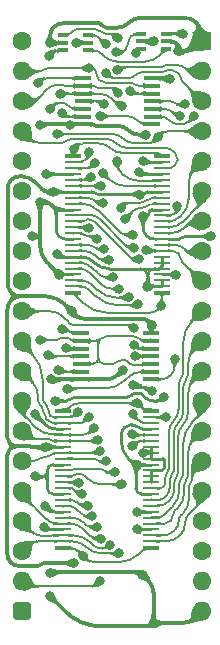
<source format=gtl>
%TF.GenerationSoftware,KiCad,Pcbnew,9.0.2*%
%TF.CreationDate,2025-06-26T19:22:28+02:00*%
%TF.ProjectId,HCP65 Device Interrupts,48435036-3520-4446-9576-69636520496e,V0*%
%TF.SameCoordinates,Original*%
%TF.FileFunction,Copper,L1,Top*%
%TF.FilePolarity,Positive*%
%FSLAX46Y46*%
G04 Gerber Fmt 4.6, Leading zero omitted, Abs format (unit mm)*
G04 Created by KiCad (PCBNEW 9.0.2) date 2025-06-26 19:22:28*
%MOMM*%
%LPD*%
G01*
G04 APERTURE LIST*
G04 Aperture macros list*
%AMRoundRect*
0 Rectangle with rounded corners*
0 $1 Rounding radius*
0 $2 $3 $4 $5 $6 $7 $8 $9 X,Y pos of 4 corners*
0 Add a 4 corners polygon primitive as box body*
4,1,4,$2,$3,$4,$5,$6,$7,$8,$9,$2,$3,0*
0 Add four circle primitives for the rounded corners*
1,1,$1+$1,$2,$3*
1,1,$1+$1,$4,$5*
1,1,$1+$1,$6,$7*
1,1,$1+$1,$8,$9*
0 Add four rect primitives between the rounded corners*
20,1,$1+$1,$2,$3,$4,$5,0*
20,1,$1+$1,$4,$5,$6,$7,0*
20,1,$1+$1,$6,$7,$8,$9,0*
20,1,$1+$1,$8,$9,$2,$3,0*%
G04 Aperture macros list end*
%TA.AperFunction,SMDPad,CuDef*%
%ADD10R,1.400000X0.400000*%
%TD*%
%TA.AperFunction,SMDPad,CuDef*%
%ADD11R,1.400000X0.280000*%
%TD*%
%TA.AperFunction,ComponentPad*%
%ADD12R,1.600000X1.600000*%
%TD*%
%TA.AperFunction,ComponentPad*%
%ADD13O,1.600000X1.600000*%
%TD*%
%TA.AperFunction,ComponentPad*%
%ADD14C,1.600000*%
%TD*%
%TA.AperFunction,ComponentPad*%
%ADD15RoundRect,0.400000X-0.400000X-0.400000X0.400000X-0.400000X0.400000X0.400000X-0.400000X0.400000X0*%
%TD*%
%TA.AperFunction,SMDPad,CuDef*%
%ADD16R,1.475000X0.450000*%
%TD*%
%TA.AperFunction,SMDPad,CuDef*%
%ADD17R,0.875000X0.450000*%
%TD*%
%TA.AperFunction,ViaPad*%
%ADD18C,0.800000*%
%TD*%
%TA.AperFunction,Conductor*%
%ADD19C,0.280000*%
%TD*%
%TA.AperFunction,Conductor*%
%ADD20C,0.350000*%
%TD*%
%TA.AperFunction,Conductor*%
%ADD21C,0.200000*%
%TD*%
G04 APERTURE END LIST*
D10*
%TO.P,IC1,1,1~{OE}*%
%TO.N,/~{Read Device Interrupt}_{ 1..7}*%
X4378000Y-9684000D03*
D11*
%TO.P,IC1,2,1Y0*%
%TO.N,D0*%
X4378000Y-10244000D03*
%TO.P,IC1,3,1Y1*%
%TO.N,D1*%
X4378000Y-10744000D03*
%TO.P,IC1,4,GND*%
%TO.N,GND*%
X4378000Y-11244000D03*
%TO.P,IC1,5,1Y2*%
%TO.N,D2*%
X4378000Y-11744000D03*
%TO.P,IC1,6,1Y3*%
%TO.N,D3*%
X4378000Y-12244000D03*
%TO.P,IC1,7,3V*%
%TO.N,/3.3V*%
X4378000Y-12744000D03*
%TO.P,IC1,8,2Y0*%
%TO.N,D4*%
X4378000Y-13244000D03*
%TO.P,IC1,9,2Y1*%
%TO.N,D5*%
X4378000Y-13744000D03*
%TO.P,IC1,10,GND*%
%TO.N,GND*%
X4378000Y-14244000D03*
%TO.P,IC1,11,2Y2*%
%TO.N,D6*%
X4378000Y-14744000D03*
%TO.P,IC1,12,2Y3*%
%TO.N,D7*%
X4378000Y-15244000D03*
%TO.P,IC1,13,3Y0*%
%TO.N,D0*%
X4378000Y-15744000D03*
%TO.P,IC1,14,3Y1*%
%TO.N,D1*%
X4378000Y-16244000D03*
%TO.P,IC1,15,GND*%
%TO.N,GND*%
X4378000Y-16744000D03*
%TO.P,IC1,16,3Y2*%
%TO.N,D2*%
X4378000Y-17244000D03*
%TO.P,IC1,17,3Y3*%
%TO.N,D3*%
X4378000Y-17744000D03*
%TO.P,IC1,18,3V*%
%TO.N,/3.3V*%
X4378000Y-18244000D03*
%TO.P,IC1,19,4Y0*%
%TO.N,D4*%
X4378000Y-18744000D03*
%TO.P,IC1,20,4Y1*%
%TO.N,D5*%
X4378000Y-19244000D03*
%TO.P,IC1,21,GND*%
%TO.N,GND*%
X4378000Y-19744000D03*
%TO.P,IC1,22,4Y2*%
%TO.N,D6*%
X4378000Y-20244000D03*
%TO.P,IC1,23,4Y3*%
%TO.N,D7*%
X4378000Y-20744000D03*
D10*
%TO.P,IC1,24,4~{OE}*%
%TO.N,/~{Read Device Interrupt}_{ 16..19}*%
X4378000Y-21304000D03*
%TO.P,IC1,25,3~{OE}*%
X11878000Y-21304000D03*
D11*
%TO.P,IC1,26,4A3*%
%TO.N,/3.3V*%
X11878000Y-20744000D03*
%TO.P,IC1,27,4A2*%
X11878000Y-20244000D03*
%TO.P,IC1,28,GND*%
%TO.N,GND*%
X11878000Y-19744000D03*
%TO.P,IC1,29,4A1*%
%TO.N,/3.3V*%
X11878000Y-19244000D03*
%TO.P,IC1,30,4A0*%
X11878000Y-18744000D03*
%TO.P,IC1,31,3V*%
X11878000Y-18244000D03*
%TO.P,IC1,32,3A3*%
%TO.N,~{Interrupt}_{Device}19*%
X11878000Y-17744000D03*
%TO.P,IC1,33,3A2*%
%TO.N,~{Interrupt}_{Device}18*%
X11878000Y-17244000D03*
%TO.P,IC1,34,GND*%
%TO.N,GND*%
X11878000Y-16744000D03*
%TO.P,IC1,35,3A1*%
%TO.N,~{Interrupt}_{Device}17*%
X11878000Y-16244000D03*
%TO.P,IC1,36,3A0*%
%TO.N,~{Interrupt}_{Device}16*%
X11878000Y-15744000D03*
%TO.P,IC1,37,2A3*%
%TO.N,~{Interrupt}_{Device}7*%
X11878000Y-15244000D03*
%TO.P,IC1,38,2A2*%
%TO.N,~{Interrupt}_{Device}6*%
X11878000Y-14744000D03*
%TO.P,IC1,39,GND*%
%TO.N,GND*%
X11878000Y-14244000D03*
%TO.P,IC1,40,2A1*%
%TO.N,~{Interrupt}_{Device}5*%
X11878000Y-13744000D03*
%TO.P,IC1,41,2A0*%
%TO.N,~{Interrupt}_{Device}4*%
X11878000Y-13244000D03*
%TO.P,IC1,42,3V*%
%TO.N,/3.3V*%
X11878000Y-12744000D03*
%TO.P,IC1,43,1A3*%
%TO.N,~{Interrupt}_{Device}3*%
X11878000Y-12244000D03*
%TO.P,IC1,44,1A2*%
%TO.N,~{Interrupt}_{Device}2*%
X11878000Y-11744000D03*
%TO.P,IC1,45,GND*%
%TO.N,GND*%
X11878000Y-11244000D03*
%TO.P,IC1,46,1A1*%
%TO.N,~{Interrupt}_{Device}1*%
X11878000Y-10744000D03*
%TO.P,IC1,47,1A0*%
%TO.N,/3.3V*%
X11878000Y-10244000D03*
D10*
%TO.P,IC1,48,2~{OE}*%
%TO.N,/~{Read Device Interrupt}_{ 1..7}*%
X11878000Y-9684000D03*
%TD*%
%TO.P,IC4,1,1~{OE}*%
%TO.N,/~{Read Device Enable}_{ 16..19}*%
X3489000Y-31274000D03*
D11*
%TO.P,IC4,2,1Y0*%
%TO.N,D0*%
X3489000Y-31834000D03*
%TO.P,IC4,3,1Y1*%
%TO.N,D1*%
X3489000Y-32334000D03*
%TO.P,IC4,4,GND*%
%TO.N,GND*%
X3489000Y-32834000D03*
%TO.P,IC4,5,1Y2*%
%TO.N,D2*%
X3489000Y-33334000D03*
%TO.P,IC4,6,1Y3*%
%TO.N,D3*%
X3489000Y-33834000D03*
%TO.P,IC4,7,3V*%
%TO.N,/3.3V*%
X3489000Y-34334000D03*
%TO.P,IC4,8,2Y0*%
%TO.N,D4*%
X3489000Y-34834000D03*
%TO.P,IC4,9,2Y1*%
%TO.N,D5*%
X3489000Y-35334000D03*
%TO.P,IC4,10,GND*%
%TO.N,GND*%
X3489000Y-35834000D03*
%TO.P,IC4,11,2Y2*%
%TO.N,D6*%
X3489000Y-36334000D03*
%TO.P,IC4,12,2Y3*%
%TO.N,D7*%
X3489000Y-36834000D03*
%TO.P,IC4,13,3Y0*%
%TO.N,D0*%
X3489000Y-37334000D03*
%TO.P,IC4,14,3Y1*%
%TO.N,D1*%
X3489000Y-37834000D03*
%TO.P,IC4,15,GND*%
%TO.N,GND*%
X3489000Y-38334000D03*
%TO.P,IC4,16,3Y2*%
%TO.N,D2*%
X3489000Y-38834000D03*
%TO.P,IC4,17,3Y3*%
%TO.N,D3*%
X3489000Y-39334000D03*
%TO.P,IC4,18,3V*%
%TO.N,/3.3V*%
X3489000Y-39834000D03*
%TO.P,IC4,19,4Y0*%
%TO.N,D4*%
X3489000Y-40334000D03*
%TO.P,IC4,20,4Y1*%
%TO.N,D5*%
X3489000Y-40834000D03*
%TO.P,IC4,21,GND*%
%TO.N,GND*%
X3489000Y-41334000D03*
%TO.P,IC4,22,4Y2*%
%TO.N,D6*%
X3489000Y-41834000D03*
%TO.P,IC4,23,4Y3*%
%TO.N,D7*%
X3489000Y-42334000D03*
D10*
%TO.P,IC4,24,4~{OE}*%
%TO.N,/~{Read Device Enable}_{ 1..7}*%
X3489000Y-42894000D03*
%TO.P,IC4,25,3~{OE}*%
X10989000Y-42894000D03*
D11*
%TO.P,IC4,26,4A3*%
%TO.N,~{Enable}_{Device}7*%
X10989000Y-42334000D03*
%TO.P,IC4,27,4A2*%
%TO.N,~{Enable}_{Device}6*%
X10989000Y-41834000D03*
%TO.P,IC4,28,GND*%
%TO.N,GND*%
X10989000Y-41334000D03*
%TO.P,IC4,29,4A1*%
%TO.N,~{Enable}_{Device}5*%
X10989000Y-40834000D03*
%TO.P,IC4,30,4A0*%
%TO.N,~{Enable}_{Device}4*%
X10989000Y-40334000D03*
%TO.P,IC4,31,3V*%
%TO.N,/3.3V*%
X10989000Y-39834000D03*
%TO.P,IC4,32,3A3*%
%TO.N,~{Enable}_{Device}3*%
X10989000Y-39334000D03*
%TO.P,IC4,33,3A2*%
%TO.N,~{Enable}_{Device}2*%
X10989000Y-38834000D03*
%TO.P,IC4,34,GND*%
%TO.N,GND*%
X10989000Y-38334000D03*
%TO.P,IC4,35,3A1*%
%TO.N,~{Enable}_{Device}1*%
X10989000Y-37834000D03*
%TO.P,IC4,36,3A0*%
%TO.N,/3.3V*%
X10989000Y-37334000D03*
%TO.P,IC4,37,2A3*%
X10989000Y-36834000D03*
%TO.P,IC4,38,2A2*%
X10989000Y-36334000D03*
%TO.P,IC4,39,GND*%
%TO.N,GND*%
X10989000Y-35834000D03*
%TO.P,IC4,40,2A1*%
%TO.N,/3.3V*%
X10989000Y-35334000D03*
%TO.P,IC4,41,2A0*%
X10989000Y-34834000D03*
%TO.P,IC4,42,3V*%
X10989000Y-34334000D03*
%TO.P,IC4,43,1A3*%
%TO.N,~{Enable}_{Device}19*%
X10989000Y-33834000D03*
%TO.P,IC4,44,1A2*%
%TO.N,~{Enable}_{Device}18*%
X10989000Y-33334000D03*
%TO.P,IC4,45,GND*%
%TO.N,GND*%
X10989000Y-32834000D03*
%TO.P,IC4,46,1A1*%
%TO.N,~{Enable}_{Device}17*%
X10989000Y-32334000D03*
%TO.P,IC4,47,1A0*%
%TO.N,~{Enable}_{Device}16*%
X10989000Y-31834000D03*
D10*
%TO.P,IC4,48,2~{OE}*%
%TO.N,/~{Read Device Enable}_{ 16..19}*%
X10989000Y-31274000D03*
%TD*%
D12*
%TO.P,J2,40,Pin_40*%
%TO.N,GND*%
X15240000Y0D03*
D13*
%TO.P,J2,39,Pin_39*%
%TO.N,~{INT}*%
X15240000Y-2540000D03*
D14*
%TO.P,J2,38,Pin_38*%
%TO.N,~{Interrupt}_{Device}5*%
X15240000Y-5080000D03*
%TO.P,J2,37,Pin_37*%
%TO.N,~{Interrupt}_{Device}6*%
X15240000Y-7620000D03*
%TO.P,J2,36,Pin_36*%
%TO.N,~{Interrupt}_{Device}7*%
X15240000Y-10160000D03*
%TO.P,J2,35,Pin_35*%
%TO.N,~{Interrupt}_{Device}16*%
X15240000Y-12700000D03*
%TO.P,J2,34,Pin_34*%
%TO.N,~{Interrupt}_{Device}17*%
X15240000Y-15240000D03*
%TO.P,J2,33,Pin_33*%
%TO.N,~{Interrupt}_{Device}18*%
X15240000Y-17780000D03*
%TO.P,J2,32,Pin_32*%
%TO.N,~{Interrupt}_{Device}19*%
X15240000Y-20320000D03*
%TO.P,J2,31,Pin_31*%
%TO.N,~{Enable}_{Device}1*%
X15240000Y-22860000D03*
%TO.P,J2,30,Pin_30*%
%TO.N,~{Enable}_{Device}2*%
X15240000Y-25400000D03*
%TO.P,J2,29,Pin_29*%
%TO.N,~{Enable}_{Device}3*%
X15240000Y-27940000D03*
%TO.P,J2,28,Pin_28*%
%TO.N,~{Enable}_{Device}4*%
X15240000Y-30480000D03*
%TO.P,J2,27,Pin_27*%
%TO.N,~{Enable}_{Device}5*%
X15240000Y-33020000D03*
%TO.P,J2,26,Pin_26*%
%TO.N,~{Enable}_{Device}6*%
X15240000Y-35560000D03*
%TO.P,J2,25,Pin_25*%
%TO.N,~{Enable}_{Device}7*%
X15240000Y-38100000D03*
%TO.P,J2,24,Pin_24*%
%TO.N,~{Enable}_{Device}16*%
X15240000Y-40640000D03*
%TO.P,J2,23,Pin_23*%
%TO.N,~{Enable}_{Device}17*%
X15240000Y-43180000D03*
D13*
%TO.P,J2,22,Pin_22*%
%TO.N,~{Enable}_{Device}18*%
X15240000Y-45720000D03*
%TO.P,J2,21,Pin_21*%
%TO.N,GND*%
X15240000Y-48260000D03*
D15*
%TO.P,J2,20,Pin_20*%
%TO.N,5V*%
X0Y-48260000D03*
D13*
%TO.P,J2,19,Pin_19*%
%TO.N,~{Enable}_{Device}19*%
X0Y-45720000D03*
D14*
%TO.P,J2,18,Pin_18*%
%TO.N,D7*%
X0Y-43180000D03*
%TO.P,J2,17,Pin_17*%
%TO.N,D6*%
X0Y-40640000D03*
%TO.P,J2,16,Pin_16*%
%TO.N,D5*%
X0Y-38100000D03*
%TO.P,J2,15,Pin_15*%
%TO.N,D4*%
X0Y-35560000D03*
%TO.P,J2,14,Pin_14*%
%TO.N,D3*%
X0Y-33020000D03*
%TO.P,J2,13,Pin_13*%
%TO.N,D2*%
X0Y-30480000D03*
%TO.P,J2,12,Pin_12*%
%TO.N,D1*%
X0Y-27940000D03*
%TO.P,J2,11,Pin_11*%
%TO.N,D0*%
X0Y-25400000D03*
%TO.P,J2,10,Pin_10*%
%TO.N,~{Device Enable}_{ 16..19}*%
X0Y-22860000D03*
%TO.P,J2,9,Pin_9*%
%TO.N,~{RD}*%
X0Y-20320000D03*
%TO.P,J2,8,Pin_8*%
%TO.N,~{Device Enable}_{ 1..7}*%
X0Y-17780000D03*
%TO.P,J2,7,Pin_7*%
%TO.N,~{Device Interrupt}_{ 16..19}*%
X0Y-15240000D03*
%TO.P,J2,6,Pin_6*%
%TO.N,~{Device Interrupt}_{ 1..7}*%
X0Y-12700000D03*
%TO.P,J2,5,Pin_5*%
%TO.N,unconnected-(J2-Pin_5-Pad5)*%
X0Y-10160000D03*
%TO.P,J2,4,Pin_4*%
%TO.N,~{Interrupt}_{Device}1*%
X0Y-7620000D03*
%TO.P,J2,3,Pin_3*%
%TO.N,~{Interrupt}_{Device}2*%
X0Y-5080000D03*
D13*
%TO.P,J2,2,Pin_2*%
%TO.N,~{Interrupt}_{Device}3*%
X0Y-2540000D03*
D14*
%TO.P,J2,1,Pin_1*%
%TO.N,~{Interrupt}_{Device}4*%
X0Y0D03*
%TD*%
D16*
%TO.P,IC2,14,3V*%
%TO.N,/3.3V*%
X11066000Y-3130000D03*
%TO.P,IC2,13,1C*%
%TO.N,~{Interrupt}_{Device}3*%
X11066000Y-3780000D03*
%TO.P,IC2,12,1Y*%
%TO.N,Net-(IC2-1Y)*%
X11066000Y-4430000D03*
%TO.P,IC2,11,3C*%
%TO.N,~{Interrupt}_{Device}17*%
X11066000Y-5080000D03*
%TO.P,IC2,10,3B*%
%TO.N,~{Interrupt}_{Device}16*%
X11066000Y-5730000D03*
%TO.P,IC2,9,3A*%
%TO.N,~{Interrupt}_{Device}7*%
X11066000Y-6380000D03*
%TO.P,IC2,8,3Y*%
%TO.N,Net-(IC2-3Y)*%
X11066000Y-7030000D03*
%TO.P,IC2,7,GND*%
%TO.N,GND*%
X5190000Y-7030000D03*
%TO.P,IC2,6,2Y*%
%TO.N,Net-(IC2-2Y)*%
X5190000Y-6380000D03*
%TO.P,IC2,5,2C*%
%TO.N,~{Interrupt}_{Device}6*%
X5190000Y-5730000D03*
%TO.P,IC2,4,2B*%
%TO.N,~{Interrupt}_{Device}5*%
X5190000Y-5080000D03*
%TO.P,IC2,3,2A*%
%TO.N,~{Interrupt}_{Device}4*%
X5190000Y-4430000D03*
%TO.P,IC2,2,1B*%
%TO.N,~{Interrupt}_{Device}2*%
X5190000Y-3780000D03*
%TO.P,IC2,1,1A*%
%TO.N,~{Interrupt}_{Device}1*%
X5190000Y-3130000D03*
%TD*%
D17*
%TO.P,IC7,6,C*%
%TO.N,Net-(IC2-3Y)*%
X5634000Y523000D03*
%TO.P,IC7,5,3V*%
%TO.N,/3.3V*%
X5634000Y-127000D03*
%TO.P,IC7,4,Y*%
%TO.N,Net-(IC7-Y)*%
X5634000Y-777000D03*
%TO.P,IC7,3,B*%
%TO.N,Net-(IC2-2Y)*%
X3510000Y-777000D03*
%TO.P,IC7,2,GND*%
%TO.N,GND*%
X3510000Y-127000D03*
%TO.P,IC7,1,A*%
%TO.N,Net-(IC2-1Y)*%
X3510000Y523000D03*
%TD*%
D16*
%TO.P,IC3,14,3V*%
%TO.N,/3.3V*%
X10939000Y-24720000D03*
%TO.P,IC3,13,4B*%
%TO.N,~{RD}*%
X10939000Y-25370000D03*
%TO.P,IC3,12,4A*%
%TO.N,~{Device Enable}_{ 16..19}*%
X10939000Y-26020000D03*
%TO.P,IC3,11,4Y*%
%TO.N,/~{Read Device Enable}_{ 16..19}*%
X10939000Y-26670000D03*
%TO.P,IC3,10,3B*%
%TO.N,~{RD}*%
X10939000Y-27320000D03*
%TO.P,IC3,9,3A*%
%TO.N,~{Device Interrupt}_{ 16..19}*%
X10939000Y-27970000D03*
%TO.P,IC3,8,3Y*%
%TO.N,/~{Read Device Interrupt}_{ 16..19}*%
X10939000Y-28620000D03*
%TO.P,IC3,7,GND*%
%TO.N,GND*%
X5063000Y-28620000D03*
%TO.P,IC3,6,2Y*%
%TO.N,/~{Read Device Enable}_{ 1..7}*%
X5063000Y-27970000D03*
%TO.P,IC3,5,2B*%
%TO.N,~{RD}*%
X5063000Y-27320000D03*
%TO.P,IC3,4,2A*%
%TO.N,~{Device Enable}_{ 1..7}*%
X5063000Y-26670000D03*
%TO.P,IC3,3,1Y*%
%TO.N,/~{Read Device Interrupt}_{ 1..7}*%
X5063000Y-26020000D03*
%TO.P,IC3,2,1B*%
%TO.N,~{RD}*%
X5063000Y-25370000D03*
%TO.P,IC3,1,1A*%
%TO.N,~{Device Interrupt}_{ 1..7}*%
X5063000Y-24720000D03*
%TD*%
D17*
%TO.P,IC9,6,C*%
%TO.N,~{Interrupt}_{Device}19*%
X10114000Y-650000D03*
%TO.P,IC9,5,3V*%
%TO.N,/3.3V*%
X10114000Y0D03*
%TO.P,IC9,4,Y*%
%TO.N,~{INT}*%
X10114000Y650000D03*
%TO.P,IC9,3,B*%
%TO.N,~{Interrupt}_{Device}18*%
X12238000Y650000D03*
%TO.P,IC9,2,GND*%
%TO.N,GND*%
X12238000Y0D03*
%TO.P,IC9,1,A*%
%TO.N,Net-(IC7-Y)*%
X12238000Y-650000D03*
%TD*%
D18*
%TO.N,D6*%
X7880993Y-36449000D03*
%TO.N,~{Enable}_{Device}18*%
X9386000Y-33274181D03*
%TO.N,~{Enable}_{Device}17*%
X9398097Y-31567000D03*
%TO.N,/~{Read Device Enable}_{ 16..19}*%
X9796033Y-30595325D03*
%TO.N,D0*%
X4790521Y-31359410D03*
%TO.N,GND*%
X9451550Y-29059232D03*
X8596623Y-27792836D03*
%TO.N,D1*%
X5682533Y-31811429D03*
%TO.N,D2*%
X6124672Y-32708378D03*
%TO.N,~{Enable}_{Device}19*%
X9386000Y-34295637D03*
%TO.N,/3.3V*%
X10262143Y-34833999D03*
%TO.N,GND*%
X9786000Y-35854041D03*
%TO.N,/3.3V*%
X9779000Y-39878000D03*
X2809671Y-30448701D03*
X11176000Y0D03*
X2966000Y-17989000D03*
X10650318Y-20818424D03*
X12573000Y-3175000D03*
X10257508Y-10130497D03*
X10040769Y-12972282D03*
X2022340Y-39379660D03*
X4572000Y-120000D03*
X4417000Y-44183000D03*
X2667000Y-12744000D03*
X2089233Y-34390067D03*
X11049000Y-24003000D03*
X4262211Y-22860000D03*
X12065002Y-30099000D03*
%TO.N,GND*%
X11069382Y-29603512D03*
X2413000Y-45008000D03*
X11176000Y-49275994D03*
X4138074Y-7116017D03*
X1524000Y-7112006D03*
X13275502Y-839000D03*
X10287004Y-45212000D03*
X2412996Y-127000D03*
X9779000Y-41334000D03*
X2528000Y-28631045D03*
X10287000Y-14816000D03*
X3195965Y-19746726D03*
X1578117Y-13613120D03*
X2032000Y-11244000D03*
X2413022Y-46990006D03*
X10526219Y-7910217D03*
X1139997Y-36826997D03*
X13068642Y-19758642D03*
X16001996Y-16509996D03*
X1865622Y-41162839D03*
X9974000Y-11099000D03*
X1181468Y-31585171D03*
X889000Y-16510000D03*
%TO.N,D0*%
X5698808Y-15805075D03*
X5715000Y-9398002D03*
X4835259Y-37373308D03*
%TO.N,D2*%
X7000642Y-17554976D03*
X5598644Y-39308367D03*
X5889108Y-11508362D03*
%TO.N,~{Interrupt}_{Device}7*%
X14605000Y-6350000D03*
%TO.N,D7*%
X9932000Y-18454000D03*
X8477105Y-37505762D03*
X8242067Y-43356066D03*
X9849824Y-22280844D03*
%TO.N,D3*%
X6436261Y-33741261D03*
X7388794Y-18504000D03*
X6731000Y-12215603D03*
X6005506Y-40221860D03*
%TO.N,D5*%
X9398000Y-16383000D03*
X7188971Y-35552004D03*
X6686531Y-42099912D03*
X8267000Y-20955000D03*
%TO.N,D4*%
X6390971Y-41144585D03*
X6631044Y-34722110D03*
X7747000Y-19984012D03*
X6870000Y-13716000D03*
%TO.N,~{Interrupt}_{Device}19*%
X9652000Y-1012213D03*
X10577998Y-17653000D03*
%TO.N,D6*%
X7517613Y-42656066D03*
X9074687Y-21649047D03*
X9532000Y-17466332D03*
%TO.N,~{Interrupt}_{Device}18*%
X13643818Y644548D03*
%TO.N,~{Interrupt}_{Device}4*%
X8382000Y-14097000D03*
X3236980Y-4430000D03*
X8509000Y-5461000D03*
%TO.N,~{Interrupt}_{Device}3*%
X5711591Y-2250693D03*
X6870000Y-11133722D03*
%TO.N,~{Interrupt}_{Device}1*%
X1397000Y-3556000D03*
%TO.N,~{Interrupt}_{Device}2*%
X8174244Y-4340000D03*
X8109000Y-10130497D03*
%TO.N,~{Interrupt}_{Device}5*%
X7132049Y-2676168D03*
X6985000Y-5334000D03*
X8775000Y-15043515D03*
%TO.N,D1*%
X5112549Y-38341830D03*
X6223002Y-10286996D03*
X6430500Y-16717500D03*
%TO.N,/~{Read Device Interrupt}_{ 16..19}*%
X12954000Y-26924000D03*
X11822436Y-22429780D03*
%TO.N,~{Interrupt}_{Device}6*%
X2413000Y-5715000D03*
X2999094Y-7855000D03*
X13172609Y-13964266D03*
X11521874Y-8128000D03*
%TO.N,~{Interrupt}_{Device}17*%
X13839997Y-5334000D03*
%TO.N,~{Interrupt}_{Device}16*%
X13445831Y-6283831D03*
%TO.N,~{RD}*%
X1524000Y-25273000D03*
%TO.N,~{Device Interrupt}_{ 1..7}*%
X3429000Y-24384000D03*
%TO.N,~{Device Enable}_{ 16..19}*%
X9510082Y-25689122D03*
X9524988Y-24270000D03*
%TO.N,~{Device Enable}_{ 1..7}*%
X2249228Y-26579772D03*
%TO.N,~{Device Interrupt}_{ 16..19}*%
X3873711Y-29445000D03*
%TO.N,/~{Read Device Enable}_{ 16..19}*%
X9596667Y-26685369D03*
%TO.N,~{Enable}_{Device}19*%
X6604000Y-45733000D03*
%TO.N,~{Enable}_{Device}16*%
X12246635Y-31770724D03*
%TO.N,/~{Read Device Interrupt}_{ 1..7}*%
X4414000Y-9113000D03*
X3766871Y-25951129D03*
%TO.N,/~{Read Device Enable}_{ 1..7}*%
X5207004Y-43561000D03*
X3129830Y-27827057D03*
%TO.N,Net-(IC2-2Y)*%
X2337636Y-1218364D03*
X3429000Y-6096000D03*
%TO.N,Net-(IC2-3Y)*%
X6672297Y-6336359D03*
X7112000Y-254000D03*
%TO.N,Net-(IC2-1Y)*%
X9200246Y-4238761D03*
X8135169Y246831D03*
%TO.N,~{INT}*%
X8096587Y-2412213D03*
X8001000Y-948000D03*
%TD*%
D19*
%TO.N,GND*%
X1962274Y-32435213D02*
G75*
G03*
X2925030Y-32833998I962756J962763D01*
G01*
X13061321Y-19751321D02*
G75*
G03*
X13043646Y-19743968I-17721J-17679D01*
G01*
D20*
X10966996Y-29501126D02*
G75*
G03*
X10719816Y-29398728I-247196J-247174D01*
G01*
X6157320Y-7095679D02*
G75*
G03*
X5998756Y-7030018I-158520J-158521D01*
G01*
D19*
X11064302Y-14244000D02*
G75*
G03*
X10873876Y-14322876I-2J-269300D01*
G01*
X9289347Y-32457254D02*
G75*
G03*
X8705575Y-32699026I-47J-825546D01*
G01*
D20*
X10136373Y2006168D02*
G75*
G03*
X9092711Y1573845I27J-1475968D01*
G01*
X13109316Y-202771D02*
G75*
G02*
X13275514Y-603978I-401216J-401229D01*
G01*
D19*
X8702547Y-32702103D02*
G75*
G03*
X8457723Y-33293220I591153J-591097D01*
G01*
D20*
X9092694Y1573862D02*
G75*
G02*
X8049014Y1141533I-1043694J1043638D01*
G01*
D19*
X3139500Y-16525500D02*
G75*
G03*
X3667005Y-16743998I527500J527500D01*
G01*
X9681647Y-37843457D02*
G75*
G03*
X9825300Y-38190346I490553J-43D01*
G01*
D20*
X3497015Y1524000D02*
G75*
G03*
X2730494Y1206502I-15J-1084000D01*
G01*
D19*
X2326700Y-35976300D02*
G75*
G03*
X2184418Y-36319842I343500J-343500D01*
G01*
X2326700Y-38191700D02*
G75*
G03*
X2670242Y-38333999I343540J343540D01*
G01*
D20*
X14732003Y-48767997D02*
G75*
G02*
X13505589Y-49275992I-1226403J1226397D01*
G01*
D19*
X2670242Y-35834000D02*
G75*
G03*
X2326701Y-35976301I-2J-485830D01*
G01*
X9698371Y-35913263D02*
G75*
G02*
X9691797Y-35929223I-22571J-37D01*
G01*
X10046500Y-11171500D02*
G75*
G03*
X10221530Y-11243987I175000J175000D01*
G01*
D20*
X11048997Y-49402997D02*
G75*
G02*
X10742384Y-49529994I-306597J306597D01*
G01*
D19*
X3200618Y-19744000D02*
G75*
G03*
X3197330Y-19745365I-18J-4600D01*
G01*
D20*
X14833413Y1556586D02*
G75*
G02*
X15239991Y575000I-981613J-981586D01*
G01*
X10159997Y-45084993D02*
G75*
G03*
X9853374Y-44957999I-306597J-306607D01*
G01*
D19*
X8457698Y-33902207D02*
G75*
G03*
X9049457Y-35330837I2020402J7D01*
G01*
X13871691Y-16509996D02*
G75*
G03*
X13589221Y-16626995I9J-399504D01*
G01*
X9819672Y-32645627D02*
G75*
G03*
X9364899Y-32457255I-454772J-454773D01*
G01*
D20*
X10731507Y-45656503D02*
G75*
G02*
X11175995Y-46729628I-1073107J-1073097D01*
G01*
D19*
X1830201Y-36826997D02*
G75*
G03*
X2184397Y-36472798I-1J354197D01*
G01*
X2184400Y-37181195D02*
G75*
G03*
X1830201Y-36827000I-354200J-5D01*
G01*
X9690091Y-35930876D02*
G75*
G03*
X9681792Y-35950864I20009J-20024D01*
G01*
X9627607Y-35908989D02*
G75*
G03*
X9660459Y-35922615I32893J32889D01*
G01*
X10572500Y-16458500D02*
G75*
G03*
X11261757Y-16744017I689300J689300D01*
G01*
D20*
X6157320Y-7095679D02*
G75*
G03*
X6315884Y-7161365I158580J158579D01*
G01*
D19*
X9681729Y-35962946D02*
G75*
G03*
X9681673Y-35963140I171J-154D01*
G01*
D20*
X9059788Y-7535788D02*
G75*
G03*
X8155836Y-7161322I-903988J-903912D01*
G01*
X3683019Y-48260003D02*
G75*
G03*
X6749062Y-49529998I3066041J3066043D01*
G01*
D19*
X2921000Y-15997994D02*
G75*
G03*
X3139498Y-16525502I746000J-6D01*
G01*
X10287000Y-15769242D02*
G75*
G03*
X10572501Y-16458499I974760J2D01*
G01*
D20*
X10337102Y-29313800D02*
G75*
G03*
X10542167Y-29398754I205098J205100D01*
G01*
D19*
X9704970Y-35897329D02*
G75*
G03*
X9698343Y-35913263I15930J-15971D01*
G01*
D20*
X14811916Y1578084D02*
G75*
G03*
X13778429Y2006190I-1033516J-1033484D01*
G01*
X2730498Y1206498D02*
G75*
G03*
X2413005Y439980I766502J-766498D01*
G01*
D19*
X10689004Y-14710994D02*
G75*
G02*
X10435500Y-14816002I-253504J253494D01*
G01*
X9819672Y-32645627D02*
G75*
G03*
X10274444Y-32833982I454728J454727D01*
G01*
X9825323Y-38190323D02*
G75*
G03*
X10172189Y-38334020I346877J346823D01*
G01*
D20*
X8183041Y-28206418D02*
G75*
G02*
X7184565Y-28620000I-998481J998488D01*
G01*
X2498379Y-44957986D02*
G75*
G03*
X2438010Y-44982996I21J-85414D01*
G01*
X13091023Y-184478D02*
G75*
G03*
X12645653Y-19I-445323J-445322D01*
G01*
X1663992Y-7030000D02*
G75*
G03*
X1565005Y-7071005I8J-140000D01*
G01*
D19*
X13589224Y-16626998D02*
G75*
G02*
X13306756Y-16743960I-282424J282498D01*
G01*
X9747736Y-35854041D02*
G75*
G03*
X9725958Y-35863042I-36J-30759D01*
G01*
D20*
X14798923Y-441076D02*
G75*
G02*
X13838251Y-839034I-960723J960676D01*
G01*
X2541851Y-13864851D02*
G75*
G03*
X1934118Y-13613120I-607731J-607729D01*
G01*
D19*
X9681812Y-35962747D02*
G75*
G02*
X9681715Y-35962931I-312J47D01*
G01*
X10866858Y-14329895D02*
G75*
G03*
X10794971Y-14503377I173442J-173505D01*
G01*
X9712264Y-35890036D02*
G75*
G03*
X9716951Y-35878707I-11364J11336D01*
G01*
X9716957Y-35878707D02*
G75*
G02*
X9712268Y-35890040I-16057J7D01*
G01*
D20*
X1233558Y-16510000D02*
G75*
G03*
X1578120Y-16165441I2J344560D01*
G01*
X1578117Y-16854558D02*
G75*
G03*
X1233558Y-16510003I-344557J-2D01*
G01*
D19*
X2184400Y-37848157D02*
G75*
G03*
X2326699Y-38191701I485840J-3D01*
G01*
X9820212Y-35834000D02*
G75*
G03*
X9796017Y-35844017I-12J-34200D01*
G01*
D20*
X9059788Y-7535788D02*
G75*
G03*
X9963739Y-7910178I903912J903988D01*
G01*
D19*
X10795000Y-14503377D02*
G75*
G02*
X10723145Y-14676862I-245300J-23D01*
G01*
D20*
X10337102Y-29313800D02*
G75*
G03*
X10132036Y-29228843I-205102J-205100D01*
G01*
X6894041Y1282372D02*
G75*
G03*
X7234004Y1141547I339959J339928D01*
G01*
X6697244Y1473595D02*
G75*
G03*
X6565934Y1524007I-131344J-145895D01*
G01*
D19*
X9721649Y-35867378D02*
G75*
G03*
X9716968Y-35878707I11351J-11322D01*
G01*
X1951202Y-41248419D02*
G75*
G03*
X2157812Y-41333989I206598J206619D01*
G01*
X9693311Y-35908989D02*
G75*
G02*
X9660459Y-35922557I-32811J32889D01*
G01*
X1181468Y-31619789D02*
G75*
G03*
X1205949Y-31678882I83532J-11D01*
G01*
D20*
X1578117Y-17319439D02*
G75*
G03*
X2150475Y-18701238I1954163J-1D01*
G01*
X6697244Y1473595D02*
G75*
G02*
X6806491Y1369925I-1926444J-2139495D01*
G01*
D19*
X2921000Y-14690099D02*
G75*
G03*
X2605564Y-13928556I-1077000J-1D01*
G01*
X3367099Y-14244000D02*
G75*
G03*
X2921000Y-14690099I1J-446100D01*
G01*
D20*
X2605560Y-13928560D02*
G75*
G03*
X3367099Y-14243994I761540J761560D01*
G01*
X11176000Y-49275974D02*
X11176002Y-49275974D01*
X11176005Y-49275974D01*
X11176007Y-49275975D01*
X11176009Y-49275976D01*
X11176010Y-49275976D01*
X9536363Y-29144045D02*
G75*
G03*
X9741121Y-29228847I204737J204745D01*
G01*
D19*
X2184400Y-36472798D02*
X2184400Y-37181195D01*
D20*
X1578117Y-16165441D02*
X1578117Y-16854558D01*
D19*
%TO.N,/3.3V*%
X6171000Y-18744000D02*
G75*
G03*
X7378106Y-19243997I1207100J1207100D01*
G01*
D20*
X1695148Y-12490148D02*
G75*
G03*
X2308000Y-12744001I612852J612848D01*
G01*
D19*
X2184945Y-34334000D02*
G75*
G03*
X2117246Y-34362013I-45J-95700D01*
G01*
D20*
X-875925Y-11729074D02*
G75*
G03*
X-1175000Y-12451104I722039J-722034D01*
G01*
X1654773Y-44295500D02*
G75*
G02*
X1383173Y-44408003I-271603J271600D01*
G01*
D19*
X2249510Y-39606830D02*
G75*
G03*
X2797946Y-39834001I548440J548440D01*
G01*
X10200607Y-29905625D02*
G75*
G03*
X10220200Y-29913731I19593J19625D01*
G01*
X10949000Y-34874000D02*
G75*
G02*
X10989013Y-34970568I-96600J-96600D01*
G01*
X10314259Y-10187248D02*
G75*
G03*
X10451269Y-10244010I137041J137048D01*
G01*
X9601838Y-29807528D02*
G75*
G03*
X9370959Y-29903140I-38J-326472D01*
G01*
X11878000Y-18994000D02*
G75*
G02*
X11628000Y-19244000I-250000J0D01*
G01*
X12019000Y-35344000D02*
G75*
G02*
X12028983Y-35368142I-24100J-24100D01*
G01*
X9738176Y-29806426D02*
G75*
G02*
X9735517Y-29807549I-2676J2626D01*
G01*
D20*
X3627211Y-22225000D02*
G75*
G03*
X2094185Y-21589997I-1533031J-1533030D01*
G01*
X-857500Y-21907500D02*
G75*
G03*
X-857500Y-21272500I-317499J317500D01*
G01*
X-90987Y-21590000D02*
G75*
G03*
X-857500Y-21907500I-1J-1084011D01*
G01*
X-857500Y-21272500D02*
G75*
G03*
X-90987Y-21590000I766517J766522D01*
G01*
X812033Y-34340033D02*
G75*
G03*
X932825Y-34390037I120767J120833D01*
G01*
X4579711Y-23177500D02*
G75*
G03*
X5346223Y-23494987I766489J766500D01*
G01*
X-913350Y-44118350D02*
G75*
G03*
X-214074Y-44408000I699279J699282D01*
G01*
X-1203000Y-43419074D02*
G75*
G03*
X-913350Y-44118350I988932J3D01*
G01*
X1063454Y-11858454D02*
G75*
G03*
X29074Y-11430000I-1034378J-1034376D01*
G01*
D19*
X9300994Y-29973134D02*
G75*
G02*
X8901185Y-30138722I-399794J399834D01*
G01*
X4142219Y-30293721D02*
G75*
G02*
X3768064Y-30448686I-374119J374121D01*
G01*
D20*
X-153895Y-11430000D02*
G75*
G03*
X-875925Y-11729074I-4J-1021096D01*
G01*
D19*
X4516373Y-30138741D02*
G75*
G03*
X4142227Y-30293729I27J-529159D01*
G01*
D20*
X10994000Y-24058000D02*
G75*
G03*
X10938992Y-24190781I132800J-132800D01*
G01*
X-871500Y-21921500D02*
G75*
G03*
X-1203000Y-22721811I800317J-800314D01*
G01*
D19*
X12029000Y-36158168D02*
G75*
G02*
X11977509Y-36282509I-175800J-32D01*
G01*
D20*
X12550500Y-3152500D02*
G75*
G03*
X12496180Y-3130008I-54300J-54300D01*
G01*
D19*
X6221237Y-12851466D02*
G75*
G03*
X5961791Y-12744003I-259437J-259434D01*
G01*
X6221237Y-12851466D02*
G75*
G03*
X6480682Y-12958938I259463J259466D01*
G01*
D20*
X-982500Y-34510500D02*
G75*
G03*
X-1203000Y-35042834I532340J-532337D01*
G01*
D19*
X10408866Y-12876133D02*
G75*
G02*
X10176743Y-12972309I-232166J232133D01*
G01*
D20*
X812033Y-34340033D02*
G75*
G03*
X691241Y-34290000I-120793J-120797D01*
G01*
D19*
X10497940Y-30180003D02*
G75*
G03*
X11140755Y-30446301I642860J642803D01*
G01*
D20*
X-1175000Y-20505987D02*
G75*
G03*
X-857500Y-21272500I1084022J4D01*
G01*
D19*
X6128144Y-18701144D02*
G75*
G03*
X5024500Y-18244003I-1103644J-1103656D01*
G01*
X9740835Y-29805325D02*
G75*
G03*
X9738156Y-29806405I-35J-3775D01*
G01*
X9854112Y-39834000D02*
G75*
G03*
X9800996Y-39855996I-12J-75100D01*
G01*
X10702419Y-12744000D02*
G75*
G03*
X10426849Y-12858131I-19J-389700D01*
G01*
D20*
X10795000Y-23749000D02*
G75*
G03*
X10181789Y-23495004I-613200J-613200D01*
G01*
D19*
X10034094Y-12965607D02*
G75*
G03*
X10017979Y-12958940I-16094J-16093D01*
G01*
X10077054Y-29797574D02*
G75*
G02*
X10058341Y-29805366I-18754J18674D01*
G01*
X3093500Y-18116500D02*
G75*
G03*
X3401312Y-18243995I307800J307800D01*
G01*
D20*
X-982500Y-34510500D02*
G75*
G03*
X-982500Y-34069500I-220497J220500D01*
G01*
X-450165Y-34290000D02*
G75*
G03*
X-982500Y-34510500I1J-752838D01*
G01*
X-982500Y-34069500D02*
G75*
G03*
X-450165Y-34290000I532340J532349D01*
G01*
D19*
X10092556Y-29797574D02*
G75*
G03*
X10077054Y-29797574I-7751J-7750D01*
G01*
X10239793Y-29921856D02*
G75*
G03*
X10220200Y-29913755I-19593J-19644D01*
G01*
D20*
X1926372Y-44183000D02*
G75*
G03*
X1654787Y-44295514I28J-384100D01*
G01*
D19*
X12019000Y-35344000D02*
G75*
G03*
X11994857Y-35334017I-24100J-24100D01*
G01*
D20*
X-1203000Y-33537165D02*
G75*
G03*
X-982500Y-34069500I752849J5D01*
G01*
D19*
X10668000Y-20788238D02*
G75*
G02*
X10659143Y-20809567I-30200J38D01*
G01*
X11891369Y-30272633D02*
G75*
G02*
X11472181Y-30446240I-419169J419233D01*
G01*
X11977500Y-36282500D02*
G75*
G02*
X11853168Y-36333987I-124300J124300D01*
G01*
X10777367Y-20744000D02*
G75*
G03*
X10687556Y-20781238I33J-127000D01*
G01*
X10668000Y-19849000D02*
G75*
G03*
X10063000Y-19244000I-605000J0D01*
G01*
X11273000Y-19244000D02*
G75*
G03*
X10668000Y-19849000I0J-605000D01*
G01*
X10063000Y-19244000D02*
X11273000Y-19244000D01*
D21*
%TO.N,~{INT}*%
X8450321Y-2205000D02*
G75*
G03*
X8200190Y-2308603I-21J-353700D01*
G01*
X12006653Y-2115000D02*
G75*
G02*
X11789375Y-2204975I-217253J217300D01*
G01*
X13846500Y-2282500D02*
G75*
G03*
X13224840Y-2024983I-621700J-621700D01*
G01*
X8780646Y-744353D02*
G75*
G02*
X8289000Y-947997I-491646J491653D01*
G01*
X12223931Y-2025000D02*
G75*
G03*
X12006633Y-2114980I-31J-307300D01*
G01*
X13846500Y-2282500D02*
G75*
G03*
X14468159Y-2540017I621700J621700D01*
G01*
X9795250Y650000D02*
G75*
G03*
X9251140Y424578I50J-769500D01*
G01*
X9246750Y420250D02*
G75*
G03*
X9017006Y-134415I554650J-554650D01*
G01*
X9017000Y-196873D02*
G75*
G02*
X8797001Y-728001I-751140J3D01*
G01*
%TO.N,Net-(IC7-Y)*%
X6795348Y-1080348D02*
G75*
G03*
X6063000Y-777001I-732348J-732352D01*
G01*
X11706893Y-1181106D02*
G75*
G02*
X10424688Y-1712204I-1282193J1282206D01*
G01*
X6959606Y-1244606D02*
G75*
G03*
X8088508Y-1712206I1128894J1128906D01*
G01*
%TO.N,Net-(IC2-1Y)*%
X6662664Y842000D02*
G75*
G03*
X6162921Y1049028I-499764J-499700D01*
G01*
X4874438Y1049000D02*
G75*
G03*
X4239501Y785999I2J-897940D01*
G01*
X6662664Y842000D02*
G75*
G03*
X7162406Y634992I499736J499700D01*
G01*
X9295865Y-4334380D02*
G75*
G03*
X9526711Y-4429982I230835J230880D01*
G01*
X7941084Y440915D02*
G75*
G03*
X7472523Y635000I-468584J-468615D01*
G01*
%TO.N,Net-(IC2-3Y)*%
X9781679Y-6683179D02*
G75*
G03*
X8944380Y-6336379I-837279J-837321D01*
G01*
X9797043Y-6698543D02*
G75*
G03*
X10597250Y-7030024I800257J800243D01*
G01*
X6582840Y275159D02*
G75*
G03*
X5984500Y522994I-598340J-598359D01*
G01*
%TO.N,Net-(IC2-2Y)*%
X3571000Y-6238000D02*
G75*
G03*
X3913818Y-6379992I342800J342800D01*
G01*
X3091091Y-777000D02*
G75*
G03*
X2558334Y-997698I9J-753400D01*
G01*
%TO.N,~{Enable}_{Device}4*%
X13669000Y-36677670D02*
G75*
G02*
X13504507Y-37074816I-561600J-30D01*
G01*
X13340000Y-38042340D02*
G75*
G02*
X12772171Y-39413197I-1938680J0D01*
G01*
X12156263Y-40029106D02*
G75*
G02*
X11420185Y-40333981I-736063J736106D01*
G01*
X13504500Y-37074809D02*
G75*
G03*
X13340022Y-37471948I397100J-397091D01*
G01*
X15240000Y-30972181D02*
G75*
G02*
X14891978Y-31812391I-1188200J-19D01*
G01*
X14454500Y-32249864D02*
G75*
G03*
X13669031Y-34146231I1896400J-1896336D01*
G01*
%TO.N,/~{Read Device Enable}_{ 1..7}*%
X5461004Y-43815000D02*
G75*
G03*
X6074214Y-44068993I613196J613200D01*
G01*
X3201301Y-27898528D02*
G75*
G03*
X3373848Y-27969971I172499J172528D01*
G01*
X4873504Y-43227500D02*
G75*
G03*
X4068363Y-42894001I-805134J-805130D01*
G01*
X9832450Y-43481500D02*
G75*
G02*
X8414099Y-44068985I-1418350J1418400D01*
G01*
%TO.N,~{Enable}_{Device}5*%
X14069000Y-36843355D02*
G75*
G02*
X13904514Y-37240508I-561600J-45D01*
G01*
X14654500Y-33605500D02*
G75*
G03*
X14069009Y-35019022I1413500J-1413500D01*
G01*
X12582763Y-40630236D02*
G75*
G02*
X12090834Y-40834022I-491963J491936D01*
G01*
X12786527Y-40195500D02*
G75*
G02*
X12623206Y-40589797I-557627J0D01*
G01*
X13740000Y-38336848D02*
G75*
G02*
X13263265Y-39487792I-1627680J-2D01*
G01*
X13904500Y-37240494D02*
G75*
G03*
X13740012Y-37637633I397100J-397106D01*
G01*
X12949849Y-39801204D02*
G75*
G03*
X12786513Y-40195500I394251J-394296D01*
G01*
%TO.N,/~{Read Device Interrupt}_{ 1..7}*%
X4396000Y-9131000D02*
G75*
G03*
X4377982Y-9174455I43500J-43500D01*
G01*
X11732996Y-9541248D02*
G75*
G03*
X11465618Y-9430476I-267396J-267352D01*
G01*
X7515248Y-9039248D02*
G75*
G03*
X6570691Y-8648005I-944548J-944552D01*
G01*
X7515248Y-9039248D02*
G75*
G03*
X8459805Y-9430495I944552J944548D01*
G01*
X5207804Y-8648000D02*
G75*
G03*
X4646499Y-8880499I-4J-793800D01*
G01*
X3801306Y-25985564D02*
G75*
G03*
X3884441Y-26019962I83094J83164D01*
G01*
%TO.N,~{Enable}_{Device}6*%
X14304500Y-37406179D02*
G75*
G03*
X14140001Y-37803317I397100J-397121D01*
G01*
X12902506Y-41453492D02*
G75*
G02*
X11983881Y-41833995I-918606J918592D01*
G01*
X13544280Y-40072747D02*
G75*
G03*
X13283004Y-40703500I630720J-630753D01*
G01*
X14140000Y-38871047D02*
G75*
G02*
X13711509Y-39905523I-1462970J-3D01*
G01*
X14790972Y-36009027D02*
G75*
G03*
X14469031Y-36786340I777328J-777273D01*
G01*
X13283014Y-40703500D02*
G75*
G02*
X13021747Y-41334252I-892014J0D01*
G01*
X14468999Y-37009040D02*
G75*
G02*
X14304471Y-37406150I-561599J40D01*
G01*
%TO.N,~{Enable}_{Device}2*%
X12704500Y-36743439D02*
G75*
G03*
X12539973Y-37140577I397100J-397161D01*
G01*
X13283000Y-32289995D02*
G75*
G03*
X12868990Y-33289479I999500J-999505D01*
G01*
X13897000Y-28717314D02*
G75*
G03*
X13696957Y-29200156I482800J-482886D01*
G01*
X14097000Y-28234471D02*
G75*
G02*
X13897026Y-28717340I-682900J-29D01*
G01*
X12540000Y-37797786D02*
G75*
G02*
X12236504Y-38530504I-1036200J-14D01*
G01*
X14668500Y-25971500D02*
G75*
G03*
X14097010Y-27351223I1379700J-1379700D01*
G01*
X12869000Y-36346300D02*
G75*
G02*
X12704492Y-36743431I-561600J0D01*
G01*
X13697000Y-31290510D02*
G75*
G02*
X13282998Y-32289993I-1413500J10D01*
G01*
X12236500Y-38530500D02*
G75*
G02*
X11503786Y-38833994I-732700J732700D01*
G01*
%TO.N,~{Enable}_{Device}16*%
X12214997Y-31802362D02*
G75*
G02*
X12138616Y-31834017I-76397J76362D01*
G01*
%TO.N,~{Enable}_{Device}19*%
X10174063Y-33834000D02*
G75*
G03*
X9616829Y-34064829I37J-788100D01*
G01*
X6394251Y-45942749D02*
G75*
G02*
X5887872Y-46152487I-506351J506349D01*
G01*
%TO.N,~{Enable}_{Device}18*%
X9415909Y-33304090D02*
G75*
G03*
X9488117Y-33333993I72191J72190D01*
G01*
%TO.N,/~{Read Device Enable}_{ 16..19}*%
X9771695Y-30619662D02*
G75*
G02*
X9712939Y-30644025I-58795J58762D01*
G01*
X4859671Y-30644000D02*
G75*
G03*
X4099197Y-30959003I-1J-1075460D01*
G01*
X9622903Y-26670000D02*
G75*
G03*
X9604357Y-26677690I-3J-26200D01*
G01*
%TO.N,~{Enable}_{Device}7*%
X13365428Y-41879571D02*
G75*
G02*
X12268341Y-42334033I-1097128J1097071D01*
G01*
X15240000Y-38521357D02*
G75*
G02*
X14942053Y-39240656I-1017250J7D01*
G01*
X13819857Y-40894000D02*
G75*
G02*
X13444275Y-41800710I-1282257J0D01*
G01*
X14195431Y-39987282D02*
G75*
G03*
X13819842Y-40894000I906669J-906718D01*
G01*
%TO.N,~{Enable}_{Device}17*%
X9873803Y-32042706D02*
G75*
G03*
X10577048Y-32333977I703197J703206D01*
G01*
%TO.N,~{Enable}_{Device}3*%
X13269000Y-36511985D02*
G75*
G02*
X13104499Y-36909123I-561600J-15D01*
G01*
X14668500Y-28511500D02*
G75*
G03*
X14097010Y-29891223I1379700J-1379700D01*
G01*
X12940000Y-37872154D02*
G75*
G02*
X12511834Y-38905834I-1461850J4D01*
G01*
X12470695Y-38946975D02*
G75*
G02*
X11536335Y-39334020I-934395J934375D01*
G01*
X13104500Y-36909124D02*
G75*
G03*
X12939962Y-37306263I397100J-397176D01*
G01*
X14097000Y-31456196D02*
G75*
G02*
X13683005Y-32455686I-1413500J-4D01*
G01*
X13683000Y-32455681D02*
G75*
G03*
X13268980Y-33455165I999500J-999519D01*
G01*
%TO.N,~{Enable}_{Device}1*%
X12469000Y-36180616D02*
G75*
G02*
X12304485Y-36577738I-561600J16D01*
G01*
X13497000Y-28540000D02*
G75*
G03*
X13297018Y-29022842I482800J-482800D01*
G01*
X12883000Y-32124309D02*
G75*
G03*
X12469000Y-33123793I999500J-999491D01*
G01*
X12304500Y-36577753D02*
G75*
G03*
X12139983Y-36974890I397100J-397147D01*
G01*
X14468500Y-23631500D02*
G75*
G03*
X13696986Y-25494065I1862600J-1862600D01*
G01*
X12034500Y-37728500D02*
G75*
G02*
X11779800Y-37834000I-254700J254700D01*
G01*
X13297000Y-31124825D02*
G75*
G02*
X12882991Y-32124300I-1413500J25D01*
G01*
X12140000Y-37473800D02*
G75*
G02*
X12034500Y-37728500I-360200J0D01*
G01*
X13697000Y-28057157D02*
G75*
G02*
X13497033Y-28540033I-682900J-43D01*
G01*
%TO.N,~{Device Interrupt}_{ 16..19}*%
X3965179Y-29391419D02*
G75*
G03*
X3900509Y-29418217I21J-91481D01*
G01*
X8769410Y-28680709D02*
G75*
G02*
X7053605Y-29391421I-1715810J1715809D01*
G01*
X10209560Y-27970000D02*
G75*
G03*
X8964329Y-28485792I0J-1761020D01*
G01*
%TO.N,~{Device Enable}_{ 1..7}*%
X2294342Y-26624886D02*
G75*
G03*
X2403256Y-26670039I108958J108886D01*
G01*
%TO.N,~{Device Enable}_{ 16..19}*%
X9675521Y-25854561D02*
G75*
G03*
X10074926Y-26019965I399379J399461D01*
G01*
X4000681Y-23790161D02*
G75*
G03*
X3999389Y-23789647I-1281J-1339D01*
G01*
X4120530Y-23906480D02*
G75*
G03*
X4353549Y-24003047I233070J232980D01*
G01*
X4025259Y-23811209D02*
G75*
G03*
X4022246Y-23809922I-3059J-2991D01*
G01*
X3533819Y-23324813D02*
G75*
G03*
X2411661Y-22859996I-1122159J-1122147D01*
G01*
X3998096Y-23789090D02*
G75*
G03*
X3999389Y-23789634I1304J1290D01*
G01*
X4019232Y-23808712D02*
G75*
G03*
X4022246Y-23809928I2968J3012D01*
G01*
X9391488Y-24136500D02*
G75*
G03*
X9069190Y-24003007I-322288J-322300D01*
G01*
%TO.N,~{Device Interrupt}_{ 1..7}*%
X4068108Y-24550937D02*
G75*
G03*
X3665085Y-24384022I-403008J-403063D01*
G01*
X4069171Y-24552000D02*
G75*
G03*
X4474758Y-24720026I405629J405600D01*
G01*
%TO.N,~{RD}*%
X6649000Y-27163000D02*
G75*
G03*
X6991818Y-27304992I342800J342800D01*
G01*
X9176023Y-27302325D02*
G75*
G03*
X9489085Y-27432021I313077J313025D01*
G01*
X9049619Y-27175921D02*
G75*
G03*
X9041724Y-27172629I-7919J-7879D01*
G01*
X7157199Y-24989122D02*
G75*
G03*
X6697444Y-25179566I1J-650178D01*
G01*
X9990471Y-25179561D02*
G75*
G03*
X9530710Y-24989108I-459771J-459739D01*
G01*
X6237678Y-25370000D02*
G75*
G03*
X6697450Y-25179572I22J650200D01*
G01*
X6507000Y-25639321D02*
G75*
G03*
X6237678Y-25370000I-269300J21D01*
G01*
X6697439Y-25179561D02*
G75*
G03*
X6507015Y-25639321I459761J-459739D01*
G01*
X4189115Y-25237630D02*
G75*
G03*
X3869545Y-25105228I-319615J-319570D01*
G01*
X9033828Y-27169380D02*
G75*
G03*
X9041724Y-27172638I7872J7880D01*
G01*
X8092324Y-27153066D02*
G75*
G02*
X7725522Y-27305026I-366824J366766D01*
G01*
X8459125Y-27001132D02*
G75*
G03*
X8092305Y-27153047I-25J-518768D01*
G01*
X3218130Y-25189130D02*
G75*
G02*
X3015649Y-25273021I-202530J202530D01*
G01*
X3420610Y-25105260D02*
G75*
G03*
X3218127Y-25189127I-10J-286340D01*
G01*
X6365000Y-27163000D02*
G75*
G02*
X6022181Y-27304992I-342800J342800D01*
G01*
X6365000Y-27163000D02*
G75*
G03*
X6506992Y-26820181I-342800J342800D01*
G01*
X6649000Y-27163000D02*
G75*
G03*
X6365000Y-27163000I-142000J-141998D01*
G01*
X6507000Y-26820181D02*
G75*
G03*
X6648995Y-27163005I484800J-19D01*
G01*
X9990471Y-25179561D02*
G75*
G03*
X10450231Y-25369978I459729J459761D01*
G01*
X4189115Y-25237630D02*
G75*
G03*
X4508684Y-25370023I319585J319530D01*
G01*
X8951339Y-27086891D02*
G75*
G03*
X8744297Y-27001124I-207039J-207009D01*
G01*
%TO.N,~{Interrupt}_{Device}16*%
X12950430Y-6154430D02*
G75*
G03*
X13262831Y-6283800I312370J312430D01*
G01*
X12802915Y-6006915D02*
G75*
G03*
X12134382Y-5729998I-668515J-668485D01*
G01*
X13640820Y-15283544D02*
G75*
G02*
X12529182Y-15743985I-1111620J1111644D01*
G01*
X15240000Y-13192182D02*
G75*
G02*
X14891976Y-14032392I-1188200J-18D01*
G01*
%TO.N,~{Interrupt}_{Device}17*%
X13851967Y-15741999D02*
G75*
G02*
X12640032Y-16244032I-1211967J1211899D01*
G01*
X12954000Y-5207000D02*
G75*
G03*
X12647394Y-5080002I-306600J-306600D01*
G01*
X14796984Y-15240000D02*
G75*
G03*
X14040724Y-15553275I16J-1069500D01*
G01*
X12954000Y-5207000D02*
G75*
G03*
X13260605Y-5333998I306600J306600D01*
G01*
%TO.N,~{Interrupt}_{Device}6*%
X3991000Y-5468500D02*
G75*
G03*
X4622316Y-5729993I631300J631300D01*
G01*
X8613500Y-8232500D02*
G75*
G03*
X7685234Y-7847986I-928300J-928300D01*
G01*
X3280210Y-5207000D02*
G75*
G03*
X2666997Y-5460997I-10J-867200D01*
G01*
X3991000Y-5468500D02*
G75*
G03*
X3359683Y-5207007I-631300J-631300D01*
G01*
X12995304Y-14566695D02*
G75*
G02*
X12567253Y-14744024I-428104J428095D01*
G01*
X3011043Y-7848000D02*
G75*
G03*
X3002582Y-7851488I-43J-11900D01*
G01*
X11277374Y-8372500D02*
G75*
G02*
X10687098Y-8616992I-590274J590300D01*
G01*
X12389084Y-7620000D02*
G75*
G03*
X11775884Y-7874010I16J-867200D01*
G01*
X8613500Y-8232500D02*
G75*
G03*
X9541765Y-8617014I928300J928300D01*
G01*
X13172609Y-14176828D02*
G75*
G02*
X13022298Y-14539689I-513209J28D01*
G01*
%TO.N,/~{Read Device Interrupt}_{ 16..19}*%
X5219500Y-22145500D02*
G75*
G03*
X7251060Y-22987000I2031560J2031560D01*
G01*
X12614000Y-28280000D02*
G75*
G02*
X11793167Y-28619986I-820800J820800D01*
G01*
X11543826Y-22708390D02*
G75*
G02*
X10871201Y-22987011I-672626J672590D01*
G01*
X12954000Y-27459167D02*
G75*
G02*
X12614000Y-28280000I-1160850J7D01*
G01*
X11878000Y-22334926D02*
G75*
G02*
X11850214Y-22401994I-94900J26D01*
G01*
%TO.N,D1*%
X4442024Y-37970024D02*
G75*
G03*
X4449207Y-37972982I7176J7224D01*
G01*
X1905000Y-31463031D02*
G75*
G03*
X2111937Y-31962622I706530J1D01*
G01*
X5280783Y-16377000D02*
G75*
G03*
X4959692Y-16244008I-321083J-321100D01*
G01*
X5280783Y-16377000D02*
G75*
G03*
X5601873Y-16510016I321117J321100D01*
G01*
X4456390Y-37975975D02*
G75*
G03*
X4449207Y-37973007I-7190J-7225D01*
G01*
X2194157Y-32044842D02*
G75*
G03*
X2892245Y-32334002I698093J698092D01*
G01*
X6326750Y-16613750D02*
G75*
G03*
X6076275Y-16510010I-250450J-250450D01*
G01*
X1378000Y-30270731D02*
G75*
G03*
X1641500Y-30906877I899650J1D01*
G01*
X4719607Y-38239192D02*
G75*
G03*
X4967397Y-38341832I247793J247792D01*
G01*
X5994500Y-10515498D02*
G75*
G02*
X5442847Y-10744020I-551700J551698D01*
G01*
X4375500Y-37903500D02*
G75*
G03*
X4207712Y-37833995I-167800J-167800D01*
G01*
X909408Y-28849408D02*
G75*
G02*
X1378000Y-29980688I-1131286J-1131283D01*
G01*
X1698062Y-30963439D02*
G75*
G02*
X1904999Y-31463031I-499592J-499591D01*
G01*
X5421247Y-32072714D02*
G75*
G02*
X4790448Y-32334004I-630807J630804D01*
G01*
%TO.N,~{Interrupt}_{Device}5*%
X9651606Y-2858606D02*
G75*
G02*
X9039346Y-3112231I-612306J612306D01*
G01*
X11093543Y-13744000D02*
G75*
G03*
X10644487Y-13929987I-43J-635000D01*
G01*
X13333836Y-2748174D02*
G75*
G02*
X13484328Y-3111500I-363336J-363326D01*
G01*
X6858000Y-5207000D02*
G75*
G03*
X6551394Y-5080002I-306600J-306600D01*
G01*
X7350071Y-2894190D02*
G75*
G03*
X7876424Y-3112185I526329J526390D01*
G01*
X12389618Y-2425000D02*
G75*
G03*
X12172326Y-2514987I-18J-307300D01*
G01*
X13247496Y-2661834D02*
G75*
G03*
X12675726Y-2424980I-571796J-571766D01*
G01*
X12172339Y-2515000D02*
G75*
G02*
X11955059Y-2604965I-217239J217300D01*
G01*
X13484331Y-3111500D02*
G75*
G03*
X13634835Y-3474815I513769J0D01*
G01*
X10263866Y-2605000D02*
G75*
G03*
X9651616Y-2858616I34J-865900D01*
G01*
X10080507Y-14116000D02*
G75*
G03*
X9435220Y-14383268I-7J-912600D01*
G01*
X10644500Y-13930000D02*
G75*
G02*
X10195456Y-14115953I-449000J449100D01*
G01*
%TO.N,~{Interrupt}_{Device}2*%
X3605250Y-3730750D02*
G75*
G03*
X3486349Y-3681521I-118850J-118850D01*
G01*
X1547111Y-4675888D02*
G75*
G02*
X571500Y-5079997I-975611J975618D01*
G01*
X11850500Y-11771500D02*
G75*
G02*
X11784109Y-11799004I-66400J66400D01*
G01*
X3048750Y-3681500D02*
G75*
G03*
X2182823Y-4040182I0J-1224600D01*
G01*
X6271500Y-3858500D02*
G75*
G03*
X6081984Y-3780007I-189500J-189500D01*
G01*
X8109000Y-10453248D02*
G75*
G03*
X8337218Y-11004220I779190J-2D01*
G01*
X6271500Y-3858500D02*
G75*
G03*
X6461015Y-3936993I189500J189500D01*
G01*
X3605250Y-3730750D02*
G75*
G03*
X3724150Y-3780021I118950J118950D01*
G01*
X7972744Y-4138500D02*
G75*
G03*
X7486279Y-3937025I-486444J-486500D01*
G01*
X8620500Y-11287500D02*
G75*
G03*
X9855370Y-11799012I1234900J1234900D01*
G01*
%TO.N,~{Interrupt}_{Device}1*%
X4254533Y-8248000D02*
G75*
G03*
X3800639Y-8435978I-33J-641900D01*
G01*
X2124227Y-3130000D02*
G75*
G03*
X1610000Y-3343000I-7J-727210D01*
G01*
X12975922Y-9425508D02*
G75*
G02*
X13207994Y-9985793I-560322J-560292D01*
G01*
X13208000Y-10009944D02*
G75*
G02*
X12992987Y-10528987I-734100J44D01*
G01*
X7997500Y-8632500D02*
G75*
G03*
X7069234Y-8247986I-928300J-928300D01*
G01*
X12993000Y-10529000D02*
G75*
G02*
X12473944Y-10744018I-519100J519100D01*
G01*
X7997500Y-8632500D02*
G75*
G03*
X8925765Y-9017014I928300J928300D01*
G01*
X12887707Y-9337293D02*
G75*
G03*
X12114451Y-9017020I-773207J-773207D01*
G01*
X502000Y-8122000D02*
G75*
G03*
X1713935Y-8624002I1211940J1211940D01*
G01*
X3800661Y-8436000D02*
G75*
G02*
X3346788Y-8623984I-453861J453900D01*
G01*
%TO.N,~{Interrupt}_{Device}3*%
X1922653Y-2395346D02*
G75*
G02*
X1573429Y-2540002I-349233J349236D01*
G01*
X6205346Y-2395346D02*
G75*
G02*
X6350014Y-2744570I-349246J-349254D01*
G01*
X6582106Y-3280106D02*
G75*
G03*
X7142461Y-3512225I560394J560406D01*
G01*
X9615106Y-3646106D02*
G75*
G03*
X9291858Y-3512255I-323206J-323294D01*
G01*
X6350000Y-2794000D02*
G75*
G03*
X6529607Y-3227603I613200J0D01*
G01*
X6184119Y-2374119D02*
G75*
G03*
X5886142Y-2250664I-298019J-297981D01*
G01*
X2271877Y-2250693D02*
G75*
G03*
X1922659Y-2395352I23J-493907D01*
G01*
X9615106Y-3646106D02*
G75*
G03*
X9938354Y-3780045I323294J323206D01*
G01*
X7425139Y-11688861D02*
G75*
G03*
X8765363Y-12243999I1340221J1340221D01*
G01*
%TO.N,~{Interrupt}_{Device}4*%
X7781532Y-4945500D02*
G75*
G03*
X6537004Y-4429989I-1244532J-1244500D01*
G01*
X8222089Y-5386057D02*
G75*
G03*
X8403016Y-5460979I180911J180957D01*
G01*
X11032915Y-13279053D02*
G75*
G03*
X10505459Y-13497512I-15J-745947D01*
G01*
X10505473Y-13497526D02*
G75*
G02*
X9978031Y-13716026I-527473J527426D01*
G01*
X9032407Y-13716000D02*
G75*
G03*
X8572498Y-13906498I-7J-650400D01*
G01*
%TO.N,~{Interrupt}_{Device}18*%
X13707815Y-17512000D02*
G75*
G03*
X13060805Y-17243993I-647015J-647000D01*
G01*
X13641092Y647274D02*
G75*
G03*
X13634510Y650010I-6592J-6574D01*
G01*
X13707815Y-17512000D02*
G75*
G03*
X14354824Y-17779986I646985J647000D01*
G01*
%TO.N,D6*%
X6649721Y-15060844D02*
G75*
G03*
X5739938Y-14683999I-909781J-909776D01*
G01*
X9046710Y-21677023D02*
G75*
G02*
X8979169Y-21704983I-67510J67523D01*
G01*
X2637083Y-41834000D02*
G75*
G03*
X2555005Y-41868005I17J-116100D01*
G01*
X5760297Y-42382354D02*
G75*
G03*
X4436452Y-41834002I-1323837J-1323836D01*
G01*
X4490317Y-36196149D02*
G75*
G03*
X4323903Y-36265061I-17J-235351D01*
G01*
X5177000Y-14714000D02*
G75*
G02*
X5104573Y-14743989I-72400J72400D01*
G01*
X7380291Y-42793387D02*
G75*
G02*
X7048768Y-42930696I-331491J331487D01*
G01*
X4323916Y-36265074D02*
G75*
G02*
X4157515Y-36334018I-166416J166374D01*
G01*
X6982873Y-36322574D02*
G75*
G03*
X7288091Y-36448989I305227J305274D01*
G01*
X5978320Y-42600377D02*
G75*
G03*
X6775811Y-42930705I797480J797477D01*
G01*
X816876Y-41456876D02*
G75*
G03*
X1891500Y-41902002I1074624J1074616D01*
G01*
X8886637Y-17297760D02*
G75*
G03*
X9293604Y-17466330I406963J406960D01*
G01*
X6982873Y-36322574D02*
G75*
G03*
X6677655Y-36196183I-305173J-305226D01*
G01*
X6421625Y-21026625D02*
G75*
G03*
X8059367Y-21705001I1637745J1637745D01*
G01*
X6084830Y-20689830D02*
G75*
G03*
X5008500Y-20244000I-1076330J-1076330D01*
G01*
X5249426Y-14684000D02*
G75*
G03*
X5176992Y-14713992I-26J-102400D01*
G01*
X2555000Y-41868000D02*
G75*
G02*
X2472916Y-41902007I-82100J82100D01*
G01*
%TO.N,~{Interrupt}_{Device}19*%
X10623498Y-17698500D02*
G75*
G03*
X10733344Y-17743953I109802J109900D01*
G01*
X13462000Y-18351500D02*
G75*
G03*
X13596705Y-18676701I459900J0D01*
G01*
X13327296Y-18026296D02*
G75*
G02*
X13462002Y-18351500I-325196J-325204D01*
G01*
X13253500Y-17952500D02*
G75*
G03*
X12750136Y-17743985I-503400J-503400D01*
G01*
%TO.N,D4*%
X5945414Y-19153414D02*
G75*
G03*
X4957000Y-18743991I-988414J-988386D01*
G01*
X6227517Y-13480000D02*
G75*
G03*
X5657762Y-13244040I-569717J-569800D01*
G01*
X2523746Y-35006500D02*
G75*
G02*
X2107294Y-35179001I-416456J416460D01*
G01*
X6575099Y-34778055D02*
G75*
G02*
X6440035Y-34834028I-135099J135055D01*
G01*
X1920407Y-35179000D02*
G75*
G03*
X1460498Y-35369498I-7J-650400D01*
G01*
X1460500Y-35369500D02*
G75*
G02*
X1000592Y-35559998I-459910J459920D01*
G01*
X2940197Y-34834000D02*
G75*
G03*
X2523758Y-35006512I3J-588900D01*
G01*
X6432715Y-19640715D02*
G75*
G03*
X7261506Y-19984000I828785J828815D01*
G01*
X5248607Y-40739292D02*
G75*
G03*
X4270144Y-40334002I-978457J-978458D01*
G01*
X5393306Y-40883991D02*
G75*
G03*
X6022435Y-41144571I629094J629091D01*
G01*
X6319803Y-13572286D02*
G75*
G03*
X6666758Y-13716020I346997J346986D01*
G01*
%TO.N,D5*%
X8233352Y-16078789D02*
G75*
G03*
X8967781Y-16383025I734448J734389D01*
G01*
X6457284Y-14302721D02*
G75*
G03*
X5159402Y-13765118I-1297884J-1297879D01*
G01*
X6703645Y-20546645D02*
G75*
G03*
X7689500Y-20955002I985855J985845D01*
G01*
X2092316Y-40446316D02*
G75*
G03*
X2132205Y-40462827I39884J39916D01*
G01*
X2172094Y-40479361D02*
G75*
G03*
X2132205Y-40462820I-39894J-39839D01*
G01*
X5233228Y-41289599D02*
G75*
G03*
X4133314Y-40833986I-1099928J-1099901D01*
G01*
X5816209Y-41872580D02*
G75*
G03*
X6365036Y-42099900I548791J548780D01*
G01*
X5762685Y-19605685D02*
G75*
G03*
X4889500Y-19244009I-873185J-873215D01*
G01*
X6361986Y-35443002D02*
G75*
G03*
X6098831Y-35333990I-263186J-263198D01*
G01*
X6361986Y-35443002D02*
G75*
G03*
X6625140Y-35551962I263114J263202D01*
G01*
X2341152Y-40648419D02*
G75*
G03*
X2789183Y-40834015I448048J448019D01*
G01*
%TO.N,D3*%
X6389891Y-33787630D02*
G75*
G02*
X6277945Y-33834036I-111991J111930D01*
G01*
X2509000Y-33754000D02*
G75*
G03*
X2702137Y-33833985I193100J193100D01*
G01*
X327000Y-33347000D02*
G75*
G03*
X1116447Y-33674001I789450J789450D01*
G01*
X6275098Y-18213098D02*
G75*
G03*
X6977397Y-18504002I702302J702298D01*
G01*
X4734269Y-39659269D02*
G75*
G03*
X3949000Y-39333989I-785269J-785231D01*
G01*
X6186000Y-18124000D02*
G75*
G03*
X5268598Y-17744000I-917400J-917400D01*
G01*
X6716801Y-12229801D02*
G75*
G02*
X6682523Y-12244009I-34301J34301D01*
G01*
X5046315Y-39971315D02*
G75*
G03*
X5651183Y-40221858I604885J604915D01*
G01*
X2509000Y-33754000D02*
G75*
G03*
X2315862Y-33674015I-193100J-193100D01*
G01*
%TO.N,D7*%
X9815722Y-22314945D02*
G75*
G02*
X9733394Y-22349037I-82322J82345D01*
G01*
X6248837Y-21546523D02*
G75*
G03*
X8186300Y-22349046I1937463J1937463D01*
G01*
X5384757Y-36795935D02*
G75*
G03*
X4905911Y-36597588I-478857J-478865D01*
G01*
X5640498Y-37051676D02*
G75*
G03*
X6736757Y-37505761I1096262J1096266D01*
G01*
X5358000Y-15164000D02*
G75*
G02*
X5164862Y-15243985I-193100J193100D01*
G01*
X6210546Y-15285792D02*
G75*
G03*
X5723377Y-15084028I-487146J-487208D01*
G01*
X4507204Y-36715795D02*
G75*
G02*
X4221833Y-36834016I-285404J285395D01*
G01*
X4792575Y-36597591D02*
G75*
G03*
X4507210Y-36715801I25J-403609D01*
G01*
X5507033Y-42845033D02*
G75*
G03*
X6740775Y-43356086I1233767J1233733D01*
G01*
X5824020Y-21121706D02*
G75*
G03*
X4912157Y-20744002I-911860J-911864D01*
G01*
X1444212Y-42334000D02*
G75*
G03*
X422999Y-42756999I-2J-1444210D01*
G01*
X5551137Y-15084000D02*
G75*
G03*
X5357989Y-15163989I-37J-273100D01*
G01*
X9183152Y-18258398D02*
G75*
G03*
X9655377Y-18454024I472248J472198D01*
G01*
X5507033Y-42845033D02*
G75*
G03*
X4273290Y-42334014I-1233733J-1233767D01*
G01*
%TO.N,~{Interrupt}_{Device}7*%
X14263084Y-6691915D02*
G75*
G02*
X13437627Y-7033833I-825484J825515D01*
G01*
X14690000Y-10710000D02*
G75*
G03*
X14140007Y-12037817I1327800J-1327800D01*
G01*
X14140000Y-13330869D02*
G75*
G02*
X13579657Y-14683657I-1913130J-1D01*
G01*
X12548915Y-6706915D02*
G75*
G03*
X13338159Y-7033868I789285J789215D01*
G01*
X12548915Y-6706915D02*
G75*
G03*
X11759671Y-6380032I-789215J-789285D01*
G01*
X13422829Y-14840484D02*
G75*
G02*
X12448657Y-15243965I-974129J974184D01*
G01*
%TO.N,D2*%
X3459000Y-33304000D02*
G75*
G03*
X3386573Y-33274011I-72400J-72400D01*
G01*
X6096488Y-17399488D02*
G75*
G03*
X6471869Y-17554996I375412J375388D01*
G01*
X1237103Y-32701468D02*
G75*
G03*
X2619317Y-33274001I1382217J1382218D01*
G01*
X4848468Y-39112418D02*
G75*
G03*
X5321530Y-39308358I473032J473018D01*
G01*
X5771289Y-11626181D02*
G75*
G02*
X5486848Y-11744023I-284489J284481D01*
G01*
X0Y-30972182D02*
G75*
G03*
X348025Y-31812390I1188227J-3D01*
G01*
X6096488Y-17399488D02*
G75*
G03*
X5721106Y-17244004I-375388J-375412D01*
G01*
X4807233Y-39071183D02*
G75*
G03*
X4234621Y-38833986I-572633J-572617D01*
G01*
X5811861Y-33021189D02*
G75*
G02*
X5056668Y-33333979I-755161J755189D01*
G01*
%TO.N,D0*%
X5460169Y-9989169D02*
G75*
G02*
X4844954Y-10244001I-615219J615219D01*
G01*
X889000Y-26464851D02*
G75*
G02*
X1778000Y-28611086I-2146239J-2146237D01*
G01*
X2096403Y-30791403D02*
G75*
G02*
X2304998Y-31295000I-503603J-503597D01*
G01*
X1778000Y-30100354D02*
G75*
G03*
X2041501Y-30736499I899650J4D01*
G01*
X2305000Y-31417465D02*
G75*
G03*
X2426999Y-31712001I416530J-5D01*
G01*
X5668270Y-15774537D02*
G75*
G03*
X5594546Y-15743978I-73770J-73763D01*
G01*
X4553226Y-31596705D02*
G75*
G02*
X3980345Y-31834002I-572886J572885D01*
G01*
X2427000Y-31712000D02*
G75*
G03*
X2721534Y-31833986I294500J294500D01*
G01*
X4819812Y-37349447D02*
G75*
G03*
X4782519Y-37333975I-37312J-37253D01*
G01*
X4832284Y-37361919D02*
G75*
G02*
X4835258Y-37369101I-7184J-7181D01*
G01*
X5715000Y-9566170D02*
G75*
G02*
X5596102Y-9853268I-406000J-30D01*
G01*
X4782519Y-37334000D02*
X3489000Y-37334000D01*
X4819812Y-37349447D02*
X4832284Y-37361919D01*
X4835259Y-37373308D02*
X4835259Y-37369101D01*
D20*
%TO.N,GND*%
X10132036Y-29228859D02*
X9741121Y-29228859D01*
X10719816Y-29398741D02*
X10542167Y-29398741D01*
X8596623Y-27792836D02*
X8183041Y-28206418D01*
D21*
%TO.N,~{Device Interrupt}_{ 16..19}*%
X3873711Y-29445000D02*
X3900501Y-29418209D01*
X8769410Y-28680709D02*
X8964328Y-28485791D01*
D20*
%TO.N,GND*%
X9451550Y-29059232D02*
X9536363Y-29144045D01*
X7184565Y-28620000D02*
X5063000Y-28620000D01*
X10966996Y-29501126D02*
X11069382Y-29603512D01*
D21*
%TO.N,~{Device Interrupt}_{ 16..19}*%
X10209560Y-27970000D02*
X10939000Y-27970000D01*
X3965179Y-29391419D02*
X7053605Y-29391419D01*
D19*
%TO.N,/3.3V*%
X10262144Y-34834000D02*
X10262143Y-34833999D01*
X10262144Y-34834000D02*
X10989000Y-34834000D01*
X10989000Y-34970568D02*
X10989000Y-35334000D01*
X10909000Y-34834000D02*
X10949000Y-34874000D01*
X10909000Y-34834000D02*
X10262143Y-34833999D01*
%TO.N,GND*%
X9786000Y-35854041D02*
X9796020Y-35844020D01*
X9820212Y-35834000D02*
X10989000Y-35834000D01*
X9725971Y-35863055D02*
X9721649Y-35867378D01*
D21*
%TO.N,~{Enable}_{Device}18*%
X9386000Y-33274181D02*
X9415909Y-33304090D01*
D19*
%TO.N,GND*%
X9704970Y-35897329D02*
X9712264Y-35890036D01*
D21*
%TO.N,~{Enable}_{Device}19*%
X9616818Y-34064818D02*
X9386000Y-34295637D01*
D19*
%TO.N,GND*%
X9691770Y-35929196D02*
X9690091Y-35930876D01*
X9681812Y-35950864D02*
X9681812Y-35962747D01*
X9681647Y-37843457D02*
X9681647Y-35963145D01*
X9712264Y-35890036D02*
X9693311Y-35908989D01*
X9786000Y-35854041D02*
X9747736Y-35854041D01*
X9049456Y-35330838D02*
X9627607Y-35908989D01*
X8705599Y-32699050D02*
X8702547Y-32702103D01*
D21*
%TO.N,~{Enable}_{Device}18*%
X9488117Y-33334000D02*
X10989000Y-33334000D01*
%TO.N,~{Enable}_{Device}19*%
X10174063Y-33834000D02*
X10989000Y-33834000D01*
D19*
%TO.N,GND*%
X8457698Y-33293220D02*
X8457698Y-33902207D01*
X10172189Y-38334000D02*
X10989000Y-38334000D01*
X9289347Y-32457254D02*
X9364899Y-32457254D01*
X10274444Y-32834000D02*
X10989000Y-32834000D01*
D21*
%TO.N,~{Enable}_{Device}17*%
X9398097Y-31567000D02*
X9873803Y-32042706D01*
%TO.N,~{RD}*%
X9489085Y-27432000D02*
X10827000Y-27432000D01*
X9176023Y-27302325D02*
X9049619Y-27175921D01*
X8459125Y-27001132D02*
X8744297Y-27001132D01*
D19*
%TO.N,/3.3V*%
X9601838Y-29807528D02*
X9735517Y-29807528D01*
X9740835Y-29805325D02*
X10058341Y-29805325D01*
X10200607Y-29905625D02*
X10092556Y-29797574D01*
X10497940Y-30180003D02*
X10239793Y-29921856D01*
X11140755Y-30446266D02*
X11472181Y-30446266D01*
D21*
%TO.N,/~{Read Device Enable}_{ 16..19}*%
X9796033Y-30595325D02*
X10474708Y-31274000D01*
X9712939Y-30644000D02*
X4859671Y-30644000D01*
X4099194Y-30959000D02*
X3784194Y-31274000D01*
D19*
%TO.N,/3.3V*%
X12065002Y-30099000D02*
X11891369Y-30272633D01*
D21*
%TO.N,~{RD}*%
X9033828Y-27169380D02*
X8951339Y-27086891D01*
D19*
%TO.N,/3.3V*%
X9370973Y-29903154D02*
X9300994Y-29973134D01*
X8901185Y-30138741D02*
X4516373Y-30138741D01*
D21*
%TO.N,~{RD}*%
X6991818Y-27305000D02*
X7725522Y-27305000D01*
D19*
%TO.N,/3.3V*%
X2809671Y-30448701D02*
X3768064Y-30448701D01*
D21*
%TO.N,/~{Read Device Enable}_{ 16..19}*%
X9771695Y-30619662D02*
X9796033Y-30595325D01*
D20*
%TO.N,/3.3V*%
X12573000Y-3175000D02*
X12550500Y-3152500D01*
X1383173Y-44408000D02*
X-214074Y-44408000D01*
X11176000Y0D02*
X10114000Y0D01*
X3627211Y-22225000D02*
X4262211Y-22860000D01*
X11049000Y-24003000D02*
X10795000Y-23749000D01*
D19*
X4378000Y-18244000D02*
X3401312Y-18244000D01*
D20*
X4579711Y-23177500D02*
X4262211Y-22860000D01*
D19*
X11878000Y-20744000D02*
X11878000Y-20244000D01*
D20*
X10939000Y-24190781D02*
X10939000Y-24720000D01*
D19*
X10989000Y-36334000D02*
X11853168Y-36334000D01*
X10451269Y-10244000D02*
X11878000Y-10244000D01*
D20*
X2094185Y-21590000D02*
X-90987Y-21590000D01*
D19*
X2797946Y-39834000D02*
X3489000Y-39834000D01*
D20*
X-1175000Y-12451104D02*
X-1175000Y-20505987D01*
D19*
X12029000Y-35368142D02*
X12029000Y-36158168D01*
X10040769Y-12972282D02*
X10176743Y-12972282D01*
X2184945Y-34334000D02*
X3489000Y-34334000D01*
X2857500Y-12744000D02*
X2667000Y-12744000D01*
X3093500Y-18116500D02*
X2966000Y-17989000D01*
X6480682Y-12958932D02*
X10017979Y-12958932D01*
X4378000Y-18244000D02*
X5024500Y-18244000D01*
X2857500Y-12744000D02*
X4378000Y-12744000D01*
D20*
X4417000Y-44183000D02*
X1926372Y-44183000D01*
D19*
X10408866Y-12876133D02*
X10426859Y-12858141D01*
X10989000Y-35334000D02*
X11994857Y-35334000D01*
X10040769Y-12972282D02*
X10034094Y-12965607D01*
X10668000Y-20788238D02*
X10668000Y-19849000D01*
X9779000Y-39878000D02*
X9801000Y-39856000D01*
X10989000Y-35334000D02*
X10989000Y-34834000D01*
D20*
X2308000Y-12744000D02*
X2667000Y-12744000D01*
D19*
X7378106Y-19244000D02*
X10063000Y-19244000D01*
X10650318Y-20818424D02*
X10687530Y-20781212D01*
D20*
X-857500Y-21907500D02*
X-871500Y-21921500D01*
D19*
X9854112Y-39834000D02*
X10989000Y-39834000D01*
D20*
X-1203000Y-22721811D02*
X-1203000Y-33537165D01*
D19*
X10989000Y-36334000D02*
X10989000Y-36834000D01*
X10650318Y-20818424D02*
X10659159Y-20809583D01*
D20*
X691241Y-34290000D02*
X-450165Y-34290000D01*
D19*
X11628000Y-19244000D02*
X11273000Y-19244000D01*
D20*
X1695148Y-12490148D02*
X1063454Y-11858454D01*
D19*
X4378000Y-12744000D02*
X5961791Y-12744000D01*
X11878000Y-18994000D02*
X11878000Y-18744000D01*
D20*
X12496180Y-3130000D02*
X11066000Y-3130000D01*
D19*
X10702419Y-12744000D02*
X11878000Y-12744000D01*
X10314259Y-10187248D02*
X10257508Y-10130497D01*
X10989000Y-34834000D02*
X10989000Y-34334000D01*
D20*
X5346223Y-23495000D02*
X10181789Y-23495000D01*
D19*
X2249510Y-39606830D02*
X2022340Y-39379660D01*
D20*
X10994000Y-24058000D02*
X11049000Y-24003000D01*
D19*
X11878000Y-20744000D02*
X10777367Y-20744000D01*
D20*
X4572000Y-120000D02*
X5627000Y-120000D01*
D19*
X10989000Y-36834000D02*
X10989000Y-37334000D01*
X6171000Y-18744000D02*
X6128144Y-18701144D01*
X11878000Y-18744000D02*
X11878000Y-18244000D01*
D20*
X2089233Y-34390067D02*
X932825Y-34390067D01*
D19*
X2117266Y-34362033D02*
X2089233Y-34390067D01*
D20*
X-1203000Y-43419074D02*
X-1203000Y-35042834D01*
X29074Y-11430000D02*
X-153895Y-11430000D01*
D19*
%TO.N,GND*%
X2670242Y-38334000D02*
X3489000Y-38334000D01*
X1181468Y-31585171D02*
X1181468Y-31619789D01*
D20*
X2528000Y-28631045D02*
X5051955Y-28631045D01*
X6315884Y-7161359D02*
X8155836Y-7161359D01*
D19*
X2184400Y-36319842D02*
X2184400Y-36472798D01*
D20*
X1524000Y-7112006D02*
X1565003Y-7071003D01*
D19*
X3367099Y-14244000D02*
X4378000Y-14244000D01*
X9779000Y-41334000D02*
X10989000Y-41334000D01*
X1830201Y-36826997D02*
X1139997Y-36826997D01*
D20*
X10159997Y-45084993D02*
X10287004Y-45212000D01*
X889000Y-16510000D02*
X1233558Y-16510000D01*
X13275502Y-839000D02*
X13838251Y-839000D01*
D19*
X11064302Y-14244000D02*
X11878000Y-14244000D01*
X3200618Y-19744000D02*
X4378000Y-19744000D01*
D20*
X10287004Y-45212000D02*
X10731507Y-45656503D01*
X10742384Y-49530000D02*
X6749062Y-49530000D01*
D19*
X2184400Y-37181195D02*
X2184400Y-37848157D01*
D20*
X10526219Y-7910217D02*
X9963739Y-7910217D01*
D19*
X11368000Y-16744000D02*
X11261757Y-16744000D01*
D20*
X13109316Y-202771D02*
X13091023Y-184478D01*
D19*
X1962274Y-32435213D02*
X1205946Y-31678885D01*
D20*
X13275502Y-603978D02*
X13275502Y-839000D01*
X1934118Y-13613120D02*
X1578117Y-13613120D01*
D19*
X10287000Y-15769242D02*
X10287000Y-14816000D01*
D20*
X14732003Y-48767997D02*
X15240000Y-48260000D01*
D19*
X3667005Y-16744000D02*
X4378000Y-16744000D01*
D20*
X11176010Y-46729628D02*
X11176010Y-49275976D01*
X2412996Y-127000D02*
X3510000Y-127000D01*
X1578117Y-16854558D02*
X1578117Y-17319439D01*
D19*
X2032000Y-11244000D02*
X4378000Y-11244000D01*
X13043646Y-19744000D02*
X11878000Y-19744000D01*
X10221530Y-11244000D02*
X11878000Y-11244000D01*
X13871691Y-16509996D02*
X16001996Y-16509996D01*
D20*
X14833413Y1556586D02*
X14811916Y1578084D01*
X5190000Y-7030000D02*
X1663992Y-7030000D01*
X11048997Y-49402997D02*
X11176000Y-49275994D01*
X3195965Y-19746726D02*
X2150476Y-18701237D01*
D19*
X2157812Y-41334000D02*
X3489000Y-41334000D01*
X13061321Y-19751321D02*
X13068642Y-19758642D01*
D20*
X2412996Y439980D02*
X2412996Y-127000D01*
D19*
X10435500Y-14816000D02*
X10287000Y-14816000D01*
X10689004Y-14710994D02*
X10723141Y-14676858D01*
D20*
X2413000Y-45008000D02*
X2438007Y-44982993D01*
D19*
X10873876Y-14322876D02*
X10866858Y-14329895D01*
D20*
X12645653Y0D02*
X12238000Y0D01*
X6894041Y1282372D02*
X6806490Y1369924D01*
X3683019Y-48260003D02*
X2413022Y-46990006D01*
D19*
X2921000Y-15997994D02*
X2921000Y-14690099D01*
D20*
X9853374Y-44957986D02*
X2498379Y-44957986D01*
X2541851Y-13864851D02*
X2605560Y-13928560D01*
X1578117Y-16165441D02*
X1578117Y-13613120D01*
D19*
X12388000Y-16744000D02*
X13306756Y-16744000D01*
D20*
X10136373Y2006168D02*
X13778429Y2006168D01*
D19*
X10046500Y-11171500D02*
X9974000Y-11099000D01*
D20*
X3497015Y1524000D02*
X6565934Y1524000D01*
D19*
X2925030Y-32834000D02*
X3489000Y-32834000D01*
D20*
X8049014Y1141556D02*
X7234004Y1141556D01*
D19*
X3195965Y-19746726D02*
X3197328Y-19745363D01*
X2670242Y-35834000D02*
X3489000Y-35834000D01*
D20*
X13505589Y-49275994D02*
X11176000Y-49275994D01*
X5998756Y-7030000D02*
X5190000Y-7030000D01*
D19*
X1865622Y-41162839D02*
X1951202Y-41248419D01*
D21*
%TO.N,D0*%
X5594546Y-15744000D02*
X4378000Y-15744000D01*
X2096403Y-30791403D02*
X2041500Y-30736500D01*
X5698808Y-15805075D02*
X5668270Y-15774537D01*
X5460169Y-9989169D02*
X5596086Y-9853252D01*
X1778000Y-28611086D02*
X1778000Y-30100354D01*
X2721534Y-31834000D02*
X3489000Y-31834000D01*
X5715000Y-9398002D02*
X5715000Y-9566170D01*
X2305000Y-31295000D02*
X2305000Y-31417465D01*
X889000Y-26464851D02*
X0Y-25575851D01*
%TO.N,D2*%
X5321530Y-39308367D02*
X5598644Y-39308367D01*
X4848468Y-39112418D02*
X4807233Y-39071183D01*
X5771289Y-11626181D02*
X5889108Y-11508362D01*
X4234621Y-38834000D02*
X3489000Y-38834000D01*
X5486848Y-11744000D02*
X4378000Y-11744000D01*
X5721106Y-17244000D02*
X4378000Y-17244000D01*
X6471869Y-17554976D02*
X7000642Y-17554976D01*
X3386573Y-33274000D02*
X2619317Y-33274000D01*
X1237103Y-32701468D02*
X348025Y-31812390D01*
%TO.N,~{Interrupt}_{Device}7*%
X13579656Y-14683656D02*
X13422829Y-14840484D01*
X14140000Y-12037817D02*
X14140000Y-13330869D01*
X14263084Y-6691915D02*
X14605000Y-6350000D01*
X13437627Y-7033831D02*
X13338159Y-7033831D01*
X14690000Y-10710000D02*
X15240000Y-10160000D01*
X11759671Y-6380000D02*
X11066000Y-6380000D01*
%TO.N,D7*%
X8242067Y-43356066D02*
X6740775Y-43356066D01*
X4221833Y-36834000D02*
X3489000Y-36834000D01*
X5164862Y-15244000D02*
X4378000Y-15244000D01*
X6248837Y-21546523D02*
X5824020Y-21121706D01*
X5384757Y-36795935D02*
X5640498Y-37051676D01*
X6210546Y-15285792D02*
X9183152Y-18258398D01*
X6736757Y-37505762D02*
X8477105Y-37505762D01*
X3489000Y-42334000D02*
X1444212Y-42334000D01*
X9932000Y-18454000D02*
X9655377Y-18454000D01*
X9815722Y-22314945D02*
X9849824Y-22280844D01*
X3489000Y-42334000D02*
X4273290Y-42334000D01*
X9733394Y-22349047D02*
X8186300Y-22349047D01*
X4905911Y-36597591D02*
X4792575Y-36597591D01*
X5723377Y-15084000D02*
X5551137Y-15084000D01*
%TO.N,D3*%
X6277945Y-33834000D02*
X3489000Y-33834000D01*
X6389891Y-33787630D02*
X6436261Y-33741261D01*
X4734269Y-39659269D02*
X5046315Y-39971315D01*
X2702137Y-33834000D02*
X3489000Y-33834000D01*
X6731000Y-12215603D02*
X6716801Y-12229801D01*
X6682523Y-12244000D02*
X4378000Y-12244000D01*
X6275098Y-18213098D02*
X6186000Y-18124000D01*
X6005506Y-40221860D02*
X5651183Y-40221860D01*
X5268598Y-17744000D02*
X4378000Y-17744000D01*
X6977397Y-18504000D02*
X7388794Y-18504000D01*
X1116447Y-33674000D02*
X2315862Y-33674000D01*
%TO.N,D5*%
X8233352Y-16078789D02*
X6457284Y-14302721D01*
X2172094Y-40479361D02*
X2341152Y-40648419D01*
X6098831Y-35334000D02*
X3489000Y-35334000D01*
X5159402Y-13765121D02*
X4399121Y-13765121D01*
X7689500Y-20955000D02*
X8267000Y-20955000D01*
X2092316Y-40446316D02*
X0Y-38354000D01*
X8967781Y-16383000D02*
X9398000Y-16383000D01*
X3007866Y-40834000D02*
X2789183Y-40834000D01*
X3970133Y-40834000D02*
X4133314Y-40834000D01*
X7188971Y-35552004D02*
X6625140Y-35552004D01*
X6686531Y-42099912D02*
X6365036Y-42099912D01*
X5233228Y-41289599D02*
X5816209Y-41872580D01*
X6703645Y-20546645D02*
X5762685Y-19605685D01*
%TO.N,D4*%
X6870000Y-13716000D02*
X6666758Y-13716000D01*
X2107294Y-35179000D02*
X1920407Y-35179000D01*
X3885377Y-34834000D02*
X6440035Y-34834000D01*
X6390971Y-41144585D02*
X6022435Y-41144585D01*
X5657762Y-13244000D02*
X4378000Y-13244000D01*
X1000592Y-35560000D02*
X0Y-35560000D01*
X6575099Y-34778055D02*
X6631044Y-34722110D01*
X4270144Y-40334000D02*
X3489000Y-40334000D01*
X5945414Y-19153414D02*
X6432715Y-19640715D01*
X5248607Y-40739292D02*
X5393306Y-40883991D01*
X7261506Y-19984012D02*
X7747000Y-19984012D01*
X6227517Y-13480000D02*
X6319803Y-13572286D01*
%TO.N,~{Interrupt}_{Device}19*%
X13596703Y-18676703D02*
X15240000Y-20320000D01*
X13327296Y-18026296D02*
X13253500Y-17952500D01*
X11878000Y-17744000D02*
X12750136Y-17744000D01*
X10623498Y-17698500D02*
X10577998Y-17653000D01*
X10733344Y-17744000D02*
X11878000Y-17744000D01*
%TO.N,D6*%
X5008500Y-20244000D02*
X4378000Y-20244000D01*
X6649721Y-15060844D02*
X8886637Y-17297760D01*
X9532000Y-17466332D02*
X9293604Y-17466332D01*
X3489000Y-41834000D02*
X2637083Y-41834000D01*
X5739938Y-14684000D02*
X5249426Y-14684000D01*
X8979169Y-21705000D02*
X8059367Y-21705000D01*
X5760297Y-42382354D02*
X5978320Y-42600377D01*
X9046710Y-21677023D02*
X9074687Y-21649047D01*
X6421625Y-21026625D02*
X6084830Y-20689830D01*
X1891500Y-41902000D02*
X2472916Y-41902000D01*
X816876Y-41456876D02*
X0Y-40640000D01*
X7380291Y-42793387D02*
X7517613Y-42656066D01*
X7048768Y-42930709D02*
X6775811Y-42930709D01*
X5104573Y-14744000D02*
X4378000Y-14744000D01*
X3489000Y-41834000D02*
X4436452Y-41834000D01*
%TO.N,~{Interrupt}_{Device}18*%
X13634510Y650000D02*
X12238000Y650000D01*
X14354824Y-17780000D02*
X15240000Y-17780000D01*
X13641092Y647274D02*
X13643818Y644548D01*
X13060805Y-17244000D02*
X11878000Y-17244000D01*
%TO.N,~{Interrupt}_{Device}4*%
X7781532Y-4945500D02*
X8222089Y-5386057D01*
X9978031Y-13716000D02*
X9032407Y-13716000D01*
X5190000Y-4430000D02*
X3236980Y-4430000D01*
X11032915Y-13279053D02*
X11842947Y-13279053D01*
X8509000Y-5461000D02*
X8403016Y-5461000D01*
X8382000Y-14097000D02*
X8572500Y-13906500D01*
X5190000Y-4430000D02*
X6537004Y-4430000D01*
%TO.N,~{Interrupt}_{Device}3*%
X6582106Y-3280106D02*
X6529605Y-3227605D01*
X5711591Y-2250693D02*
X5886142Y-2250693D01*
X1573429Y-2540000D02*
X0Y-2540000D01*
X6350000Y-2744570D02*
X6350000Y-2794000D01*
X6870000Y-11133722D02*
X7425139Y-11688861D01*
X8765363Y-12244000D02*
X11878000Y-12244000D01*
X6205346Y-2395346D02*
X6184119Y-2374119D01*
X7142461Y-3512213D02*
X9291858Y-3512213D01*
X5711591Y-2250693D02*
X2271877Y-2250693D01*
X9938354Y-3780000D02*
X11066000Y-3780000D01*
%TO.N,~{Interrupt}_{Device}1*%
X2124227Y-3130000D02*
X5190000Y-3130000D01*
X8925765Y-9017000D02*
X12114451Y-9017000D01*
X13208000Y-9985793D02*
X13208000Y-10009944D01*
X1610000Y-3343000D02*
X1397000Y-3556000D01*
X12975922Y-9425508D02*
X12887707Y-9337293D01*
X502000Y-8122000D02*
X0Y-7620000D01*
X4254533Y-8248000D02*
X7069234Y-8248000D01*
X1713935Y-8624000D02*
X3346788Y-8624000D01*
%TO.N,~{Interrupt}_{Device}2*%
X5190000Y-3780000D02*
X3724150Y-3780000D01*
X3486349Y-3681500D02*
X3048750Y-3681500D01*
X6081984Y-3780000D02*
X5190000Y-3780000D01*
X11784109Y-11799000D02*
X9855370Y-11799000D01*
X6461015Y-3937000D02*
X7486279Y-3937000D01*
X8109000Y-10453248D02*
X8109000Y-10130497D01*
X8174244Y-4340000D02*
X7972744Y-4138500D01*
X8337219Y-11004219D02*
X8620500Y-11287500D01*
X1547111Y-4675888D02*
X2182820Y-4040179D01*
%TO.N,~{Interrupt}_{Device}5*%
X8775000Y-15043515D02*
X9435233Y-14383281D01*
X6551394Y-5080000D02*
X5190000Y-5080000D01*
X9039346Y-3112213D02*
X7876424Y-3112213D01*
X10080507Y-14116000D02*
X10195456Y-14116000D01*
X6858000Y-5207000D02*
X6985000Y-5334000D01*
X12389618Y-2425000D02*
X12675726Y-2425000D01*
X11093543Y-13744000D02*
X11878000Y-13744000D01*
X11955059Y-2605000D02*
X10263866Y-2605000D01*
X13634825Y-3474825D02*
X15240000Y-5080000D01*
X13333836Y-2748174D02*
X13247496Y-2661834D01*
X7350071Y-2894190D02*
X7132049Y-2676168D01*
%TO.N,D1*%
X5442847Y-10744000D02*
X4378000Y-10744000D01*
X6223002Y-10286996D02*
X5994500Y-10515498D01*
X1378000Y-30270731D02*
X1378000Y-29980688D01*
X6326750Y-16613750D02*
X6430500Y-16717500D01*
X4207712Y-37834000D02*
X3489000Y-37834000D01*
X4442024Y-37970024D02*
X4375500Y-37903500D01*
X5601873Y-16510000D02*
X6076275Y-16510000D01*
X4967397Y-38341830D02*
X5112549Y-38341830D01*
X4456390Y-37975975D02*
X4719607Y-38239192D01*
X2111937Y-31962622D02*
X2194157Y-32044842D01*
X1641500Y-30906877D02*
X1698062Y-30963439D01*
X909408Y-28849408D02*
X0Y-27940000D01*
%TO.N,/~{Read Device Interrupt}_{ 16..19}*%
X11793167Y-28620000D02*
X10939000Y-28620000D01*
X11878000Y-22334926D02*
X11878000Y-21304000D01*
X5219500Y-22145500D02*
X4378000Y-21304000D01*
X11543826Y-22708390D02*
X11822436Y-22429780D01*
X11822436Y-22429780D02*
X11850218Y-22401998D01*
X7251060Y-22987000D02*
X10871201Y-22987000D01*
X12954000Y-27459167D02*
X12954000Y-26924000D01*
%TO.N,~{Interrupt}_{Device}6*%
X12389084Y-7620000D02*
X15240000Y-7620000D01*
X11775874Y-7874000D02*
X11521874Y-8128000D01*
X12995304Y-14566695D02*
X13022304Y-14539695D01*
X11277374Y-8372500D02*
X11521874Y-8128000D01*
X2667000Y-5461000D02*
X2413000Y-5715000D01*
X13172609Y-13964266D02*
X13172609Y-14176828D01*
X7685234Y-7848000D02*
X3011043Y-7848000D01*
X12567253Y-14744000D02*
X11878000Y-14744000D01*
X10687098Y-8617000D02*
X9541765Y-8617000D01*
X3280210Y-5207000D02*
X3359683Y-5207000D01*
X3002594Y-7851500D02*
X2999094Y-7855000D01*
%TO.N,~{Interrupt}_{Device}17*%
X12647394Y-5080000D02*
X11066000Y-5080000D01*
X12640032Y-16244000D02*
X11878000Y-16244000D01*
X13851967Y-15741999D02*
X14040708Y-15553259D01*
X13839997Y-5334000D02*
X13260605Y-5334000D01*
%TO.N,~{Interrupt}_{Device}16*%
X12950430Y-6154430D02*
X12802915Y-6006915D01*
X12134382Y-5730000D02*
X11066000Y-5730000D01*
X12529182Y-15744000D02*
X11878000Y-15744000D01*
X13640820Y-15283544D02*
X14891974Y-14032390D01*
X13262831Y-6283831D02*
X13445831Y-6283831D01*
%TO.N,~{RD}*%
X6507000Y-25639321D02*
X6507000Y-26820181D01*
X7157199Y-24989122D02*
X9530710Y-24989122D01*
X6237678Y-25370000D02*
X5433757Y-25370000D01*
X6022181Y-27305000D02*
X5078000Y-27305000D01*
X3869545Y-25105260D02*
X3420610Y-25105260D01*
X3015649Y-25273000D02*
X1524000Y-25273000D01*
%TO.N,~{Device Interrupt}_{ 1..7}*%
X3665085Y-24384000D02*
X3429000Y-24384000D01*
X4068108Y-24550937D02*
X4069171Y-24552000D01*
%TO.N,~{Device Enable}_{ 16..19}*%
X4120530Y-23906480D02*
X4025259Y-23811209D01*
X4353549Y-24003000D02*
X9069190Y-24003000D01*
X4000681Y-23790161D02*
X4019232Y-23808712D01*
X10074926Y-26020000D02*
X10939000Y-26020000D01*
X3533819Y-23324813D02*
X3998096Y-23789090D01*
X9675521Y-25854561D02*
X9510082Y-25689122D01*
X2411661Y-22860000D02*
X0Y-22860000D01*
X9524988Y-24270000D02*
X9391488Y-24136500D01*
%TO.N,~{Device Enable}_{ 1..7}*%
X2249228Y-26579772D02*
X2294342Y-26624886D01*
X2403256Y-26670000D02*
X5063000Y-26670000D01*
%TO.N,~{Enable}_{Device}1*%
X13297000Y-29022842D02*
X13297000Y-31124825D01*
X11779800Y-37834000D02*
X10989000Y-37834000D01*
X12140000Y-36974890D02*
X12140000Y-37473800D01*
X14468500Y-23631500D02*
X15240000Y-22860000D01*
X13697000Y-25494065D02*
X13697000Y-28057157D01*
X12469000Y-36180616D02*
X12469000Y-33123793D01*
%TO.N,~{Enable}_{Device}3*%
X12511835Y-38905835D02*
X12470695Y-38946975D01*
X13269000Y-36511985D02*
X13269000Y-33455165D01*
X14097000Y-29891223D02*
X14097000Y-31456196D01*
X12940000Y-37872154D02*
X12940000Y-37306263D01*
X14668500Y-28511500D02*
X15240000Y-27940000D01*
%TO.N,~{Enable}_{Device}7*%
X12268341Y-42334000D02*
X10989000Y-42334000D01*
X13365428Y-41879571D02*
X13444282Y-41800717D01*
X14942055Y-39240658D02*
X14195431Y-39987282D01*
%TO.N,/~{Read Device Enable}_{ 16..19}*%
X9622903Y-26670000D02*
X10939000Y-26670000D01*
X9596667Y-26685369D02*
X9604351Y-26677684D01*
%TO.N,~{Enable}_{Device}19*%
X5887872Y-46152498D02*
X432498Y-46152498D01*
X6394251Y-45942749D02*
X6604000Y-45733000D01*
%TO.N,~{Enable}_{Device}16*%
X12214997Y-31802362D02*
X12246635Y-31770724D01*
X12138616Y-31834000D02*
X10989000Y-31834000D01*
%TO.N,~{Enable}_{Device}2*%
X12869000Y-33289479D02*
X12869000Y-36346300D01*
X12540000Y-37140577D02*
X12540000Y-37797786D01*
X14097000Y-28234471D02*
X14097000Y-27351223D01*
X14668500Y-25971500D02*
X15240000Y-25400000D01*
X13697000Y-29200156D02*
X13697000Y-31290510D01*
%TO.N,~{Enable}_{Device}6*%
X11983881Y-41834000D02*
X10989000Y-41834000D01*
X14468999Y-36786340D02*
X14468999Y-37009040D01*
X14140000Y-37803317D02*
X14140000Y-38871047D01*
X13544280Y-40072747D02*
X13711507Y-39905521D01*
X12902506Y-41453492D02*
X13021747Y-41334252D01*
%TO.N,/~{Read Device Interrupt}_{ 1..7}*%
X11465618Y-9430497D02*
X8459805Y-9430497D01*
X6570691Y-8648000D02*
X5207804Y-8648000D01*
X11732996Y-9541248D02*
X11843748Y-9652000D01*
X3766871Y-25951129D02*
X3801306Y-25985564D01*
X4414000Y-9113000D02*
X4646500Y-8880500D01*
X4378000Y-9174455D02*
X4378000Y-9684000D01*
X3884441Y-26020000D02*
X5063000Y-26020000D01*
X4396000Y-9131000D02*
X4414000Y-9113000D01*
%TO.N,~{Enable}_{Device}5*%
X13740000Y-38336848D02*
X13740000Y-37637633D01*
X12582763Y-40630236D02*
X12623204Y-40589795D01*
X12090834Y-40834000D02*
X10989000Y-40834000D01*
X14654500Y-33605500D02*
X15240000Y-33020000D01*
X13263263Y-39487790D02*
X12949849Y-39801204D01*
X14069000Y-36843355D02*
X14069000Y-35019022D01*
%TO.N,/~{Read Device Enable}_{ 1..7}*%
X3201301Y-27898528D02*
X3129830Y-27827057D01*
X5461004Y-43815000D02*
X5207004Y-43561000D01*
X4873504Y-43227500D02*
X5207004Y-43561000D01*
X9832450Y-43481500D02*
X10419950Y-42894000D01*
X6074214Y-44069000D02*
X8414099Y-44069000D01*
X3373848Y-27970000D02*
X5063000Y-27970000D01*
%TO.N,~{Enable}_{Device}4*%
X14891975Y-31812388D02*
X14454500Y-32249864D01*
X13340000Y-38042340D02*
X13340000Y-37471948D01*
X12772171Y-39413197D02*
X12156263Y-40029106D01*
X13669000Y-36677670D02*
X13669000Y-34146231D01*
%TO.N,Net-(IC2-2Y)*%
X3571000Y-6238000D02*
X3429000Y-6096000D01*
X3091091Y-777000D02*
X3541000Y-777000D01*
X3913818Y-6380000D02*
X5190000Y-6380000D01*
X2558318Y-997682D02*
X2337636Y-1218364D01*
%TO.N,Net-(IC2-3Y)*%
X7112000Y-254000D02*
X6582840Y275159D01*
X8944380Y-6336359D02*
X6672297Y-6336359D01*
X9781679Y-6683179D02*
X9797043Y-6698543D01*
X5984500Y522999D02*
X5634000Y523000D01*
%TO.N,Net-(IC2-1Y)*%
X7162406Y635000D02*
X7472523Y635000D01*
X8135169Y246831D02*
X7941084Y440915D01*
X9526711Y-4430000D02*
X11066000Y-4430000D01*
X6162921Y1049000D02*
X4874438Y1049000D01*
X4239500Y786000D02*
X3976500Y523000D01*
X9200246Y-4238761D02*
X9295865Y-4334380D01*
%TO.N,Net-(IC7-Y)*%
X11706893Y-1181106D02*
X12238000Y-650000D01*
X10424688Y-1712213D02*
X8088508Y-1712213D01*
X6795348Y-1080348D02*
X6959606Y-1244606D01*
X6063000Y-777000D02*
X5634000Y-777000D01*
%TO.N,~{INT}*%
X9251109Y424609D02*
X9246750Y420250D01*
X8289000Y-948000D02*
X8001000Y-948000D01*
X14468159Y-2540000D02*
X15240000Y-2540000D01*
X13224840Y-2025000D02*
X12223931Y-2025000D01*
X8780646Y-744353D02*
X8797000Y-728000D01*
X9017000Y-134415D02*
X9017000Y-196873D01*
X8200193Y-2308606D02*
X8096587Y-2412213D01*
X8450321Y-2205000D02*
X11789375Y-2205000D01*
%TO.N,D1*%
X5421247Y-32072714D02*
X5682533Y-31811429D01*
%TO.N,D2*%
X6124672Y-32708378D02*
X5811861Y-33021189D01*
%TO.N,D1*%
X3489000Y-32334000D02*
X4790448Y-32334000D01*
%TO.N,D2*%
X3531426Y-33334000D02*
X5056668Y-33334000D01*
%TO.N,D0*%
X4790521Y-31359410D02*
X4553226Y-31596705D01*
%TO.N,D6*%
X7880993Y-36449000D02*
X7288091Y-36449000D01*
X4490317Y-36196149D02*
X6677655Y-36196149D01*
X4157515Y-36334000D02*
X3489000Y-36334000D01*
%TD*%
%TA.AperFunction,Conductor*%
%TO.N,GND*%
G36*
X10988961Y-29215048D02*
G01*
X10993564Y-29222209D01*
X11068831Y-29595816D01*
X11067105Y-29604603D01*
X11063848Y-29607864D01*
X10747653Y-29818505D01*
X10738868Y-29820240D01*
X10731429Y-29815255D01*
X10730782Y-29814158D01*
X10701350Y-29757457D01*
X10700628Y-29755748D01*
X10680032Y-29693599D01*
X10660108Y-29636059D01*
X10660107Y-29636058D01*
X10624089Y-29592336D01*
X10624088Y-29592335D01*
X10590253Y-29578565D01*
X10552699Y-29574797D01*
X10544809Y-29570561D01*
X10542167Y-29563155D01*
X10542167Y-29235911D01*
X10545594Y-29227638D01*
X10553867Y-29224211D01*
X10554319Y-29224219D01*
X10712683Y-29230459D01*
X10712822Y-29230466D01*
X10781967Y-29234356D01*
X10868281Y-29230817D01*
X10980253Y-29212966D01*
X10988961Y-29215048D01*
G37*
%TD.AperFunction*%
%TD*%
%TA.AperFunction,Conductor*%
%TO.N,GND*%
G36*
X13222537Y-69509D02*
G01*
X13223009Y-70009D01*
X13379193Y-245710D01*
X13380374Y-247288D01*
X13472422Y-394775D01*
X13472479Y-394869D01*
X13602245Y-607208D01*
X13603635Y-616054D01*
X13598786Y-623021D01*
X13280253Y-836989D01*
X13271475Y-838758D01*
X13271431Y-838749D01*
X12896313Y-763593D01*
X12888874Y-758608D01*
X12887139Y-749823D01*
X12887548Y-748315D01*
X12921565Y-649627D01*
X12922503Y-647574D01*
X12973131Y-560355D01*
X12973285Y-560100D01*
X12991580Y-530794D01*
X13026045Y-456167D01*
X13023922Y-391403D01*
X13003989Y-351783D01*
X12974201Y-316434D01*
X12971491Y-307902D01*
X12974875Y-300625D01*
X13205992Y-69508D01*
X13214264Y-66082D01*
X13222537Y-69509D01*
G37*
%TD.AperFunction*%
%TD*%
%TA.AperFunction,Conductor*%
%TO.N,GND*%
G36*
X14584573Y-47822098D02*
G01*
X14585444Y-47822625D01*
X15236906Y-48256994D01*
X15241888Y-48264435D01*
X15241893Y-48264461D01*
X15393793Y-49033097D01*
X15392035Y-49041877D01*
X15384583Y-49046843D01*
X15384531Y-49046853D01*
X15033405Y-49114575D01*
X15033379Y-49114581D01*
X14887241Y-49143477D01*
X14731292Y-49174313D01*
X14450834Y-49245602D01*
X14450808Y-49245609D01*
X14057052Y-49367868D01*
X14048135Y-49367048D01*
X14042456Y-49360309D01*
X13941270Y-49048888D01*
X13941972Y-49039961D01*
X13948106Y-49034389D01*
X14043453Y-48996819D01*
X14065333Y-48988199D01*
X14065333Y-48988198D01*
X14065335Y-48988198D01*
X14163260Y-48931019D01*
X14235953Y-48867090D01*
X14287719Y-48796615D01*
X14322867Y-48719797D01*
X14345702Y-48636839D01*
X14371664Y-48453316D01*
X14378762Y-48390469D01*
X14378853Y-48389830D01*
X14400194Y-48264461D01*
X14414204Y-48182160D01*
X14414631Y-48180452D01*
X14475870Y-47996597D01*
X14476697Y-47994699D01*
X14568692Y-47826738D01*
X14575671Y-47821130D01*
X14584573Y-47822098D01*
G37*
%TD.AperFunction*%
%TD*%
%TA.AperFunction,Conductor*%
%TO.N,GND*%
G36*
X10960275Y-48953246D02*
G01*
X10961124Y-48954361D01*
X11175687Y-49274038D01*
X11177453Y-49278304D01*
X11251738Y-49656608D01*
X11249969Y-49665386D01*
X11242511Y-49670343D01*
X11242293Y-49670383D01*
X11080765Y-49698932D01*
X11080005Y-49699041D01*
X10952913Y-49712980D01*
X10951567Y-49713050D01*
X10733045Y-49711739D01*
X10732827Y-49711735D01*
X10471082Y-49705281D01*
X10462895Y-49701652D01*
X10459670Y-49693585D01*
X10459670Y-49365380D01*
X10463097Y-49357107D01*
X10469974Y-49353764D01*
X10576205Y-49341025D01*
X10654095Y-49302665D01*
X10707831Y-49245267D01*
X10751904Y-49174179D01*
X10770048Y-49143159D01*
X10770630Y-49142263D01*
X10846954Y-49035828D01*
X10848820Y-49033787D01*
X10943775Y-48952014D01*
X10952279Y-48949213D01*
X10960275Y-48953246D01*
G37*
%TD.AperFunction*%
%TD*%
%TA.AperFunction,Conductor*%
%TO.N,GND*%
G36*
X15003296Y1628054D02*
G01*
X15004972Y1625847D01*
X15128797Y1414905D01*
X15128802Y1414897D01*
X15307542Y1178051D01*
X15481023Y997685D01*
X15632834Y881057D01*
X15632838Y881055D01*
X15760902Y818900D01*
X15850015Y803361D01*
X15857576Y798564D01*
X15859531Y789825D01*
X15857208Y784610D01*
X15248840Y9658D01*
X15241036Y5267D01*
X15232412Y7680D01*
X15231375Y8599D01*
X14458518Y781480D01*
X14455093Y789751D01*
X14458520Y798024D01*
X14465612Y801391D01*
X14519038Y806812D01*
X14575939Y822183D01*
X14627796Y847030D01*
X14642265Y857831D01*
X14671202Y879432D01*
X14711585Y924724D01*
X14742268Y976602D01*
X14767866Y1046240D01*
X14781830Y1119458D01*
X14785557Y1203642D01*
X14778385Y1282750D01*
X14747712Y1388694D01*
X14748702Y1397594D01*
X14750820Y1400362D01*
X14986752Y1628338D01*
X14995083Y1631622D01*
X15003296Y1628054D01*
G37*
%TD.AperFunction*%
%TD*%
%TA.AperFunction,Conductor*%
%TO.N,GND*%
G36*
X10031316Y-44773283D02*
G01*
X10169900Y-44785973D01*
X10170785Y-44786090D01*
X10353247Y-44817646D01*
X10360815Y-44822433D01*
X10362782Y-44831169D01*
X10362734Y-44831429D01*
X10288457Y-45209689D01*
X10286691Y-45213955D01*
X10071815Y-45534099D01*
X10064359Y-45539059D01*
X10055580Y-45537294D01*
X10054856Y-45536767D01*
X9992870Y-45487899D01*
X9991518Y-45486648D01*
X9938472Y-45429198D01*
X9937273Y-45427659D01*
X9863037Y-45314008D01*
X9862794Y-45313617D01*
X9839362Y-45273929D01*
X9779768Y-45197669D01*
X9744995Y-45171611D01*
X9701881Y-45151595D01*
X9701879Y-45151594D01*
X9643806Y-45137813D01*
X9643803Y-45137812D01*
X9643800Y-45137812D01*
X9601143Y-45134996D01*
X9581604Y-45133707D01*
X9573575Y-45129742D01*
X9570675Y-45122032D01*
X9570675Y-44794400D01*
X9574102Y-44786127D01*
X9582085Y-44782704D01*
X9843945Y-44776250D01*
X9843969Y-44776249D01*
X10030067Y-44773237D01*
X10031316Y-44773283D01*
G37*
%TD.AperFunction*%
%TD*%
%TA.AperFunction,Conductor*%
%TO.N,GND*%
G36*
X10517487Y-14492107D02*
G01*
X10519304Y-14493608D01*
X10539583Y-14514127D01*
X10541313Y-14516364D01*
X10562294Y-14551592D01*
X10588013Y-14588598D01*
X10588014Y-14588599D01*
X10588015Y-14588600D01*
X10603737Y-14591562D01*
X10616158Y-14583224D01*
X10624936Y-14581459D01*
X10630951Y-14584666D01*
X10814173Y-14767893D01*
X10817600Y-14776166D01*
X10814486Y-14784114D01*
X10728056Y-14877478D01*
X10667736Y-14964660D01*
X10626040Y-15028368D01*
X10618642Y-15033414D01*
X10609843Y-15031751D01*
X10609774Y-15031705D01*
X10417023Y-14903595D01*
X10296064Y-14823201D01*
X10291071Y-14815769D01*
X10292796Y-14806983D01*
X10501259Y-14495325D01*
X10508705Y-14490356D01*
X10517487Y-14492107D01*
G37*
%TD.AperFunction*%
%TD*%
%TA.AperFunction,Conductor*%
%TO.N,GND*%
G36*
X12677773Y179509D02*
G01*
X12678488Y177281D01*
X12680377Y168430D01*
X12680380Y168424D01*
X12693989Y150966D01*
X12741308Y129158D01*
X12741311Y129157D01*
X12873448Y116697D01*
X12944135Y111213D01*
X12952118Y107156D01*
X12954895Y98643D01*
X12954040Y95071D01*
X12830878Y-202300D01*
X12824546Y-208632D01*
X12815591Y-208633D01*
X12815311Y-208512D01*
X12790767Y-197589D01*
X12727921Y-171452D01*
X12692795Y-175322D01*
X12680162Y-192724D01*
X12677844Y-208769D01*
X12673269Y-216467D01*
X12664591Y-218676D01*
X12660915Y-217502D01*
X12259023Y-10899D01*
X12253232Y-4068D01*
X12253966Y4856D01*
X12259698Y10232D01*
X12623022Y168430D01*
X12662375Y185565D01*
X12671329Y185726D01*
X12677773Y179509D01*
G37*
%TD.AperFunction*%
%TD*%
%TA.AperFunction,Conductor*%
%TO.N,GND*%
G36*
X14456010Y471461D02*
G01*
X14718125Y314035D01*
X15236840Y2498D01*
X15242167Y-4697D01*
X15242170Y-4709D01*
X15435939Y-784678D01*
X15434608Y-793533D01*
X15427405Y-798854D01*
X15423979Y-799183D01*
X15268253Y-791120D01*
X15268242Y-791119D01*
X15083050Y-795929D01*
X15078692Y-796043D01*
X14996491Y-804267D01*
X14667280Y-837204D01*
X14667264Y-837206D01*
X14249327Y-903281D01*
X13868483Y-974096D01*
X13868470Y-974099D01*
X13731543Y-999890D01*
X13670497Y-1011388D01*
X13661732Y-1009552D01*
X13656833Y-1002056D01*
X13656631Y-999890D01*
X13656631Y-673564D01*
X13660058Y-665291D01*
X13666003Y-662098D01*
X13674644Y-660345D01*
X13749650Y-637442D01*
X13826264Y-602242D01*
X13907574Y-552557D01*
X13987961Y-490856D01*
X14066351Y-417679D01*
X14140993Y-334137D01*
X14269391Y-146551D01*
X14363923Y57877D01*
X14421005Y269068D01*
X14438333Y462475D01*
X14442484Y470409D01*
X14451030Y473084D01*
X14456010Y471461D01*
G37*
%TD.AperFunction*%
%TD*%
%TA.AperFunction,Conductor*%
%TO.N,GND*%
G36*
X1809902Y-13286351D02*
G01*
X1901545Y-13342149D01*
X1901556Y-13342154D01*
X1901561Y-13342157D01*
X1976449Y-13378133D01*
X1985812Y-13382631D01*
X2126124Y-13428367D01*
X2272203Y-13476594D01*
X2273651Y-13477183D01*
X2354057Y-13516444D01*
X2355022Y-13516974D01*
X2441511Y-13569849D01*
X2446782Y-13577088D01*
X2445390Y-13585934D01*
X2445136Y-13586331D01*
X2263153Y-13858688D01*
X2255708Y-13863663D01*
X2248255Y-13862684D01*
X2153649Y-13816080D01*
X2109770Y-13808380D01*
X2109766Y-13808380D01*
X2082960Y-13809757D01*
X2069555Y-13810446D01*
X1995161Y-13837448D01*
X1920625Y-13884121D01*
X1920367Y-13884279D01*
X1789904Y-13961344D01*
X1787594Y-13962389D01*
X1668672Y-14001334D01*
X1659743Y-14000652D01*
X1653912Y-13993856D01*
X1653560Y-13992518D01*
X1647302Y-13961344D01*
X1578245Y-13617343D01*
X1579975Y-13608561D01*
X1794105Y-13289819D01*
X1801563Y-13284863D01*
X1809902Y-13286351D01*
G37*
%TD.AperFunction*%
%TD*%
%TA.AperFunction,Conductor*%
%TO.N,GND*%
G36*
X979845Y-16122341D02*
G01*
X1082309Y-16159583D01*
X1084204Y-16160472D01*
X1132278Y-16188542D01*
X1185522Y-16219630D01*
X1185645Y-16219703D01*
X1227656Y-16244925D01*
X1250292Y-16258515D01*
X1316097Y-16283189D01*
X1360527Y-16271900D01*
X1382232Y-16244929D01*
X1395691Y-16209371D01*
X1401824Y-16202848D01*
X1409660Y-16202213D01*
X1725153Y-16286751D01*
X1732257Y-16292202D01*
X1733425Y-16301080D01*
X1733110Y-16302075D01*
X1676038Y-16457920D01*
X1675061Y-16459956D01*
X1639941Y-16517974D01*
X1638848Y-16519490D01*
X1600066Y-16565137D01*
X1598102Y-16566972D01*
X1505546Y-16635351D01*
X1503742Y-16636448D01*
X1388750Y-16692793D01*
X1388569Y-16692879D01*
X1300751Y-16734054D01*
X1300741Y-16734059D01*
X1120685Y-16837171D01*
X1111803Y-16838309D01*
X1105155Y-16833536D01*
X1010788Y-16692879D01*
X891448Y-16514999D01*
X889686Y-16506222D01*
X964374Y-16131052D01*
X969350Y-16123609D01*
X978133Y-16121863D01*
X979845Y-16122341D01*
G37*
%TD.AperFunction*%
%TD*%
%TA.AperFunction,Conductor*%
%TO.N,GND*%
G36*
X1120738Y-16183029D02*
G01*
X1261470Y-16266161D01*
X1388481Y-16327159D01*
X1492792Y-16377635D01*
X1494421Y-16378593D01*
X1591011Y-16446480D01*
X1592980Y-16448226D01*
X1631694Y-16491271D01*
X1632825Y-16492749D01*
X1668081Y-16547360D01*
X1668903Y-16548865D01*
X1704650Y-16627525D01*
X1705148Y-16628822D01*
X1733670Y-16718563D01*
X1732910Y-16727486D01*
X1726064Y-16733257D01*
X1725548Y-16733408D01*
X1409659Y-16818052D01*
X1400781Y-16816884D01*
X1395639Y-16810760D01*
X1384206Y-16779394D01*
X1384204Y-16779392D01*
X1384204Y-16779390D01*
X1365517Y-16752852D01*
X1343369Y-16739310D01*
X1317905Y-16736883D01*
X1317899Y-16736884D01*
X1257508Y-16757813D01*
X1185473Y-16800486D01*
X1185359Y-16800553D01*
X1076440Y-16863421D01*
X1074491Y-16864319D01*
X979773Y-16897810D01*
X970831Y-16897337D01*
X964842Y-16890679D01*
X964398Y-16889063D01*
X950261Y-16818052D01*
X889690Y-16513798D01*
X891435Y-16505020D01*
X1105074Y-16186584D01*
X1112527Y-16181625D01*
X1120738Y-16183029D01*
G37*
%TD.AperFunction*%
%TD*%
%TA.AperFunction,Conductor*%
%TO.N,/3.3V*%
G36*
X2585368Y-12356472D02*
G01*
X2591204Y-12363264D01*
X2591558Y-12364609D01*
X2666871Y-12739774D01*
X2665140Y-12748560D01*
X2665112Y-12748601D01*
X2451005Y-13067309D01*
X2443547Y-13072266D01*
X2435219Y-13070785D01*
X2343542Y-13015098D01*
X2259151Y-12974926D01*
X2118512Y-12930138D01*
X2118464Y-12930097D01*
X2118457Y-12930121D01*
X1970169Y-12882083D01*
X1968658Y-12881474D01*
X1888949Y-12842708D01*
X1887968Y-12842171D01*
X1802541Y-12790003D01*
X1797267Y-12782767D01*
X1798654Y-12773920D01*
X1798879Y-12773567D01*
X1980899Y-12501159D01*
X1988343Y-12496186D01*
X1995788Y-12497162D01*
X2090445Y-12543710D01*
X2090447Y-12543710D01*
X2090452Y-12543713D01*
X2134349Y-12551307D01*
X2174557Y-12549094D01*
X2248904Y-12521704D01*
X2323393Y-12474520D01*
X2323616Y-12474384D01*
X2455628Y-12395733D01*
X2457950Y-12394675D01*
X2576441Y-12355795D01*
X2585368Y-12356472D01*
G37*
%TD.AperFunction*%
%TD*%
%TA.AperFunction,Conductor*%
%TO.N,/3.3V*%
G36*
X2360714Y-39167635D02*
G01*
X2361138Y-39168323D01*
X2396791Y-39230854D01*
X2397479Y-39232276D01*
X2425323Y-39301381D01*
X2425815Y-39302890D01*
X2458027Y-39430491D01*
X2458097Y-39430784D01*
X2473106Y-39497419D01*
X2507491Y-39581105D01*
X2507493Y-39581108D01*
X2533329Y-39612791D01*
X2533330Y-39612793D01*
X2568528Y-39640073D01*
X2620519Y-39664653D01*
X2678669Y-39680407D01*
X2685758Y-39685878D01*
X2687084Y-39693983D01*
X2636956Y-39945998D01*
X2631981Y-39953443D01*
X2623198Y-39955190D01*
X2622797Y-39955103D01*
X2428575Y-39909326D01*
X2427699Y-39909083D01*
X2289534Y-39864956D01*
X2289369Y-39864902D01*
X2223790Y-39842875D01*
X2107774Y-39808953D01*
X1955393Y-39774482D01*
X1948080Y-39769314D01*
X1946494Y-39760816D01*
X2020421Y-39384247D01*
X2025377Y-39376791D01*
X2344493Y-39164377D01*
X2353277Y-39162647D01*
X2360714Y-39167635D01*
G37*
%TD.AperFunction*%
%TD*%
%TA.AperFunction,Conductor*%
%TO.N,/3.3V*%
G36*
X10470354Y-23359052D02*
G01*
X10572979Y-23384123D01*
X10574118Y-23384463D01*
X10660875Y-23415284D01*
X10662325Y-23415913D01*
X10792769Y-23483421D01*
X10932415Y-23554796D01*
X11017433Y-23584189D01*
X11116145Y-23608053D01*
X11123382Y-23613327D01*
X11124877Y-23621679D01*
X11050919Y-23998410D01*
X11045962Y-24005868D01*
X11045921Y-24005896D01*
X10726877Y-24218261D01*
X10718091Y-24219992D01*
X10710654Y-24215004D01*
X10710214Y-24214288D01*
X10674702Y-24151603D01*
X10673995Y-24150121D01*
X10646683Y-24080718D01*
X10646193Y-24079158D01*
X10628716Y-24005868D01*
X10615557Y-23950681D01*
X10615493Y-23950395D01*
X10601570Y-23884094D01*
X10568655Y-23800832D01*
X10568654Y-23800831D01*
X10568654Y-23800830D01*
X10543510Y-23769341D01*
X10543508Y-23769340D01*
X10543508Y-23769339D01*
X10509044Y-23742236D01*
X10490849Y-23733553D01*
X10457937Y-23717846D01*
X10457925Y-23717842D01*
X10400756Y-23702295D01*
X10393672Y-23696817D01*
X10392351Y-23688725D01*
X10456115Y-23368137D01*
X10461090Y-23360693D01*
X10469872Y-23358946D01*
X10470354Y-23359052D01*
G37*
%TD.AperFunction*%
%TD*%
%TA.AperFunction,Conductor*%
%TO.N,/3.3V*%
G36*
X3197346Y-17663820D02*
G01*
X3198169Y-17664426D01*
X3263638Y-17717204D01*
X3265149Y-17718665D01*
X3319242Y-17781284D01*
X3320519Y-17783079D01*
X3393237Y-17908933D01*
X3393490Y-17909394D01*
X3421779Y-17963875D01*
X3477401Y-18039230D01*
X3477406Y-18039235D01*
X3511254Y-18065338D01*
X3553472Y-18085376D01*
X3610410Y-18099172D01*
X3671009Y-18103263D01*
X3679033Y-18107239D01*
X3681921Y-18114936D01*
X3681921Y-18372695D01*
X3678494Y-18380968D01*
X3670623Y-18384388D01*
X3493292Y-18390483D01*
X3356898Y-18403799D01*
X3335495Y-18406208D01*
X3334821Y-18406264D01*
X3155900Y-18415976D01*
X3154315Y-18415954D01*
X3039846Y-18406614D01*
X3038871Y-18406493D01*
X2899838Y-18383295D01*
X2892242Y-18378554D01*
X2890224Y-18369829D01*
X2890276Y-18369539D01*
X2964546Y-17991308D01*
X2966310Y-17987047D01*
X3181111Y-17667014D01*
X3188567Y-17662055D01*
X3197346Y-17663820D01*
G37*
%TD.AperFunction*%
%TD*%
%TA.AperFunction,Conductor*%
%TO.N,/3.3V*%
G36*
X11742176Y-29883357D02*
G01*
X11743258Y-29883996D01*
X12056332Y-30092558D01*
X12061946Y-30096298D01*
X12066931Y-30103737D01*
X12066940Y-30103781D01*
X12140806Y-30479949D01*
X12139037Y-30488727D01*
X12131695Y-30493660D01*
X11958015Y-30529588D01*
X11957962Y-30529599D01*
X11808110Y-30559872D01*
X11807187Y-30560021D01*
X11637224Y-30580412D01*
X11636099Y-30580492D01*
X11396703Y-30585991D01*
X11388353Y-30582755D01*
X11384737Y-30574563D01*
X11384734Y-30574294D01*
X11384734Y-30316449D01*
X11388161Y-30308176D01*
X11394818Y-30304861D01*
X11493880Y-30291067D01*
X11531839Y-30272896D01*
X11561299Y-30248414D01*
X11602446Y-30182726D01*
X11623626Y-30123847D01*
X11632761Y-30098457D01*
X11665362Y-30005893D01*
X11666016Y-30004385D01*
X11726397Y-29888335D01*
X11733255Y-29882578D01*
X11742176Y-29883357D01*
G37*
%TD.AperFunction*%
%TD*%
%TA.AperFunction,Conductor*%
%TO.N,~{INT}*%
G36*
X8347914Y-2056095D02*
G01*
X8464774Y-2080265D01*
X8614638Y-2099408D01*
X8824107Y-2104711D01*
X8832291Y-2108346D01*
X8835511Y-2116407D01*
X8835511Y-2294641D01*
X8832084Y-2302914D01*
X8825230Y-2306255D01*
X8713277Y-2319930D01*
X8631932Y-2360872D01*
X8576221Y-2422063D01*
X8530901Y-2497730D01*
X8505777Y-2541887D01*
X8505113Y-2542923D01*
X8427647Y-2650860D01*
X8425766Y-2652913D01*
X8328809Y-2736213D01*
X8320301Y-2739005D01*
X8312310Y-2734962D01*
X8311470Y-2733858D01*
X8098305Y-2416262D01*
X8096540Y-2407483D01*
X8096550Y-2407431D01*
X8157478Y-2105000D01*
X8172296Y-2031448D01*
X8177289Y-2024017D01*
X8186075Y-2022291D01*
X8347914Y-2056095D01*
G37*
%TD.AperFunction*%
%TD*%
%TA.AperFunction,Conductor*%
%TO.N,~{INT}*%
G36*
X8091233Y-559187D02*
G01*
X8161742Y-579425D01*
X8163403Y-580042D01*
X8234293Y-612710D01*
X8235767Y-613522D01*
X8355261Y-691081D01*
X8401945Y-722129D01*
X8437051Y-745479D01*
X8437053Y-745479D01*
X8437055Y-745481D01*
X8512926Y-773680D01*
X8549415Y-774215D01*
X8587758Y-764584D01*
X8633938Y-739749D01*
X8676187Y-704858D01*
X8684747Y-702233D01*
X8692080Y-705781D01*
X8757698Y-774213D01*
X8814527Y-833478D01*
X8817779Y-841822D01*
X8814180Y-850021D01*
X8813805Y-850365D01*
X8608908Y-1030414D01*
X8607642Y-1031382D01*
X8437170Y-1144189D01*
X8437003Y-1144298D01*
X8232860Y-1274447D01*
X8224041Y-1276005D01*
X8216858Y-1271105D01*
X8002996Y-952737D01*
X8001227Y-943959D01*
X8001236Y-943914D01*
X8021600Y-842299D01*
X8076541Y-568135D01*
X8081527Y-560698D01*
X8090312Y-558963D01*
X8091233Y-559187D01*
G37*
%TD.AperFunction*%
%TD*%
%TA.AperFunction,Conductor*%
%TO.N,~{INT}*%
G36*
X15080532Y-1759960D02*
G01*
X15086181Y-1766908D01*
X15086443Y-1767961D01*
X15239878Y-2535788D01*
X15238139Y-2544573D01*
X15238125Y-2544593D01*
X14802238Y-3195184D01*
X14794786Y-3200150D01*
X14786006Y-3198392D01*
X14785741Y-3198209D01*
X14607254Y-3071372D01*
X14606625Y-3070893D01*
X14466067Y-2955974D01*
X14465272Y-2955261D01*
X14262158Y-2755653D01*
X14261906Y-2755398D01*
X14210132Y-2701299D01*
X14014639Y-2517784D01*
X13949319Y-2466285D01*
X13888802Y-2418572D01*
X13737863Y-2312444D01*
X13733068Y-2304883D01*
X13734865Y-2296375D01*
X13833554Y-2148678D01*
X13841000Y-2143704D01*
X13849115Y-2145036D01*
X13951610Y-2203999D01*
X14050646Y-2240180D01*
X14139239Y-2251625D01*
X14219890Y-2241833D01*
X14295097Y-2214304D01*
X14367358Y-2172538D01*
X14513040Y-2060293D01*
X14560020Y-2021918D01*
X14560472Y-2021569D01*
X14729890Y-1898000D01*
X14731406Y-1897064D01*
X14898152Y-1811026D01*
X14900161Y-1810216D01*
X15071626Y-1759043D01*
X15080532Y-1759960D01*
G37*
%TD.AperFunction*%
%TD*%
%TA.AperFunction,Conductor*%
%TO.N,~{INT}*%
G36*
X9687631Y821116D02*
G01*
X10091074Y659911D01*
X10097485Y653659D01*
X10097598Y644705D01*
X10092082Y638640D01*
X9690709Y432304D01*
X9681787Y431571D01*
X9674956Y437362D01*
X9673828Y440751D01*
X9670759Y458845D01*
X9655248Y481092D01*
X9605186Y498690D01*
X9605185Y498689D01*
X9605185Y498690D01*
X9582489Y496704D01*
X9546856Y493587D01*
X9510658Y484148D01*
X9501789Y485376D01*
X9496899Y490989D01*
X9429206Y654378D01*
X9429206Y663332D01*
X9435538Y669664D01*
X9436658Y670063D01*
X9437282Y670249D01*
X9445775Y672794D01*
X9492774Y687136D01*
X9529482Y702241D01*
X9601499Y731876D01*
X9601500Y731877D01*
X9658553Y777287D01*
X9658555Y777289D01*
X9672323Y814328D01*
X9678418Y820888D01*
X9687367Y821218D01*
X9687631Y821116D01*
G37*
%TD.AperFunction*%
%TD*%
%TA.AperFunction,Conductor*%
%TO.N,Net-(IC7-Y)*%
G36*
X6073741Y-582148D02*
G01*
X6074595Y-584675D01*
X6079069Y-605492D01*
X6099613Y-634051D01*
X6166630Y-674141D01*
X6246571Y-696444D01*
X6301404Y-704989D01*
X6309048Y-709647D01*
X6311161Y-718349D01*
X6311075Y-718831D01*
X6276412Y-893090D01*
X6271437Y-900535D01*
X6264322Y-902491D01*
X6213539Y-899818D01*
X6213537Y-899818D01*
X6135712Y-912893D01*
X6089201Y-945202D01*
X6076212Y-969987D01*
X6073880Y-985828D01*
X6069285Y-993514D01*
X6060601Y-995699D01*
X6056960Y-994532D01*
X5654169Y-787666D01*
X5648375Y-780838D01*
X5649106Y-771913D01*
X5654525Y-766675D01*
X6058171Y-576548D01*
X6067115Y-576124D01*
X6073741Y-582148D01*
G37*
%TD.AperFunction*%
%TD*%
%TA.AperFunction,Conductor*%
%TO.N,Net-(IC2-1Y)*%
G36*
X7480451Y734531D02*
G01*
X7781029Y722937D01*
X7782674Y722757D01*
X8018050Y679893D01*
X8018346Y679835D01*
X8201888Y641508D01*
X8209286Y636462D01*
X8210977Y627801D01*
X8137107Y251612D01*
X8132150Y244154D01*
X8132113Y244129D01*
X7817971Y34855D01*
X7813092Y31605D01*
X7804307Y29870D01*
X7796868Y34855D01*
X7796411Y35601D01*
X7761988Y96963D01*
X7761289Y98445D01*
X7734040Y168824D01*
X7733583Y170292D01*
X7701487Y304057D01*
X7679976Y397677D01*
X7644490Y470829D01*
X7618532Y496492D01*
X7584241Y516087D01*
X7533758Y530136D01*
X7479130Y534195D01*
X7471137Y538225D01*
X7468300Y545862D01*
X7468300Y722840D01*
X7471727Y731113D01*
X7480000Y734540D01*
X7480451Y734531D01*
G37*
%TD.AperFunction*%
%TD*%
%TA.AperFunction,Conductor*%
%TO.N,Net-(IC2-3Y)*%
G36*
X10341154Y-6808862D02*
G01*
X10471295Y-6848584D01*
X11021798Y-7016609D01*
X11028710Y-7022301D01*
X11029572Y-7031215D01*
X11023880Y-7038127D01*
X11020591Y-7039289D01*
X10339676Y-7170192D01*
X10330904Y-7168388D01*
X10326043Y-7161228D01*
X10322460Y-7145023D01*
X10322459Y-7145021D01*
X10305843Y-7120564D01*
X10305840Y-7120562D01*
X10305839Y-7120560D01*
X10249911Y-7079565D01*
X10249902Y-7079560D01*
X10110381Y-7024569D01*
X10100379Y-7021238D01*
X10090761Y-7018035D01*
X10083996Y-7012170D01*
X10083358Y-7003238D01*
X10083641Y-7002480D01*
X10151095Y-6839642D01*
X10157427Y-6833311D01*
X10165920Y-6833132D01*
X10166561Y-6833366D01*
X10196139Y-6843865D01*
X10196140Y-6843865D01*
X10196148Y-6843868D01*
X10269488Y-6859246D01*
X10311029Y-6848584D01*
X10323816Y-6831739D01*
X10326217Y-6818032D01*
X10331019Y-6810476D01*
X10339760Y-6808528D01*
X10341154Y-6808862D01*
G37*
%TD.AperFunction*%
%TD*%
%TA.AperFunction,Conductor*%
%TO.N,Net-(IC2-3Y)*%
G36*
X6073962Y698431D02*
G01*
X6074606Y696443D01*
X6078580Y678974D01*
X6078582Y678970D01*
X6097925Y652069D01*
X6162026Y609617D01*
X6162033Y609614D01*
X6241038Y580102D01*
X6312202Y560890D01*
X6313757Y560498D01*
X6320939Y555149D01*
X6322236Y546289D01*
X6321701Y544677D01*
X6253990Y381208D01*
X6247658Y374876D01*
X6240996Y374191D01*
X6202540Y381505D01*
X6132230Y379167D01*
X6132228Y379166D01*
X6089036Y354074D01*
X6089034Y354072D01*
X6076193Y330562D01*
X6076191Y330554D01*
X6073839Y314236D01*
X6069267Y306536D01*
X6060590Y304325D01*
X6056916Y305496D01*
X5655251Y511982D01*
X5649461Y518813D01*
X5650195Y527737D01*
X5656016Y533151D01*
X6058614Y704611D01*
X6067568Y704700D01*
X6073962Y698431D01*
G37*
%TD.AperFunction*%
%TD*%
%TA.AperFunction,Conductor*%
%TO.N,Net-(IC2-2Y)*%
G36*
X3767315Y-5884014D02*
G01*
X3767774Y-5884763D01*
X3820556Y-5978549D01*
X3821125Y-5979705D01*
X3861092Y-6073597D01*
X3887872Y-6137688D01*
X3887874Y-6137691D01*
X3887873Y-6137691D01*
X3935886Y-6214838D01*
X3965975Y-6241045D01*
X3965981Y-6241049D01*
X4004087Y-6260927D01*
X4004091Y-6260929D01*
X4004093Y-6260929D01*
X4004094Y-6260930D01*
X4059074Y-6275116D01*
X4118858Y-6279247D01*
X4126875Y-6283236D01*
X4129751Y-6290919D01*
X4129751Y-6467675D01*
X4126324Y-6475948D01*
X4118051Y-6479375D01*
X4117443Y-6479359D01*
X3881284Y-6467077D01*
X3881191Y-6467072D01*
X3746669Y-6458995D01*
X3746668Y-6458995D01*
X3721272Y-6460670D01*
X3645084Y-6465696D01*
X3645075Y-6465697D01*
X3518170Y-6486489D01*
X3509451Y-6484445D01*
X3504808Y-6477254D01*
X3436399Y-6137691D01*
X3429550Y-6103694D01*
X3431276Y-6094908D01*
X3434530Y-6091649D01*
X3751092Y-5880763D01*
X3759876Y-5879029D01*
X3767315Y-5884014D01*
G37*
%TD.AperFunction*%
%TD*%
%TA.AperFunction,Conductor*%
%TO.N,Net-(IC2-2Y)*%
G36*
X3084042Y-582494D02*
G01*
X3393854Y-723381D01*
X3488920Y-766612D01*
X3495033Y-773156D01*
X3494727Y-782105D01*
X3489426Y-787668D01*
X3087979Y-994042D01*
X3079055Y-994776D01*
X3072224Y-988985D01*
X3071365Y-986796D01*
X3062730Y-955950D01*
X3044991Y-932631D01*
X3044990Y-932630D01*
X3044989Y-932629D01*
X3008284Y-912113D01*
X2965309Y-903984D01*
X2965303Y-903984D01*
X2897952Y-907696D01*
X2889503Y-904730D01*
X2886499Y-900492D01*
X2818559Y-736485D01*
X2818558Y-727530D01*
X2824890Y-721198D01*
X2827020Y-720545D01*
X2896756Y-706308D01*
X2999484Y-669738D01*
X3054527Y-627209D01*
X3068203Y-589189D01*
X3074227Y-582565D01*
X3083172Y-582141D01*
X3084042Y-582494D01*
G37*
%TD.AperFunction*%
%TD*%
%TA.AperFunction,Conductor*%
%TO.N,Net-(IC2-2Y)*%
G36*
X2958813Y-691548D02*
G01*
X2963773Y-698984D01*
X2998524Y-873666D01*
X2996777Y-882449D01*
X2990863Y-887010D01*
X2887417Y-922675D01*
X2850188Y-949620D01*
X2850187Y-949621D01*
X2823012Y-981143D01*
X2790395Y-1056704D01*
X2790393Y-1056711D01*
X2772654Y-1146990D01*
X2767429Y-1178174D01*
X2767242Y-1179075D01*
X2733363Y-1314777D01*
X2732457Y-1317212D01*
X2676167Y-1428808D01*
X2669382Y-1434652D01*
X2660452Y-1433985D01*
X2659238Y-1433279D01*
X2340714Y-1221260D01*
X2335726Y-1213823D01*
X2261851Y-837517D01*
X2263620Y-828741D01*
X2271064Y-823787D01*
X2610068Y-756885D01*
X2950035Y-689788D01*
X2958813Y-691548D01*
G37*
%TD.AperFunction*%
%TD*%
%TA.AperFunction,Conductor*%
%TO.N,~{Enable}_{Device}4*%
G36*
X11780843Y-40163113D02*
G01*
X11786104Y-40168937D01*
X11853023Y-40330503D01*
X11853023Y-40339458D01*
X11846691Y-40345789D01*
X11844266Y-40346499D01*
X11803156Y-40353823D01*
X11802718Y-40353892D01*
X11762967Y-40359430D01*
X11762965Y-40359430D01*
X11762962Y-40359431D01*
X11706457Y-40377193D01*
X11706456Y-40377193D01*
X11706456Y-40377194D01*
X11692852Y-40399113D01*
X11685577Y-40404335D01*
X11681733Y-40404584D01*
X10998366Y-40335423D01*
X10990480Y-40331180D01*
X10987847Y-40324043D01*
X10985270Y-40207773D01*
X10988513Y-40199427D01*
X10996708Y-40195818D01*
X10998603Y-40195930D01*
X11018153Y-40198698D01*
X11029028Y-40200238D01*
X11171304Y-40211042D01*
X11337488Y-40223663D01*
X11337490Y-40223662D01*
X11337493Y-40223663D01*
X11461014Y-40215650D01*
X11584540Y-40207638D01*
X11653944Y-40194000D01*
X11688683Y-40187174D01*
X11688690Y-40187172D01*
X11688697Y-40187171D01*
X11771935Y-40162207D01*
X11780843Y-40163113D01*
G37*
%TD.AperFunction*%
%TD*%
%TA.AperFunction,Conductor*%
%TO.N,~{Enable}_{Device}4*%
G36*
X15244725Y-30481985D02*
G01*
X15244744Y-30481998D01*
X15474722Y-30636072D01*
X15895158Y-30917744D01*
X15900124Y-30925196D01*
X15898366Y-30933976D01*
X15898166Y-30934266D01*
X15727942Y-31172494D01*
X15727321Y-31173288D01*
X15579641Y-31346298D01*
X15578818Y-31347168D01*
X15443115Y-31476617D01*
X15442503Y-31477161D01*
X15301205Y-31594220D01*
X15301185Y-31594236D01*
X15142664Y-31724974D01*
X15142652Y-31724984D01*
X14850548Y-31995837D01*
X14842152Y-31998950D01*
X14834320Y-31995531D01*
X14708578Y-31869790D01*
X14705151Y-31861517D01*
X14708018Y-31853844D01*
X14785900Y-31764214D01*
X14838907Y-31674081D01*
X14863893Y-31589710D01*
X14864863Y-31509129D01*
X14845826Y-31430368D01*
X14810787Y-31351457D01*
X14708734Y-31185303D01*
X14708707Y-31185259D01*
X14654313Y-31098432D01*
X14602765Y-31016145D01*
X14602158Y-31015047D01*
X14512087Y-30829008D01*
X14511391Y-30827203D01*
X14458966Y-30648335D01*
X14459928Y-30639432D01*
X14466903Y-30633816D01*
X14467894Y-30633572D01*
X15235942Y-30480244D01*
X15244725Y-30481985D01*
G37*
%TD.AperFunction*%
%TD*%
%TA.AperFunction,Conductor*%
%TO.N,/~{Read Device Enable}_{ 1..7}*%
G36*
X5545143Y-43349131D02*
G01*
X5545693Y-43350045D01*
X5585700Y-43423961D01*
X5586522Y-43425867D01*
X5613312Y-43507134D01*
X5613780Y-43509123D01*
X5635821Y-43661618D01*
X5635856Y-43661881D01*
X5641755Y-43710426D01*
X5647371Y-43756648D01*
X5676074Y-43837228D01*
X5700380Y-43868532D01*
X5734204Y-43895489D01*
X5762753Y-43909227D01*
X5784617Y-43919749D01*
X5784618Y-43919749D01*
X5784624Y-43919752D01*
X5840750Y-43935081D01*
X5847827Y-43940566D01*
X5849141Y-43948649D01*
X5814613Y-44122251D01*
X5809638Y-44129697D01*
X5800856Y-44131444D01*
X5800480Y-44131363D01*
X5608425Y-44086569D01*
X5607606Y-44086346D01*
X5470650Y-44043723D01*
X5470483Y-44043670D01*
X5432132Y-44031099D01*
X5413654Y-44025042D01*
X5296047Y-43990984D01*
X5296044Y-43990983D01*
X5296017Y-43990976D01*
X5140067Y-43955815D01*
X5132750Y-43950653D01*
X5131159Y-43942150D01*
X5205085Y-43565587D01*
X5210041Y-43558131D01*
X5528923Y-43345873D01*
X5537706Y-43344143D01*
X5545143Y-43349131D01*
G37*
%TD.AperFunction*%
%TD*%
%TA.AperFunction,Conductor*%
%TO.N,/~{Read Device Enable}_{ 1..7}*%
G36*
X4185887Y-42729573D02*
G01*
X4191153Y-42736816D01*
X4191275Y-42737386D01*
X4193889Y-42751269D01*
X4193890Y-42751272D01*
X4207325Y-42772453D01*
X4252469Y-42802775D01*
X4364189Y-42831387D01*
X4364193Y-42831387D01*
X4364202Y-42831390D01*
X4375487Y-42833409D01*
X4383027Y-42838239D01*
X4384943Y-42846987D01*
X4384901Y-42847208D01*
X4350482Y-43020250D01*
X4345507Y-43027696D01*
X4336846Y-43029467D01*
X4318416Y-43026002D01*
X4295178Y-43025189D01*
X4248705Y-43023563D01*
X4248704Y-43023563D01*
X4248703Y-43023563D01*
X4206390Y-43043329D01*
X4206388Y-43043331D01*
X4193674Y-43064056D01*
X4191042Y-43080918D01*
X4186380Y-43088564D01*
X4177678Y-43090674D01*
X4176269Y-43090364D01*
X3930765Y-43020250D01*
X3530817Y-42906027D01*
X3523804Y-42900461D01*
X3522781Y-42891565D01*
X3528348Y-42884551D01*
X3531294Y-42883402D01*
X4177043Y-42728175D01*
X4185887Y-42729573D01*
G37*
%TD.AperFunction*%
%TD*%
%TA.AperFunction,Conductor*%
%TO.N,/~{Read Device Interrupt}_{ 1..7}*%
G36*
X5028269Y-8571332D02*
G01*
X5033399Y-8578671D01*
X5033449Y-8578912D01*
X5067995Y-8752595D01*
X5066248Y-8761377D01*
X5059541Y-8766180D01*
X5006234Y-8780427D01*
X5006229Y-8780428D01*
X4956898Y-8802841D01*
X4956896Y-8802842D01*
X4919993Y-8830264D01*
X4919992Y-8830265D01*
X4893378Y-8862369D01*
X4862447Y-8939327D01*
X4846977Y-9031090D01*
X4840542Y-9076179D01*
X4840341Y-9077235D01*
X4808524Y-9210908D01*
X4807603Y-9213440D01*
X4752515Y-9323396D01*
X4745745Y-9329258D01*
X4736813Y-9328616D01*
X4735571Y-9327895D01*
X4417078Y-9115896D01*
X4412090Y-9108459D01*
X4338165Y-8731898D01*
X4339934Y-8723122D01*
X4347120Y-8718222D01*
X4683527Y-8643942D01*
X5019451Y-8569769D01*
X5028269Y-8571332D01*
G37*
%TD.AperFunction*%
%TD*%
%TA.AperFunction,Conductor*%
%TO.N,~{Enable}_{Device}6*%
G36*
X14466919Y-35406210D02*
G01*
X15235233Y-35558057D01*
X15242684Y-35563023D01*
X15242697Y-35563042D01*
X15677360Y-36214541D01*
X15679101Y-36223325D01*
X15674120Y-36230767D01*
X15673235Y-36231303D01*
X15630683Y-36254540D01*
X15523768Y-36312922D01*
X15522038Y-36313692D01*
X15363492Y-36369316D01*
X15362142Y-36369701D01*
X15208113Y-36403714D01*
X15207360Y-36403854D01*
X15061419Y-36426195D01*
X15061351Y-36426206D01*
X14968713Y-36439823D01*
X14968711Y-36439823D01*
X14968707Y-36439824D01*
X14810946Y-36475315D01*
X14810944Y-36475316D01*
X14708545Y-36524844D01*
X14636600Y-36597571D01*
X14608971Y-36648023D01*
X14608969Y-36648026D01*
X14588235Y-36708937D01*
X14573904Y-36789423D01*
X14573904Y-36789425D01*
X14569565Y-36874495D01*
X14565721Y-36882583D01*
X14557880Y-36885599D01*
X14381202Y-36885599D01*
X14372929Y-36882172D01*
X14369502Y-36873900D01*
X14369500Y-36843331D01*
X14369500Y-35941112D01*
X14369597Y-35939611D01*
X14398513Y-35716131D01*
X14398605Y-35715535D01*
X14453243Y-35415609D01*
X14458098Y-35408086D01*
X14466851Y-35406197D01*
X14466919Y-35406210D01*
G37*
%TD.AperFunction*%
%TD*%
%TA.AperFunction,Conductor*%
%TO.N,~{Enable}_{Device}2*%
G36*
X11786272Y-38695238D02*
G01*
X11790459Y-38700407D01*
X11857355Y-38861913D01*
X11857355Y-38870868D01*
X11851023Y-38877199D01*
X11847742Y-38878029D01*
X11814427Y-38881453D01*
X11814253Y-38881469D01*
X11760595Y-38886175D01*
X11760592Y-38886175D01*
X11706496Y-38902545D01*
X11706494Y-38902546D01*
X11693688Y-38915170D01*
X11693686Y-38915173D01*
X11691697Y-38922517D01*
X11686226Y-38929607D01*
X11678782Y-38931045D01*
X10998312Y-38835814D01*
X10990594Y-38831274D01*
X10988235Y-38824048D01*
X10989640Y-38732353D01*
X10990026Y-38707147D01*
X10993580Y-38698929D01*
X11001904Y-38695629D01*
X11003255Y-38695729D01*
X11214822Y-38723813D01*
X11371438Y-38732353D01*
X11371445Y-38732352D01*
X11371448Y-38732353D01*
X11438614Y-38731165D01*
X11512508Y-38729859D01*
X11658267Y-38715544D01*
X11777512Y-38693381D01*
X11786272Y-38695238D01*
G37*
%TD.AperFunction*%
%TD*%
%TA.AperFunction,Conductor*%
%TO.N,~{Enable}_{Device}19*%
G36*
X10001319Y-33756216D02*
G01*
X10006424Y-33763573D01*
X10006466Y-33763774D01*
X10041027Y-33937493D01*
X10039280Y-33946276D01*
X10032571Y-33951080D01*
X9979305Y-33965304D01*
X9979302Y-33965304D01*
X9979299Y-33965306D01*
X9946405Y-33980215D01*
X9929955Y-33987671D01*
X9893006Y-34015019D01*
X9866306Y-34047039D01*
X9866305Y-34047040D01*
X9835120Y-34123785D01*
X9835119Y-34123787D01*
X9819306Y-34215315D01*
X9813009Y-34258331D01*
X9812810Y-34259363D01*
X9780698Y-34393327D01*
X9779779Y-34395845D01*
X9724518Y-34506040D01*
X9717746Y-34511899D01*
X9708814Y-34511254D01*
X9707576Y-34510535D01*
X9389078Y-34298533D01*
X9384090Y-34291096D01*
X9310173Y-33914575D01*
X9311942Y-33905797D01*
X9319169Y-33900889D01*
X9438596Y-33874947D01*
X9441079Y-33874681D01*
X9465058Y-33874681D01*
X9465058Y-33874680D01*
X9572878Y-33845790D01*
X9573288Y-33845691D01*
X9656111Y-33827701D01*
X9992508Y-33754624D01*
X10001319Y-33756216D01*
G37*
%TD.AperFunction*%
%TD*%
%TA.AperFunction,Conductor*%
%TO.N,~{Enable}_{Device}19*%
G36*
X6281186Y-45517396D02*
G01*
X6282478Y-45518143D01*
X6600942Y-45730279D01*
X6605928Y-45737717D01*
X6605937Y-45737762D01*
X6679865Y-46114259D01*
X6678096Y-46123037D01*
X6671071Y-46127900D01*
X6408729Y-46189791D01*
X6408724Y-46189793D01*
X6349090Y-46203927D01*
X6252405Y-46226843D01*
X6251203Y-46227062D01*
X6127439Y-46243018D01*
X6126490Y-46243101D01*
X5963947Y-46250714D01*
X5955523Y-46247678D01*
X5951713Y-46239574D01*
X5951702Y-46239253D01*
X5948277Y-46062197D01*
X5951543Y-46053861D01*
X5958906Y-46050322D01*
X5991462Y-46047341D01*
X6011397Y-46045517D01*
X6011399Y-46045516D01*
X6011405Y-46045516D01*
X6011409Y-46045514D01*
X6011413Y-46045514D01*
X6060444Y-46031351D01*
X6060446Y-46031349D01*
X6060453Y-46031348D01*
X6097324Y-46009523D01*
X6124132Y-45980753D01*
X6156007Y-45905225D01*
X6172981Y-45810459D01*
X6172987Y-45810426D01*
X6179303Y-45768977D01*
X6179484Y-45768040D01*
X6212192Y-45630963D01*
X6213086Y-45628492D01*
X6265509Y-45522684D01*
X6272252Y-45516794D01*
X6281186Y-45517396D01*
G37*
%TD.AperFunction*%
%TD*%
%TA.AperFunction,Conductor*%
%TO.N,~{Enable}_{Device}7*%
G36*
X15241808Y-38102567D02*
G01*
X15245051Y-38105812D01*
X15678068Y-38755591D01*
X15679804Y-38764376D01*
X15674972Y-38771712D01*
X15430868Y-38939961D01*
X15257662Y-39073820D01*
X15117471Y-39201528D01*
X15117452Y-39201546D01*
X14962773Y-39357978D01*
X14962774Y-39357979D01*
X14754643Y-39569361D01*
X14746397Y-39572852D01*
X14738097Y-39569489D01*
X14612698Y-39444090D01*
X14609271Y-39435817D01*
X14612173Y-39428105D01*
X14690093Y-39339258D01*
X14745072Y-39249626D01*
X14773673Y-39165412D01*
X14779681Y-39084581D01*
X14766883Y-39005100D01*
X14766881Y-39005094D01*
X14766880Y-39005089D01*
X14739069Y-38924951D01*
X14739065Y-38924943D01*
X14739063Y-38924936D01*
X14653504Y-38754419D01*
X14606083Y-38665309D01*
X14605747Y-38664625D01*
X14514007Y-38461287D01*
X14513420Y-38459683D01*
X14458849Y-38268268D01*
X14459877Y-38259374D01*
X14466893Y-38253810D01*
X14467787Y-38253593D01*
X15233025Y-38100826D01*
X15241808Y-38102567D01*
G37*
%TD.AperFunction*%
%TD*%
%TA.AperFunction,Conductor*%
%TO.N,~{Enable}_{Device}17*%
G36*
X10207826Y-32160900D02*
G01*
X10210769Y-32162867D01*
X10269252Y-32174500D01*
X10269253Y-32174500D01*
X10273509Y-32174500D01*
X10277067Y-32175054D01*
X10305184Y-32184030D01*
X10407068Y-32205022D01*
X10527825Y-32218167D01*
X10602200Y-32220010D01*
X10661697Y-32221485D01*
X10661700Y-32221485D01*
X10661700Y-32221484D01*
X10661701Y-32221485D01*
X10819992Y-32213769D01*
X10980953Y-32195523D01*
X10989558Y-32197997D01*
X10993895Y-32205831D01*
X10993963Y-32207521D01*
X10990253Y-32324012D01*
X10986565Y-32332172D01*
X10979589Y-32335295D01*
X10297198Y-32395603D01*
X10288655Y-32392917D01*
X10285547Y-32388855D01*
X10278993Y-32374669D01*
X10253184Y-32360503D01*
X10253181Y-32360502D01*
X10253179Y-32360501D01*
X10253177Y-32360500D01*
X10179442Y-32345282D01*
X10179437Y-32345281D01*
X10135157Y-32336120D01*
X10127749Y-32331088D01*
X10126070Y-32322293D01*
X10126714Y-32320194D01*
X10190517Y-32166148D01*
X10196847Y-32159819D01*
X10205802Y-32159818D01*
X10207826Y-32160900D01*
G37*
%TD.AperFunction*%
%TD*%
%TA.AperFunction,Conductor*%
%TO.N,~{Enable}_{Device}3*%
G36*
X11685745Y-39198145D02*
G01*
X11690727Y-39205586D01*
X11690824Y-39206141D01*
X11694553Y-39230953D01*
X11694553Y-39230954D01*
X11700036Y-39228229D01*
X11708967Y-39227618D01*
X11715718Y-39233502D01*
X11716796Y-39236877D01*
X11742918Y-39401777D01*
X11740828Y-39410485D01*
X11733193Y-39415164D01*
X11730786Y-39415289D01*
X11730786Y-39415294D01*
X11730488Y-39415279D01*
X11704712Y-39415348D01*
X11693464Y-39428243D01*
X11693463Y-39428244D01*
X11690740Y-39446937D01*
X11686156Y-39454630D01*
X11677475Y-39456828D01*
X11677112Y-39456769D01*
X11048987Y-39345005D01*
X11041442Y-39340182D01*
X11039518Y-39331436D01*
X11044341Y-39323891D01*
X11048740Y-39322014D01*
X11676960Y-39196407D01*
X11685745Y-39198145D01*
G37*
%TD.AperFunction*%
%TD*%
%TA.AperFunction,Conductor*%
%TO.N,~{Device Interrupt}_{ 16..19}*%
G36*
X10214141Y-27761762D02*
G01*
X10302262Y-27787024D01*
X10901961Y-27958942D01*
X10908969Y-27964516D01*
X10909983Y-27973413D01*
X10904409Y-27980422D01*
X10902148Y-27981380D01*
X10215202Y-28190822D01*
X10206289Y-28189957D01*
X10200599Y-28183043D01*
X10200480Y-28182628D01*
X10192293Y-28151730D01*
X10173949Y-28126615D01*
X10132341Y-28101153D01*
X10132339Y-28101152D01*
X10132337Y-28101151D01*
X10082463Y-28088490D01*
X10003036Y-28086256D01*
X9994862Y-28082598D01*
X9991810Y-28076393D01*
X9963935Y-27900400D01*
X9966026Y-27891694D01*
X9973661Y-27887015D01*
X9973949Y-27886974D01*
X10039073Y-27878918D01*
X10131809Y-27850795D01*
X10183608Y-27811263D01*
X10196763Y-27787024D01*
X10199372Y-27771114D01*
X10204091Y-27763506D01*
X10212810Y-27761463D01*
X10214141Y-27761762D01*
G37*
%TD.AperFunction*%
%TD*%
%TA.AperFunction,Conductor*%
%TO.N,~{Device Enable}_{ 16..19}*%
G36*
X9848054Y-25477364D02*
G01*
X9848691Y-25478441D01*
X9906896Y-25590053D01*
X9907609Y-25591728D01*
X9945285Y-25703690D01*
X9945302Y-25703795D01*
X9945319Y-25703790D01*
X9970271Y-25780241D01*
X10011804Y-25855359D01*
X10011807Y-25855362D01*
X10039734Y-25881289D01*
X10039737Y-25881291D01*
X10075829Y-25901041D01*
X10128197Y-25915130D01*
X10184176Y-25919166D01*
X10184872Y-25919217D01*
X10192877Y-25923230D01*
X10195730Y-25930887D01*
X10195730Y-26108548D01*
X10192303Y-26116821D01*
X10184281Y-26120245D01*
X9941681Y-26125443D01*
X9941596Y-26125445D01*
X9833797Y-26126972D01*
X9829157Y-26126084D01*
X9828448Y-26125790D01*
X9675726Y-26084869D01*
X9675724Y-26084869D01*
X9517610Y-26084869D01*
X9517607Y-26084869D01*
X9494318Y-26091109D01*
X9489296Y-26091337D01*
X9443838Y-26083475D01*
X9436270Y-26078688D01*
X9434303Y-26069952D01*
X9434333Y-26069784D01*
X9508143Y-25693902D01*
X9513100Y-25686445D01*
X9831832Y-25474113D01*
X9840615Y-25472379D01*
X9848054Y-25477364D01*
G37*
%TD.AperFunction*%
%TD*%
%TA.AperFunction,Conductor*%
%TO.N,~{Device Enable}_{ 16..19}*%
G36*
X9444505Y-23881573D02*
G01*
X9449189Y-23888793D01*
X9524437Y-24262304D01*
X9522711Y-24271091D01*
X9519454Y-24274352D01*
X9202756Y-24485329D01*
X9193971Y-24487064D01*
X9186532Y-24482079D01*
X9186151Y-24481467D01*
X9136084Y-24395250D01*
X9135595Y-24394313D01*
X9095344Y-24307855D01*
X9095322Y-24307808D01*
X9079927Y-24274352D01*
X9067148Y-24246580D01*
X9015655Y-24168485D01*
X8984276Y-24142113D01*
X8984271Y-24142110D01*
X8944910Y-24122160D01*
X8944905Y-24122158D01*
X8888131Y-24107895D01*
X8888128Y-24107894D01*
X8826165Y-24103733D01*
X8818140Y-24099759D01*
X8815249Y-24092059D01*
X8815249Y-23915049D01*
X8818676Y-23906776D01*
X8826949Y-23903349D01*
X8827266Y-23903353D01*
X9041345Y-23909652D01*
X9041353Y-23909656D01*
X9041354Y-23909653D01*
X9168961Y-23913520D01*
X9284348Y-23905048D01*
X9435778Y-23879566D01*
X9444505Y-23881573D01*
G37*
%TD.AperFunction*%
%TD*%
%TA.AperFunction,Conductor*%
%TO.N,~{Device Interrupt}_{ 1..7}*%
G36*
X3660677Y-24058326D02*
G01*
X3661040Y-24058580D01*
X3740642Y-24116736D01*
X3741514Y-24117440D01*
X3806991Y-24175661D01*
X3808015Y-24176692D01*
X3899965Y-24281587D01*
X3900289Y-24281972D01*
X3911872Y-24296417D01*
X3911876Y-24296421D01*
X3911879Y-24296425D01*
X4011854Y-24403858D01*
X4011858Y-24403862D01*
X4080773Y-24458095D01*
X4164345Y-24511166D01*
X4169491Y-24518493D01*
X4168204Y-24526892D01*
X4079060Y-24681280D01*
X4071956Y-24686731D01*
X4064198Y-24686131D01*
X3969451Y-24644253D01*
X3927797Y-24640013D01*
X3886144Y-24635773D01*
X3886143Y-24635773D01*
X3812890Y-24654429D01*
X3812881Y-24654433D01*
X3738693Y-24689706D01*
X3738694Y-24689707D01*
X3652341Y-24731150D01*
X3650742Y-24731778D01*
X3519417Y-24772476D01*
X3510501Y-24771651D01*
X3504778Y-24764763D01*
X3504483Y-24763604D01*
X3489042Y-24686731D01*
X3429094Y-24388279D01*
X3430825Y-24379494D01*
X3430853Y-24379452D01*
X3486630Y-24296425D01*
X3644442Y-24061513D01*
X3651899Y-24056557D01*
X3660677Y-24058326D01*
G37*
%TD.AperFunction*%
%TD*%
%TA.AperFunction,Conductor*%
%TO.N,~{Device Interrupt}_{ 1..7}*%
G36*
X4338521Y-24498980D02*
G01*
X5017613Y-24706589D01*
X5024521Y-24712285D01*
X5025380Y-24721199D01*
X5019684Y-24728108D01*
X5016279Y-24729290D01*
X4336280Y-24852599D01*
X4327528Y-24850704D01*
X4322842Y-24843925D01*
X4319570Y-24830842D01*
X4319569Y-24830841D01*
X4319569Y-24830839D01*
X4303177Y-24807980D01*
X4303175Y-24807979D01*
X4303175Y-24807978D01*
X4247419Y-24765370D01*
X4247409Y-24765364D01*
X4102818Y-24696306D01*
X4102812Y-24696303D01*
X4068643Y-24681429D01*
X4062425Y-24674984D01*
X4062585Y-24666031D01*
X4064819Y-24662655D01*
X4185121Y-24535708D01*
X4193298Y-24532061D01*
X4198489Y-24533121D01*
X4212418Y-24539511D01*
X4271409Y-24556046D01*
X4308373Y-24545801D01*
X4320859Y-24526674D01*
X4323525Y-24508472D01*
X4328114Y-24500785D01*
X4336797Y-24498594D01*
X4338521Y-24498980D01*
G37*
%TD.AperFunction*%
%TD*%
%TA.AperFunction,Conductor*%
%TO.N,~{RD}*%
G36*
X10090652Y-25133351D02*
G01*
X10111539Y-25143682D01*
X10172924Y-25174044D01*
X10172931Y-25174046D01*
X10172934Y-25174048D01*
X10223756Y-25188472D01*
X10255557Y-25197498D01*
X10255562Y-25197499D01*
X10255565Y-25197500D01*
X10255566Y-25197500D01*
X10255570Y-25197501D01*
X10293494Y-25203128D01*
X10347551Y-25211149D01*
X10467504Y-25215416D01*
X10598576Y-25207710D01*
X10770978Y-25183638D01*
X10941093Y-25148167D01*
X10949889Y-25149833D01*
X10954933Y-25157233D01*
X10955148Y-25160477D01*
X10940424Y-25361149D01*
X10936401Y-25369149D01*
X10930235Y-25371899D01*
X10210118Y-25463731D01*
X10201478Y-25461378D01*
X10197956Y-25456898D01*
X10183737Y-25425075D01*
X10183736Y-25425073D01*
X10138551Y-25385545D01*
X10138548Y-25385543D01*
X10138547Y-25385542D01*
X10014572Y-25313285D01*
X9993171Y-25301308D01*
X9958140Y-25281704D01*
X9952595Y-25274674D01*
X9953645Y-25265781D01*
X9955380Y-25263430D01*
X10076997Y-25135768D01*
X10085183Y-25132142D01*
X10090652Y-25133351D01*
G37*
%TD.AperFunction*%
%TD*%
%TA.AperFunction,Conductor*%
%TO.N,~{RD}*%
G36*
X4338819Y-25149072D02*
G01*
X5015016Y-25355797D01*
X5021925Y-25361493D01*
X5022784Y-25370407D01*
X5017088Y-25377316D01*
X5013400Y-25378546D01*
X4335141Y-25484462D01*
X4326438Y-25482353D01*
X4322289Y-25476755D01*
X4310844Y-25443909D01*
X4273654Y-25405602D01*
X4273653Y-25405601D01*
X4218266Y-25370407D01*
X4172330Y-25341218D01*
X4132780Y-25317607D01*
X4127434Y-25310425D01*
X4128732Y-25301565D01*
X4130293Y-25299507D01*
X4250415Y-25173145D01*
X4258598Y-25169511D01*
X4266436Y-25172262D01*
X4266656Y-25172448D01*
X4284824Y-25187335D01*
X4309583Y-25194835D01*
X4321010Y-25181234D01*
X4323787Y-25158821D01*
X4328205Y-25151033D01*
X4336837Y-25148650D01*
X4338819Y-25149072D01*
G37*
%TD.AperFunction*%
%TD*%
%TA.AperFunction,Conductor*%
%TO.N,~{Interrupt}_{Device}16*%
G36*
X13364273Y-5896228D02*
G01*
X13370040Y-5903078D01*
X13370359Y-5904316D01*
X13444995Y-6276841D01*
X13443260Y-6285626D01*
X13439999Y-6288883D01*
X13122551Y-6499872D01*
X13113764Y-6501598D01*
X13106637Y-6497042D01*
X12977570Y-6320867D01*
X12977562Y-6320857D01*
X12858588Y-6200094D01*
X12740740Y-6085897D01*
X12737183Y-6077679D01*
X12740480Y-6069353D01*
X12740544Y-6069287D01*
X12866410Y-5943421D01*
X12874682Y-5939995D01*
X12881756Y-5942376D01*
X12953362Y-5996735D01*
X12953363Y-5996735D01*
X12953364Y-5996736D01*
X13024006Y-6013377D01*
X13092734Y-5998741D01*
X13166731Y-5965439D01*
X13234516Y-5933869D01*
X13235908Y-5933327D01*
X13355353Y-5895461D01*
X13364273Y-5896228D01*
G37*
%TD.AperFunction*%
%TD*%
%TA.AperFunction,Conductor*%
%TO.N,~{Interrupt}_{Device}16*%
G36*
X12576595Y-15607775D02*
G01*
X12581226Y-15613877D01*
X12587776Y-15633931D01*
X12612261Y-15644958D01*
X12676309Y-15637612D01*
X12689711Y-15635097D01*
X12698474Y-15636939D01*
X12703368Y-15644438D01*
X12703425Y-15644766D01*
X12730639Y-15816596D01*
X12728548Y-15825303D01*
X12720913Y-15829982D01*
X12718840Y-15830123D01*
X12696581Y-15829661D01*
X12696581Y-15829662D01*
X12643246Y-15828659D01*
X12643239Y-15828660D01*
X12595348Y-15840640D01*
X12595345Y-15840642D01*
X12582669Y-15853865D01*
X12582667Y-15853869D01*
X12580550Y-15862877D01*
X12575320Y-15870147D01*
X12567033Y-15871705D01*
X11936815Y-15755210D01*
X11929303Y-15750337D01*
X11927437Y-15741578D01*
X11932310Y-15734066D01*
X11936645Y-15732232D01*
X12567811Y-15606037D01*
X12576595Y-15607775D01*
G37*
%TD.AperFunction*%
%TD*%
%TA.AperFunction,Conductor*%
%TO.N,~{Interrupt}_{Device}16*%
G36*
X15244725Y-12701985D02*
G01*
X15244744Y-12701998D01*
X15474722Y-12856072D01*
X15895158Y-13137744D01*
X15900124Y-13145196D01*
X15898366Y-13153976D01*
X15898166Y-13154266D01*
X15727941Y-13392495D01*
X15727320Y-13393289D01*
X15579640Y-13566299D01*
X15578817Y-13567169D01*
X15443114Y-13696619D01*
X15442502Y-13697163D01*
X15301203Y-13814222D01*
X15301183Y-13814238D01*
X15142666Y-13944973D01*
X15142654Y-13944983D01*
X14850548Y-14215838D01*
X14842152Y-14218951D01*
X14834320Y-14215532D01*
X14708578Y-14089790D01*
X14705151Y-14081517D01*
X14708018Y-14073844D01*
X14785900Y-13984214D01*
X14838907Y-13894082D01*
X14863893Y-13809710D01*
X14864863Y-13729130D01*
X14845826Y-13650369D01*
X14810787Y-13571458D01*
X14708734Y-13405304D01*
X14708707Y-13405260D01*
X14654222Y-13318286D01*
X14602765Y-13236145D01*
X14602158Y-13235047D01*
X14512087Y-13049008D01*
X14511391Y-13047203D01*
X14458966Y-12868335D01*
X14459928Y-12859432D01*
X14466903Y-12853816D01*
X14467894Y-12853572D01*
X15235942Y-12700244D01*
X15244725Y-12701985D01*
G37*
%TD.AperFunction*%
%TD*%
%TA.AperFunction,Conductor*%
%TO.N,~{Interrupt}_{Device}17*%
G36*
X14584358Y-14801897D02*
G01*
X15110222Y-15152337D01*
X15234187Y-15234948D01*
X15239171Y-15242387D01*
X15239173Y-15246975D01*
X15086386Y-16012310D01*
X15081405Y-16019752D01*
X15072621Y-16021493D01*
X15071814Y-16021301D01*
X14931571Y-15982793D01*
X14930128Y-15982294D01*
X14797085Y-15926269D01*
X14795787Y-15925625D01*
X14591989Y-15808259D01*
X14570291Y-15795763D01*
X14390596Y-15692569D01*
X14390595Y-15692568D01*
X14390594Y-15692568D01*
X14277780Y-15656103D01*
X14277773Y-15656102D01*
X14173761Y-15657291D01*
X14118463Y-15673477D01*
X14060779Y-15701805D01*
X14060774Y-15701808D01*
X13993954Y-15748369D01*
X13993946Y-15748376D01*
X13930930Y-15805259D01*
X13922492Y-15808259D01*
X13914817Y-15804847D01*
X13789717Y-15679747D01*
X13786290Y-15671474D01*
X13789717Y-15663201D01*
X13789904Y-15663018D01*
X13795893Y-15657291D01*
X14068176Y-15396921D01*
X14128443Y-15341025D01*
X14312402Y-15152337D01*
X14428920Y-15004910D01*
X14568273Y-14804944D01*
X14575814Y-14800116D01*
X14584358Y-14801897D01*
G37*
%TD.AperFunction*%
%TD*%
%TA.AperFunction,Conductor*%
%TO.N,~{Interrupt}_{Device}6*%
G36*
X4465365Y-5508927D02*
G01*
X4634021Y-5560404D01*
X5147754Y-5717205D01*
X5154665Y-5722897D01*
X5155527Y-5731811D01*
X5149835Y-5738723D01*
X5146788Y-5739835D01*
X4463823Y-5886130D01*
X4455015Y-5884512D01*
X4449958Y-5877259D01*
X4446316Y-5861072D01*
X4429319Y-5836721D01*
X4429318Y-5836719D01*
X4372217Y-5796572D01*
X4372216Y-5796571D01*
X4372214Y-5796570D01*
X4372209Y-5796568D01*
X4230846Y-5744539D01*
X4230819Y-5744530D01*
X4213443Y-5739210D01*
X4206535Y-5733512D01*
X4205681Y-5724598D01*
X4206059Y-5723546D01*
X4206328Y-5722897D01*
X4273633Y-5560403D01*
X4279965Y-5554072D01*
X4287718Y-5553650D01*
X4322173Y-5563711D01*
X4357619Y-5567485D01*
X4393064Y-5571260D01*
X4393064Y-5571259D01*
X4393066Y-5571260D01*
X4435009Y-5554457D01*
X4447814Y-5534560D01*
X4450394Y-5518282D01*
X4455073Y-5510651D01*
X4463781Y-5508561D01*
X4465365Y-5508927D01*
G37*
%TD.AperFunction*%
%TD*%
%TA.AperFunction,Conductor*%
%TO.N,~{Interrupt}_{Device}6*%
G36*
X3015364Y-5146047D02*
G01*
X3020527Y-5153364D01*
X3020588Y-5153655D01*
X3055129Y-5327315D01*
X3053382Y-5336097D01*
X3046705Y-5340892D01*
X2992784Y-5355457D01*
X2943426Y-5378513D01*
X2907004Y-5406827D01*
X2881315Y-5440023D01*
X2881313Y-5440027D01*
X2853316Y-5519602D01*
X2841833Y-5614270D01*
X2834803Y-5683024D01*
X2834589Y-5684355D01*
X2805745Y-5815103D01*
X2804803Y-5817779D01*
X2751490Y-5925321D01*
X2744745Y-5931211D01*
X2735810Y-5930607D01*
X2734530Y-5929867D01*
X2416078Y-5717896D01*
X2411090Y-5710459D01*
X2337139Y-5333766D01*
X2338908Y-5324990D01*
X2345960Y-5320120D01*
X2539206Y-5275045D01*
X2676598Y-5232286D01*
X2733420Y-5213658D01*
X2733743Y-5213558D01*
X2850844Y-5179646D01*
X2851496Y-5179478D01*
X3006541Y-5144523D01*
X3015364Y-5146047D01*
G37*
%TD.AperFunction*%
%TD*%
%TA.AperFunction,Conductor*%
%TO.N,~{Interrupt}_{Device}6*%
G36*
X12576348Y-14607825D02*
G01*
X12581063Y-14614192D01*
X12586893Y-14633582D01*
X12596711Y-14637913D01*
X12609146Y-14643400D01*
X12667140Y-14632763D01*
X12678382Y-14629788D01*
X12687255Y-14630985D01*
X12692675Y-14638070D01*
X12737606Y-14805712D01*
X12736438Y-14814590D01*
X12729334Y-14820042D01*
X12726662Y-14820436D01*
X12699100Y-14821278D01*
X12699007Y-14821280D01*
X12646106Y-14822473D01*
X12646098Y-14822474D01*
X12595417Y-14835749D01*
X12595413Y-14835751D01*
X12582676Y-14848436D01*
X12580669Y-14856345D01*
X12575312Y-14863521D01*
X12567313Y-14864991D01*
X11938512Y-14755010D01*
X11930953Y-14750209D01*
X11929003Y-14741469D01*
X11933804Y-14733910D01*
X11938227Y-14732013D01*
X12567563Y-14606088D01*
X12576348Y-14607825D01*
G37*
%TD.AperFunction*%
%TD*%
%TA.AperFunction,Conductor*%
%TO.N,~{Interrupt}_{Device}6*%
G36*
X11199061Y-7912389D02*
G01*
X11200328Y-7913122D01*
X11518795Y-8125103D01*
X11523783Y-8132540D01*
X11523793Y-8132589D01*
X11597712Y-8509122D01*
X11595943Y-8517900D01*
X11588777Y-8522796D01*
X11394513Y-8566110D01*
X11293386Y-8594137D01*
X11255586Y-8604614D01*
X11255569Y-8604619D01*
X11237015Y-8610023D01*
X11236823Y-8610077D01*
X11105028Y-8646041D01*
X11104475Y-8646178D01*
X10922924Y-8686333D01*
X10914106Y-8684774D01*
X10908973Y-8677436D01*
X10908922Y-8677192D01*
X10902753Y-8646178D01*
X10874373Y-8503495D01*
X10876120Y-8494715D01*
X10882808Y-8489916D01*
X10936446Y-8475496D01*
X10985779Y-8452730D01*
X11022410Y-8424815D01*
X11048512Y-8392104D01*
X11077821Y-8313703D01*
X11091087Y-8220350D01*
X11098079Y-8162005D01*
X11098288Y-8160803D01*
X11104732Y-8132540D01*
X11128376Y-8028818D01*
X11129310Y-8026206D01*
X11183373Y-7917644D01*
X11190127Y-7911768D01*
X11199061Y-7912389D01*
G37*
%TD.AperFunction*%
%TD*%
%TA.AperFunction,Conductor*%
%TO.N,~{Interrupt}_{Device}6*%
G36*
X12124241Y-7559053D02*
G01*
X12129403Y-7566369D01*
X12129465Y-7566660D01*
X12164012Y-7740320D01*
X12162265Y-7749103D01*
X12155588Y-7753898D01*
X12101666Y-7768464D01*
X12101657Y-7768468D01*
X12052312Y-7791518D01*
X12015886Y-7819836D01*
X11990197Y-7853032D01*
X11990195Y-7853036D01*
X11962196Y-7932610D01*
X11962195Y-7932613D01*
X11950711Y-8027272D01*
X11943680Y-8096019D01*
X11943466Y-8097348D01*
X11914621Y-8228101D01*
X11913679Y-8230778D01*
X11860364Y-8338321D01*
X11853619Y-8344211D01*
X11844684Y-8343607D01*
X11843404Y-8342867D01*
X11524952Y-8130896D01*
X11519964Y-8123459D01*
X11446013Y-7746766D01*
X11447782Y-7737990D01*
X11454834Y-7733121D01*
X11648093Y-7688045D01*
X11785493Y-7645288D01*
X11842240Y-7626685D01*
X11842587Y-7626579D01*
X11959719Y-7592658D01*
X11960337Y-7592499D01*
X12115418Y-7557530D01*
X12124241Y-7559053D01*
G37*
%TD.AperFunction*%
%TD*%
%TA.AperFunction,Conductor*%
%TO.N,~{Interrupt}_{Device}6*%
G36*
X13177323Y-13966251D02*
G01*
X13177360Y-13966276D01*
X13286534Y-14039611D01*
X13494853Y-14179546D01*
X13499810Y-14187003D01*
X13498041Y-14195781D01*
X13497611Y-14196379D01*
X13369627Y-14363179D01*
X13368195Y-14364733D01*
X13253020Y-14468942D01*
X13253001Y-14468959D01*
X13074266Y-14629972D01*
X13065826Y-14632963D01*
X13058162Y-14629552D01*
X12931593Y-14502983D01*
X12928166Y-14494710D01*
X12930335Y-14487924D01*
X12972683Y-14428486D01*
X12977064Y-14370375D01*
X12950129Y-14316008D01*
X12904268Y-14259741D01*
X12887490Y-14240257D01*
X12886869Y-14239467D01*
X12818607Y-14144565D01*
X12817133Y-14141796D01*
X12785050Y-14055144D01*
X12785391Y-14046197D01*
X12791959Y-14040111D01*
X12793718Y-14039612D01*
X13168538Y-13964516D01*
X13177323Y-13966251D01*
G37*
%TD.AperFunction*%
%TD*%
%TA.AperFunction,Conductor*%
%TO.N,D1*%
G36*
X5078508Y-16168705D02*
G01*
X5081656Y-16172589D01*
X5088153Y-16185515D01*
X5114429Y-16199372D01*
X5190173Y-16215897D01*
X5190260Y-16215916D01*
X5239579Y-16227069D01*
X5246892Y-16232236D01*
X5248410Y-16241062D01*
X5247131Y-16244331D01*
X5160247Y-16394824D01*
X5153142Y-16400275D01*
X5146315Y-16400040D01*
X5084195Y-16378715D01*
X5065934Y-16372446D01*
X4976027Y-16353541D01*
X4862435Y-16342547D01*
X4862432Y-16342546D01*
X4862422Y-16342546D01*
X4735766Y-16342379D01*
X4735758Y-16342379D01*
X4566587Y-16355936D01*
X4389993Y-16382011D01*
X4381308Y-16379829D01*
X4376709Y-16372145D01*
X4376584Y-16370385D01*
X4376657Y-16353541D01*
X4377088Y-16253920D01*
X4380551Y-16245664D01*
X4387489Y-16242345D01*
X5069908Y-16166216D01*
X5078508Y-16168705D01*
G37*
%TD.AperFunction*%
%TD*%
%TA.AperFunction,Conductor*%
%TO.N,D1*%
G36*
X3427173Y-32321633D02*
G01*
X3434612Y-32326616D01*
X3436350Y-32335401D01*
X3431367Y-32342841D01*
X3426787Y-32344649D01*
X2798391Y-32448612D01*
X2789669Y-32446582D01*
X2785568Y-32441287D01*
X2779109Y-32424577D01*
X2753927Y-32411417D01*
X2737375Y-32410079D01*
X2684651Y-32405817D01*
X2658173Y-32404527D01*
X2650077Y-32400702D01*
X2647057Y-32392271D01*
X2647268Y-32390558D01*
X2681028Y-32220839D01*
X2681487Y-32220152D01*
X2681436Y-32219325D01*
X2683919Y-32216513D01*
X2686002Y-32213397D01*
X2686815Y-32213235D01*
X2687364Y-32212614D01*
X2691106Y-32212381D01*
X2694785Y-32211650D01*
X2696302Y-32212059D01*
X2706221Y-32215465D01*
X2735231Y-32225768D01*
X2750031Y-32226531D01*
X2772228Y-32227676D01*
X2772228Y-32227675D01*
X2772231Y-32227676D01*
X2784404Y-32216780D01*
X2786690Y-32205450D01*
X2791685Y-32198017D01*
X2800452Y-32196290D01*
X3427173Y-32321633D01*
G37*
%TD.AperFunction*%
%TD*%
%TA.AperFunction,Conductor*%
%TO.N,D1*%
G36*
X6349729Y-16329257D02*
G01*
X6354773Y-16336655D01*
X6354790Y-16336734D01*
X6430536Y-16712718D01*
X6428810Y-16721505D01*
X6428781Y-16721549D01*
X6215331Y-17039569D01*
X6207875Y-17044529D01*
X6199096Y-17042764D01*
X6198346Y-17042216D01*
X6132086Y-16989671D01*
X6130691Y-16988366D01*
X6074854Y-16926827D01*
X6073632Y-16925221D01*
X6052278Y-16891474D01*
X5996307Y-16803018D01*
X5996083Y-16802647D01*
X5966122Y-16750577D01*
X5905957Y-16674926D01*
X5905956Y-16674925D01*
X5870066Y-16648732D01*
X5870062Y-16648730D01*
X5825672Y-16628643D01*
X5825667Y-16628641D01*
X5766161Y-16614829D01*
X5766152Y-16614828D01*
X5702631Y-16610709D01*
X5694597Y-16606754D01*
X5691688Y-16599034D01*
X5691688Y-16421258D01*
X5695115Y-16412985D01*
X5702937Y-16409567D01*
X5970252Y-16399297D01*
X6180521Y-16361059D01*
X6340930Y-16327592D01*
X6349729Y-16329257D01*
G37*
%TD.AperFunction*%
%TD*%
%TA.AperFunction,Conductor*%
%TO.N,D1*%
G36*
X4535253Y-37911606D02*
G01*
X4621683Y-37978835D01*
X4621684Y-37978835D01*
X4621685Y-37978836D01*
X4706101Y-38005685D01*
X4786785Y-38000456D01*
X4870173Y-37977795D01*
X4882098Y-37974284D01*
X4885402Y-37973808D01*
X4914317Y-37973808D01*
X4914317Y-37973807D01*
X5022665Y-37944775D01*
X5023648Y-37944557D01*
X5050806Y-37939777D01*
X5053673Y-37939631D01*
X5177394Y-37948563D01*
X5185398Y-37952577D01*
X5188221Y-37961075D01*
X5188031Y-37962492D01*
X5114197Y-38337752D01*
X5109237Y-38345208D01*
X5109193Y-38345237D01*
X4789811Y-38557511D01*
X4781024Y-38559237D01*
X4773591Y-38554243D01*
X4773521Y-38554137D01*
X4676171Y-38404158D01*
X4676165Y-38404148D01*
X4610213Y-38302962D01*
X4525185Y-38193695D01*
X4393524Y-38054952D01*
X4390316Y-38046593D01*
X4393738Y-38038627D01*
X4519798Y-37912567D01*
X4528070Y-37909141D01*
X4535253Y-37911606D01*
G37*
%TD.AperFunction*%
%TD*%
%TA.AperFunction,Conductor*%
%TO.N,D1*%
G36*
X5900186Y-10071377D02*
G01*
X5901415Y-10072091D01*
X6219923Y-10284099D01*
X6224911Y-10291536D01*
X6224921Y-10291585D01*
X6298819Y-10668007D01*
X6297050Y-10676785D01*
X6289771Y-10681705D01*
X5952200Y-10753479D01*
X5952200Y-10753480D01*
X5819210Y-10781760D01*
X5615203Y-10825142D01*
X5606398Y-10823511D01*
X5601325Y-10816132D01*
X5601317Y-10816097D01*
X5566722Y-10642212D01*
X5568469Y-10633431D01*
X5575180Y-10628627D01*
X5628399Y-10614433D01*
X5677747Y-10592136D01*
X5714755Y-10564878D01*
X5741556Y-10532977D01*
X5773060Y-10456507D01*
X5789308Y-10365254D01*
X5795403Y-10324894D01*
X5795599Y-10323899D01*
X5804571Y-10286801D01*
X5828086Y-10189566D01*
X5828997Y-10187081D01*
X5884482Y-10076580D01*
X5891255Y-10070727D01*
X5900186Y-10071377D01*
G37*
%TD.AperFunction*%
%TD*%
%TA.AperFunction,Conductor*%
%TO.N,D1*%
G36*
X5360637Y-31596340D02*
G01*
X5361231Y-31596708D01*
X5679394Y-31808345D01*
X5684384Y-31815781D01*
X5684395Y-31815833D01*
X5758302Y-32192202D01*
X5756533Y-32200980D01*
X5749075Y-32205937D01*
X5749015Y-32205948D01*
X5594338Y-32235480D01*
X5594328Y-32235483D01*
X5578889Y-32238461D01*
X5476849Y-32258147D01*
X5321158Y-32300152D01*
X5112758Y-32380477D01*
X5103806Y-32380255D01*
X5097741Y-32374037D01*
X5067136Y-32300152D01*
X5029548Y-32209406D01*
X5029548Y-32200454D01*
X5034633Y-32194726D01*
X5135925Y-32137926D01*
X5197952Y-32067825D01*
X5228243Y-31988793D01*
X5243390Y-31900117D01*
X5250018Y-31854814D01*
X5250236Y-31853705D01*
X5261438Y-31808345D01*
X5283024Y-31720938D01*
X5283958Y-31718434D01*
X5339863Y-31608945D01*
X5340083Y-31608540D01*
X5344656Y-31600619D01*
X5351759Y-31595170D01*
X5360637Y-31596340D01*
G37*
%TD.AperFunction*%
%TD*%
%TA.AperFunction,Conductor*%
%TO.N,~{Interrupt}_{Device}5*%
G36*
X6904496Y-4945585D02*
G01*
X6909208Y-4952825D01*
X6985036Y-5329218D01*
X6983310Y-5338005D01*
X6983281Y-5338049D01*
X6769965Y-5655870D01*
X6762509Y-5660830D01*
X6753730Y-5659065D01*
X6752810Y-5658379D01*
X6683650Y-5601391D01*
X6681991Y-5599717D01*
X6626855Y-5531507D01*
X6625527Y-5529460D01*
X6554733Y-5390392D01*
X6554516Y-5389941D01*
X6552078Y-5384598D01*
X6522365Y-5319483D01*
X6522362Y-5319480D01*
X6522362Y-5319478D01*
X6469839Y-5244860D01*
X6469837Y-5244858D01*
X6436665Y-5218706D01*
X6395078Y-5198650D01*
X6395076Y-5198649D01*
X6395075Y-5198649D01*
X6366062Y-5191515D01*
X6338875Y-5184831D01*
X6330410Y-5184250D01*
X6279327Y-5180747D01*
X6271308Y-5176762D01*
X6268428Y-5169074D01*
X6268428Y-4991874D01*
X6271855Y-4983601D01*
X6280128Y-4980174D01*
X6280272Y-4980174D01*
X6461372Y-4982848D01*
X6580033Y-4984423D01*
X6713740Y-4974784D01*
X6895764Y-4943604D01*
X6904496Y-4945585D01*
G37*
%TD.AperFunction*%
%TD*%
%TA.AperFunction,Conductor*%
%TO.N,~{Interrupt}_{Device}5*%
G36*
X7470355Y-2464189D02*
G01*
X7470816Y-2464943D01*
X7504936Y-2525700D01*
X7506036Y-2528401D01*
X7537008Y-2643994D01*
X7549588Y-2665784D01*
X7550882Y-2669123D01*
X7567531Y-2744880D01*
X7567589Y-2745157D01*
X7582670Y-2822674D01*
X7582671Y-2822676D01*
X7615663Y-2905343D01*
X7641336Y-2937005D01*
X7676454Y-2964274D01*
X7676455Y-2964275D01*
X7694343Y-2972743D01*
X7728315Y-2988826D01*
X7786163Y-3004514D01*
X7793251Y-3009987D01*
X7794576Y-3018088D01*
X7759963Y-3192133D01*
X7754989Y-3199579D01*
X7746283Y-3201341D01*
X7406039Y-3136046D01*
X7065552Y-3070696D01*
X7058073Y-3065771D01*
X7056267Y-3057001D01*
X7056268Y-3056993D01*
X7130130Y-2680755D01*
X7135086Y-2673299D01*
X7454132Y-2460931D01*
X7462918Y-2459201D01*
X7470355Y-2464189D01*
G37*
%TD.AperFunction*%
%TD*%
%TA.AperFunction,Conductor*%
%TO.N,~{Interrupt}_{Device}2*%
G36*
X168363Y-4299025D02*
G01*
X337222Y-4349222D01*
X339052Y-4349940D01*
X494302Y-4426510D01*
X495562Y-4427233D01*
X631177Y-4516770D01*
X631812Y-4517222D01*
X752850Y-4609578D01*
X752887Y-4609606D01*
X833752Y-4672006D01*
X968044Y-4759480D01*
X1075181Y-4798032D01*
X1178304Y-4798613D01*
X1234296Y-4783052D01*
X1293056Y-4755230D01*
X1361444Y-4709193D01*
X1426185Y-4652795D01*
X1434673Y-4649946D01*
X1442290Y-4653496D01*
X1495994Y-4709190D01*
X1565332Y-4781096D01*
X1568608Y-4789430D01*
X1565092Y-4797581D01*
X1308871Y-5048233D01*
X1239276Y-5116878D01*
X1239019Y-5117124D01*
X979304Y-5358144D01*
X978509Y-5358818D01*
X764166Y-5524823D01*
X763641Y-5525207D01*
X454216Y-5738449D01*
X445459Y-5740322D01*
X437943Y-5735454D01*
X437911Y-5735408D01*
X1985Y-5084731D01*
X228Y-5075952D01*
X232Y-5075929D01*
X55805Y-4797581D01*
X153560Y-4307949D01*
X158541Y-4300509D01*
X167325Y-4298768D01*
X168363Y-4299025D01*
G37*
%TD.AperFunction*%
%TD*%
%TA.AperFunction,Conductor*%
%TO.N,~{Interrupt}_{Device}2*%
G36*
X8488882Y-10206037D02*
G01*
X8496319Y-10211025D01*
X8498050Y-10219811D01*
X8497829Y-10220723D01*
X8476187Y-10296448D01*
X8475547Y-10298165D01*
X8441547Y-10371311D01*
X8440652Y-10372899D01*
X8360535Y-10492277D01*
X8360376Y-10492508D01*
X8312138Y-10560789D01*
X8276483Y-10641111D01*
X8272007Y-10681243D01*
X8277316Y-10724967D01*
X8277317Y-10724973D01*
X8296334Y-10778559D01*
X8296334Y-10778560D01*
X8325793Y-10830023D01*
X8326929Y-10838905D01*
X8322139Y-10845563D01*
X8174777Y-10944027D01*
X8165994Y-10945774D01*
X8158549Y-10940799D01*
X8158466Y-10940674D01*
X7970666Y-10651666D01*
X7867171Y-10492396D01*
X7782688Y-10362384D01*
X7781055Y-10353582D01*
X7785974Y-10346300D01*
X8104399Y-10132383D01*
X8113174Y-10130615D01*
X8488882Y-10206037D01*
G37*
%TD.AperFunction*%
%TD*%
%TA.AperFunction,Conductor*%
%TO.N,~{Interrupt}_{Device}2*%
G36*
X7531783Y-3838704D02*
G01*
X7811536Y-3857278D01*
X7812981Y-3857465D01*
X8022640Y-3898342D01*
X8022715Y-3898357D01*
X8241042Y-3945271D01*
X8248411Y-3950360D01*
X8250065Y-3958964D01*
X8176182Y-4335245D01*
X8171225Y-4342703D01*
X8171187Y-4342729D01*
X7852209Y-4555198D01*
X7843424Y-4556932D01*
X7835985Y-4551946D01*
X7835496Y-4551142D01*
X7800249Y-4487703D01*
X7799513Y-4486109D01*
X7772526Y-4413740D01*
X7772057Y-4412143D01*
X7742102Y-4274648D01*
X7742073Y-4274508D01*
X7722884Y-4180975D01*
X7722882Y-4180969D01*
X7689076Y-4106926D01*
X7689072Y-4106921D01*
X7663651Y-4080540D01*
X7663650Y-4080539D01*
X7663649Y-4080538D01*
X7629706Y-4059974D01*
X7579477Y-4044523D01*
X7579470Y-4044521D01*
X7524855Y-4038927D01*
X7516974Y-4034675D01*
X7514352Y-4026959D01*
X7519325Y-3850048D01*
X7522983Y-3841877D01*
X7531349Y-3838684D01*
X7531783Y-3838704D01*
G37*
%TD.AperFunction*%
%TD*%
%TA.AperFunction,Conductor*%
%TO.N,~{Interrupt}_{Device}1*%
G36*
X2023117Y-3038751D02*
G01*
X2027937Y-3046091D01*
X2062711Y-3220913D01*
X2060964Y-3229696D01*
X2055022Y-3234267D01*
X1951535Y-3269653D01*
X1914039Y-3296299D01*
X1914029Y-3296308D01*
X1886452Y-3327451D01*
X1886452Y-3327452D01*
X1852647Y-3402160D01*
X1852646Y-3402163D01*
X1833382Y-3491356D01*
X1833301Y-3491708D01*
X1793669Y-3651171D01*
X1792750Y-3653640D01*
X1735543Y-3766481D01*
X1728745Y-3772310D01*
X1719816Y-3771626D01*
X1718624Y-3770930D01*
X1400078Y-3558896D01*
X1395090Y-3551459D01*
X1321248Y-3175321D01*
X1323017Y-3166544D01*
X1330475Y-3161587D01*
X1330537Y-3161575D01*
X1672328Y-3099242D01*
X2014365Y-3036864D01*
X2023117Y-3038751D01*
G37*
%TD.AperFunction*%
%TD*%
%TA.AperFunction,Conductor*%
%TO.N,~{Interrupt}_{Device}1*%
G36*
X12576185Y-10607857D02*
G01*
X12580953Y-10614397D01*
X12585453Y-10630241D01*
X12585454Y-10630242D01*
X12604178Y-10636767D01*
X12653596Y-10620133D01*
X12664634Y-10615585D01*
X12673588Y-10615602D01*
X12679900Y-10621925D01*
X12745967Y-10781415D01*
X12745967Y-10790370D01*
X12739636Y-10796702D01*
X12736366Y-10797530D01*
X12701441Y-10801156D01*
X12701212Y-10801178D01*
X12650091Y-10805469D01*
X12595496Y-10821242D01*
X12595492Y-10821244D01*
X12582686Y-10833478D01*
X12582686Y-10833479D01*
X12580777Y-10840338D01*
X12575257Y-10847389D01*
X12567758Y-10848769D01*
X11942956Y-10754338D01*
X11935287Y-10749713D01*
X11933135Y-10741021D01*
X11937760Y-10733352D01*
X11942402Y-10731298D01*
X12567402Y-10606122D01*
X12576185Y-10607857D01*
G37*
%TD.AperFunction*%
%TD*%
%TA.AperFunction,Conductor*%
%TO.N,~{Interrupt}_{Device}1*%
G36*
X671203Y-7185587D02*
G01*
X671494Y-7186047D01*
X721021Y-7268382D01*
X721555Y-7269374D01*
X764481Y-7359336D01*
X765063Y-7360804D01*
X820801Y-7534705D01*
X821206Y-7536388D01*
X848049Y-7700560D01*
X848166Y-7701535D01*
X860221Y-7855601D01*
X882821Y-8072292D01*
X922320Y-8196778D01*
X990437Y-8297407D01*
X1040072Y-8343160D01*
X1101914Y-8385488D01*
X1183253Y-8426873D01*
X1271569Y-8460165D01*
X1278101Y-8466289D01*
X1278568Y-8474728D01*
X1223744Y-8643455D01*
X1217929Y-8650264D01*
X1209273Y-8651051D01*
X962122Y-8577348D01*
X962111Y-8577345D01*
X763098Y-8531587D01*
X763088Y-8531586D01*
X597657Y-8506085D01*
X597644Y-8506083D01*
X597630Y-8506081D01*
X597620Y-8506080D01*
X440184Y-8489878D01*
X440183Y-8489877D01*
X256452Y-8470999D01*
X255789Y-8470911D01*
X-144102Y-8406554D01*
X-151726Y-8401857D01*
X-153794Y-8393144D01*
X-153721Y-8392735D01*
X-1894Y-7624461D01*
X3072Y-7617009D01*
X3079Y-7617003D01*
X654979Y-7182342D01*
X663762Y-7180605D01*
X671203Y-7185587D01*
G37*
%TD.AperFunction*%
%TD*%
%TA.AperFunction,Conductor*%
%TO.N,~{Interrupt}_{Device}3*%
G36*
X6050621Y-2038231D02*
G01*
X6091200Y-2099747D01*
X6151483Y-2186024D01*
X6165165Y-2205606D01*
X6165169Y-2205611D01*
X6268358Y-2316372D01*
X6271490Y-2324761D01*
X6268070Y-2332620D01*
X6141471Y-2459219D01*
X6133198Y-2462646D01*
X6126632Y-2460630D01*
X6124551Y-2459219D01*
X6099310Y-2442106D01*
X6099309Y-2442106D01*
X6099309Y-2442105D01*
X6069911Y-2444347D01*
X6069908Y-2444348D01*
X6043135Y-2465760D01*
X6015684Y-2499326D01*
X5996613Y-2523464D01*
X5995491Y-2524693D01*
X5943883Y-2573719D01*
X5935525Y-2576932D01*
X5927342Y-2573294D01*
X5926100Y-2571741D01*
X5717406Y-2259737D01*
X5715656Y-2250957D01*
X5720625Y-2243511D01*
X6034402Y-2034962D01*
X6043188Y-2033237D01*
X6050621Y-2038231D01*
G37*
%TD.AperFunction*%
%TD*%
%TA.AperFunction,Conductor*%
%TO.N,~{Interrupt}_{Device}4*%
G36*
X9047486Y-13619513D02*
G01*
X9051108Y-13627703D01*
X9051111Y-13627979D01*
X9051111Y-13805091D01*
X9047684Y-13813364D01*
X9040228Y-13816762D01*
X8988437Y-13820389D01*
X8988433Y-13820389D01*
X8988431Y-13820390D01*
X8963081Y-13826953D01*
X8939358Y-13833095D01*
X8901853Y-13853418D01*
X8901848Y-13853422D01*
X8873857Y-13880666D01*
X8873856Y-13880668D01*
X8838222Y-13953151D01*
X8838220Y-13953157D01*
X8816115Y-14044840D01*
X8816054Y-14045083D01*
X8776177Y-14196199D01*
X8775317Y-14198471D01*
X8720526Y-14307419D01*
X8713747Y-14313270D01*
X8704816Y-14312615D01*
X8703586Y-14311899D01*
X8385055Y-14099701D01*
X8380070Y-14092262D01*
X8380061Y-14092218D01*
X8370758Y-14044840D01*
X8306202Y-13716084D01*
X8307971Y-13707308D01*
X8315346Y-13702368D01*
X8456480Y-13673628D01*
X8456481Y-13673634D01*
X8456500Y-13673623D01*
X8581646Y-13648396D01*
X8582388Y-13648271D01*
X8773595Y-13622623D01*
X8774838Y-13622525D01*
X9039137Y-13616282D01*
X9047486Y-13619513D01*
G37*
%TD.AperFunction*%
%TD*%
%TA.AperFunction,Conductor*%
%TO.N,D6*%
G36*
X7196295Y-42441374D02*
G01*
X7196928Y-42441767D01*
X7472386Y-42625271D01*
X7512079Y-42651713D01*
X7517064Y-42659152D01*
X7517062Y-42663761D01*
X7441752Y-43037583D01*
X7436758Y-43045016D01*
X7428668Y-43046860D01*
X7211921Y-43016676D01*
X7211918Y-43016676D01*
X7050081Y-43021370D01*
X6954748Y-43025108D01*
X6824068Y-43030232D01*
X6815667Y-43027132D01*
X6811919Y-43018999D01*
X6811910Y-43018541D01*
X6811910Y-42841014D01*
X6815337Y-42832741D01*
X6822131Y-42829408D01*
X6875414Y-42822629D01*
X6926623Y-42816115D01*
X6926624Y-42816114D01*
X6926628Y-42816114D01*
X6967447Y-42798528D01*
X6999924Y-42774668D01*
X7047912Y-42709883D01*
X7086702Y-42625271D01*
X7108461Y-42574899D01*
X7108919Y-42573960D01*
X7164226Y-42472130D01*
X7166233Y-42469445D01*
X7167051Y-42468628D01*
X7180314Y-42445655D01*
X7187416Y-42440206D01*
X7196295Y-42441374D01*
G37*
%TD.AperFunction*%
%TD*%
%TA.AperFunction,Conductor*%
%TO.N,D6*%
G36*
X4185828Y-36198131D02*
G01*
X4190816Y-36205568D01*
X4190902Y-36206045D01*
X4193436Y-36222088D01*
X4204502Y-36229007D01*
X4233067Y-36211505D01*
X4235999Y-36209267D01*
X4244653Y-36206972D01*
X4251518Y-36210446D01*
X4369486Y-36332756D01*
X4372763Y-36341089D01*
X4369187Y-36349299D01*
X4364194Y-36352152D01*
X4311323Y-36366824D01*
X4310835Y-36366948D01*
X4272883Y-36375740D01*
X4272881Y-36375741D01*
X4226705Y-36392410D01*
X4206617Y-36399662D01*
X4206616Y-36399662D01*
X4206615Y-36399663D01*
X4193064Y-36418627D01*
X4185466Y-36423366D01*
X4182061Y-36423430D01*
X3558987Y-36343737D01*
X3551215Y-36339289D01*
X3548866Y-36330648D01*
X3553314Y-36322876D01*
X3558165Y-36320662D01*
X4177044Y-36196400D01*
X4185828Y-36198131D01*
G37*
%TD.AperFunction*%
%TD*%
%TA.AperFunction,Conductor*%
%TO.N,D6*%
G36*
X9450422Y-17078749D02*
G01*
X9456207Y-17085584D01*
X9456535Y-17086851D01*
X9531749Y-17462261D01*
X9530014Y-17471046D01*
X9529989Y-17471083D01*
X9316566Y-17788805D01*
X9309108Y-17793762D01*
X9300330Y-17791993D01*
X9299941Y-17791720D01*
X9290296Y-17784656D01*
X9063727Y-17618723D01*
X9062439Y-17617627D01*
X8959133Y-17515916D01*
X8902086Y-17459749D01*
X8901894Y-17459556D01*
X8747608Y-17300404D01*
X8744310Y-17292078D01*
X8747735Y-17283988D01*
X8873842Y-17157881D01*
X8882114Y-17154455D01*
X8889126Y-17156789D01*
X8971332Y-17218346D01*
X9012055Y-17232003D01*
X9051126Y-17234673D01*
X9128222Y-17214415D01*
X9210450Y-17172296D01*
X9210451Y-17172298D01*
X9210462Y-17172289D01*
X9316887Y-17118028D01*
X9318619Y-17117314D01*
X9441500Y-17078005D01*
X9450422Y-17078749D01*
G37*
%TD.AperFunction*%
%TD*%
%TA.AperFunction,Conductor*%
%TO.N,D6*%
G36*
X5077400Y-20121100D02*
G01*
X5081568Y-20126313D01*
X5089283Y-20145342D01*
X5117811Y-20158697D01*
X5194687Y-20161649D01*
X5218768Y-20161542D01*
X5227055Y-20164932D01*
X5230519Y-20173190D01*
X5230375Y-20175072D01*
X5203178Y-20346794D01*
X5198499Y-20354429D01*
X5189792Y-20356520D01*
X5189146Y-20356399D01*
X5184149Y-20355317D01*
X5175879Y-20353526D01*
X5135624Y-20345031D01*
X5135623Y-20345031D01*
X5135620Y-20345030D01*
X5095020Y-20349089D01*
X5082628Y-20361628D01*
X5082627Y-20361631D01*
X5080354Y-20372618D01*
X5075322Y-20380026D01*
X5066603Y-20381721D01*
X4437375Y-20255912D01*
X4429934Y-20250930D01*
X4428196Y-20242145D01*
X4433178Y-20234704D01*
X4437589Y-20232926D01*
X5068652Y-20119195D01*
X5077400Y-20121100D01*
G37*
%TD.AperFunction*%
%TD*%
%TA.AperFunction,Conductor*%
%TO.N,D4*%
G36*
X5076941Y-18626469D02*
G01*
X5081252Y-18632201D01*
X5087330Y-18649754D01*
X5111004Y-18662972D01*
X5175475Y-18666754D01*
X5196146Y-18667047D01*
X5204368Y-18670591D01*
X5207677Y-18678912D01*
X5207534Y-18680576D01*
X5180465Y-18851483D01*
X5180015Y-18852216D01*
X5180098Y-18853073D01*
X5177730Y-18855945D01*
X5175786Y-18859118D01*
X5174949Y-18859318D01*
X5174402Y-18859983D01*
X5170697Y-18860340D01*
X5167079Y-18861209D01*
X5165489Y-18860842D01*
X5156853Y-18858202D01*
X5156685Y-18858149D01*
X5131142Y-18849918D01*
X5131140Y-18849917D01*
X5131138Y-18849917D01*
X5128878Y-18849867D01*
X5094695Y-18849114D01*
X5094694Y-18849115D01*
X5082587Y-18860553D01*
X5082586Y-18860555D01*
X5080255Y-18872470D01*
X5075303Y-18879931D01*
X5066526Y-18881705D01*
X5066479Y-18881696D01*
X4438605Y-18756158D01*
X4431164Y-18751176D01*
X4429426Y-18742391D01*
X4434408Y-18734950D01*
X4438903Y-18733157D01*
X5068205Y-18624500D01*
X5076941Y-18626469D01*
G37*
%TD.AperFunction*%
%TD*%
%TA.AperFunction,Conductor*%
%TO.N,D4*%
G36*
X3479509Y-34832338D02*
G01*
X3487347Y-34836665D01*
X3489903Y-34843921D01*
X3490326Y-34960312D01*
X3486929Y-34968598D01*
X3478669Y-34972055D01*
X3476847Y-34971919D01*
X3383800Y-34957608D01*
X3275629Y-34948816D01*
X3095351Y-34934163D01*
X3095348Y-34934163D01*
X3095346Y-34934163D01*
X2878505Y-34948398D01*
X2718628Y-34991090D01*
X2709751Y-34989913D01*
X2705478Y-34985637D01*
X2697635Y-34972055D01*
X2623648Y-34843921D01*
X2618041Y-34834210D01*
X2616872Y-34825331D01*
X2622322Y-34818227D01*
X2625780Y-34816906D01*
X2671722Y-34807333D01*
X2672194Y-34807245D01*
X2711666Y-34800704D01*
X2771478Y-34781422D01*
X2785053Y-34760843D01*
X2792467Y-34755826D01*
X2796121Y-34755660D01*
X3479509Y-34832338D01*
G37*
%TD.AperFunction*%
%TD*%
%TA.AperFunction,Conductor*%
%TO.N,D4*%
G36*
X6309373Y-40757026D02*
G01*
X6315183Y-40763841D01*
X6315522Y-40765140D01*
X6390932Y-41140185D01*
X6389204Y-41148971D01*
X6389174Y-41149015D01*
X6175303Y-41467406D01*
X6167845Y-41472363D01*
X6159067Y-41470594D01*
X6159013Y-41470558D01*
X6026963Y-41380790D01*
X6026963Y-41380789D01*
X5926830Y-41313018D01*
X5907458Y-41301900D01*
X5788260Y-41233489D01*
X5597817Y-41149015D01*
X5585810Y-41143689D01*
X5579637Y-41137202D01*
X5579744Y-41128518D01*
X5647935Y-40963884D01*
X5654265Y-40957554D01*
X5661911Y-40957101D01*
X5773691Y-40988569D01*
X5773694Y-40988568D01*
X5773695Y-40988569D01*
X5827077Y-40985327D01*
X5867118Y-40982896D01*
X5944423Y-40948489D01*
X5944424Y-40948488D01*
X5944429Y-40948486D01*
X6017858Y-40896560D01*
X6054355Y-40869414D01*
X6055237Y-40868823D01*
X6168871Y-40800242D01*
X6171873Y-40798965D01*
X6237290Y-40781437D01*
X6254632Y-40771424D01*
X6256859Y-40770434D01*
X6300449Y-40756315D01*
X6309373Y-40757026D01*
G37*
%TD.AperFunction*%
%TD*%
%TA.AperFunction,Conductor*%
%TO.N,D4*%
G36*
X6788301Y-13328535D02*
G01*
X6794190Y-13335281D01*
X6794575Y-13336719D01*
X6869164Y-13709010D01*
X6867429Y-13717795D01*
X6864168Y-13721052D01*
X6546496Y-13932189D01*
X6537709Y-13933915D01*
X6530753Y-13929587D01*
X6420366Y-13786343D01*
X6420365Y-13786342D01*
X6320573Y-13697145D01*
X6320572Y-13697143D01*
X6320572Y-13697144D01*
X6166028Y-13558956D01*
X6162146Y-13550888D01*
X6165106Y-13542436D01*
X6165537Y-13541980D01*
X6291100Y-13416417D01*
X6299372Y-13412991D01*
X6306331Y-13415286D01*
X6374706Y-13465882D01*
X6374707Y-13465882D01*
X6374708Y-13465883D01*
X6397146Y-13469842D01*
X6442022Y-13477760D01*
X6442022Y-13477759D01*
X6442024Y-13477760D01*
X6471609Y-13468589D01*
X6506649Y-13457729D01*
X6506650Y-13457728D01*
X6506654Y-13457727D01*
X6575076Y-13418592D01*
X6671130Y-13364614D01*
X6673108Y-13363735D01*
X6779368Y-13327930D01*
X6788301Y-13328535D01*
G37*
%TD.AperFunction*%
%TD*%
%TA.AperFunction,Conductor*%
%TO.N,D5*%
G36*
X4188370Y-40708888D02*
G01*
X4192573Y-40714135D01*
X4200457Y-40733648D01*
X4229383Y-40747046D01*
X4306956Y-40749384D01*
X4329818Y-40749030D01*
X4338141Y-40752329D01*
X4341696Y-40760548D01*
X4341553Y-40762559D01*
X4314341Y-40934356D01*
X4309662Y-40941992D01*
X4300955Y-40944082D01*
X4300526Y-40944006D01*
X4295384Y-40942994D01*
X4287176Y-40941378D01*
X4273217Y-40938716D01*
X4246816Y-40933682D01*
X4206026Y-40938622D01*
X4206024Y-40938623D01*
X4193628Y-40951468D01*
X4191341Y-40962600D01*
X4186319Y-40970014D01*
X4177586Y-40971717D01*
X3547874Y-40845812D01*
X3540434Y-40840831D01*
X3538696Y-40832046D01*
X3543678Y-40824605D01*
X3548058Y-40822832D01*
X4179617Y-40707010D01*
X4188370Y-40708888D01*
G37*
%TD.AperFunction*%
%TD*%
%TA.AperFunction,Conductor*%
%TO.N,D5*%
G36*
X6604878Y-41712405D02*
G01*
X6610732Y-41719181D01*
X6611096Y-41720557D01*
X6686402Y-42095686D01*
X6684671Y-42104472D01*
X6684643Y-42104513D01*
X6470739Y-42422918D01*
X6463281Y-42427875D01*
X6454635Y-42426194D01*
X6165575Y-42237664D01*
X5876780Y-42049307D01*
X5871723Y-42041917D01*
X5873371Y-42033117D01*
X5971890Y-41885673D01*
X5979333Y-41880700D01*
X5987478Y-41882049D01*
X6035113Y-41909636D01*
X6064688Y-41920821D01*
X6085743Y-41928785D01*
X6085744Y-41928785D01*
X6085749Y-41928787D01*
X6131175Y-41935731D01*
X6172675Y-41932196D01*
X6249032Y-41900593D01*
X6325083Y-41847792D01*
X6357019Y-41824339D01*
X6357798Y-41823817D01*
X6476024Y-41751787D01*
X6478421Y-41750677D01*
X6595948Y-41711753D01*
X6604878Y-41712405D01*
G37*
%TD.AperFunction*%
%TD*%
%TA.AperFunction,Conductor*%
%TO.N,D5*%
G36*
X5077888Y-19144058D02*
G01*
X5081602Y-19148703D01*
X5089576Y-19166685D01*
X5119020Y-19180938D01*
X5199819Y-19189405D01*
X5230932Y-19191778D01*
X5238920Y-19195824D01*
X5241708Y-19204334D01*
X5241169Y-19207060D01*
X5187794Y-19371331D01*
X5187559Y-19371605D01*
X5187567Y-19371967D01*
X5184686Y-19374969D01*
X5181979Y-19378140D01*
X5181618Y-19378168D01*
X5181368Y-19378429D01*
X5177203Y-19378515D01*
X5173051Y-19378842D01*
X5172415Y-19378615D01*
X5157566Y-19372822D01*
X5157239Y-19372689D01*
X5154677Y-19371599D01*
X5133127Y-19362435D01*
X5133124Y-19362434D01*
X5133123Y-19362434D01*
X5133122Y-19362433D01*
X5094777Y-19355771D01*
X5094776Y-19355771D01*
X5084976Y-19362434D01*
X5082596Y-19364052D01*
X5080552Y-19372924D01*
X5075355Y-19380216D01*
X5066855Y-19381769D01*
X4443163Y-19256925D01*
X4435723Y-19251941D01*
X4433987Y-19243157D01*
X4438971Y-19235717D01*
X4443755Y-19233878D01*
X5069206Y-19141872D01*
X5077888Y-19144058D01*
G37*
%TD.AperFunction*%
%TD*%
%TA.AperFunction,Conductor*%
%TO.N,D5*%
G36*
X2800511Y-40696303D02*
G01*
X3429510Y-40822161D01*
X3436950Y-40827145D01*
X3438687Y-40835930D01*
X3433703Y-40843370D01*
X3429281Y-40845150D01*
X2798130Y-40958442D01*
X2789382Y-40956531D01*
X2785323Y-40951567D01*
X2777077Y-40932469D01*
X2777076Y-40932468D01*
X2746919Y-40918782D01*
X2746920Y-40918782D01*
X2665575Y-40914428D01*
X2640103Y-40914062D01*
X2631881Y-40910516D01*
X2628573Y-40902194D01*
X2628969Y-40899343D01*
X2673923Y-40731592D01*
X2679373Y-40724490D01*
X2687871Y-40723227D01*
X2699226Y-40725869D01*
X2733426Y-40733732D01*
X2772122Y-40730317D01*
X2784390Y-40717498D01*
X2786739Y-40705522D01*
X2791693Y-40698066D01*
X2800471Y-40696296D01*
X2800511Y-40696303D01*
G37*
%TD.AperFunction*%
%TD*%
%TA.AperFunction,Conductor*%
%TO.N,D3*%
G36*
X670979Y-32585737D02*
G01*
X671400Y-32586417D01*
X745756Y-32716312D01*
X746406Y-32717635D01*
X803264Y-32854465D01*
X803724Y-32855790D01*
X875812Y-33112322D01*
X875916Y-33112718D01*
X887664Y-33160958D01*
X937833Y-33327942D01*
X937836Y-33327948D01*
X995217Y-33433125D01*
X1073455Y-33506115D01*
X1073457Y-33506116D01*
X1073459Y-33506118D01*
X1126216Y-33533912D01*
X1189356Y-33554749D01*
X1272062Y-33569094D01*
X1359411Y-33573446D01*
X1367504Y-33577281D01*
X1370529Y-33585132D01*
X1370529Y-33762017D01*
X1367102Y-33770290D01*
X1358829Y-33773717D01*
X1358550Y-33773714D01*
X1102354Y-33767610D01*
X1101863Y-33767588D01*
X904328Y-33754560D01*
X904328Y-33754558D01*
X904285Y-33754557D01*
X890747Y-33753615D01*
X782643Y-33746095D01*
X782642Y-33746095D01*
X747854Y-33746309D01*
X539122Y-33747596D01*
X426644Y-33760429D01*
X371470Y-33766725D01*
X167328Y-33802647D01*
X158586Y-33800706D01*
X153828Y-33793422D01*
X537Y-33027679D01*
X2273Y-33018897D01*
X5513Y-33015654D01*
X654755Y-32582496D01*
X663537Y-32580756D01*
X670979Y-32585737D01*
G37*
%TD.AperFunction*%
%TD*%
%TA.AperFunction,Conductor*%
%TO.N,D3*%
G36*
X4189145Y-39252247D02*
G01*
X4192557Y-39256573D01*
X4200323Y-39273511D01*
X4229267Y-39288260D01*
X4309872Y-39300582D01*
X4346374Y-39305491D01*
X4354117Y-39309990D01*
X4356411Y-39318646D01*
X4355624Y-39321565D01*
X4288555Y-39483476D01*
X4282223Y-39489807D01*
X4275534Y-39490487D01*
X4072453Y-39451380D01*
X4072447Y-39451379D01*
X3946522Y-39442019D01*
X3807160Y-39441944D01*
X3807159Y-39441944D01*
X3807156Y-39441944D01*
X3807151Y-39441944D01*
X3807132Y-39441945D01*
X3654776Y-39452225D01*
X3500621Y-39472273D01*
X3491975Y-39469942D01*
X3487510Y-39462180D01*
X3487412Y-39460610D01*
X3487510Y-39441944D01*
X3488023Y-39343929D01*
X3491492Y-39335677D01*
X3498314Y-39332379D01*
X4180522Y-39249839D01*
X4189145Y-39252247D01*
G37*
%TD.AperFunction*%
%TD*%
%TA.AperFunction,Conductor*%
%TO.N,D3*%
G36*
X5923816Y-39834390D02*
G01*
X5929701Y-39841139D01*
X5930083Y-39842566D01*
X6005377Y-40217634D01*
X6003646Y-40226420D01*
X6003618Y-40226461D01*
X5789599Y-40545038D01*
X5782141Y-40549995D01*
X5773673Y-40548428D01*
X5768264Y-40545038D01*
X5605344Y-40442921D01*
X5478658Y-40374473D01*
X5437050Y-40352779D01*
X5436771Y-40352628D01*
X5326267Y-40290996D01*
X5325701Y-40290659D01*
X5184172Y-40200927D01*
X5179020Y-40193603D01*
X5180556Y-40184781D01*
X5180664Y-40184614D01*
X5279085Y-40037312D01*
X5286529Y-40032338D01*
X5294646Y-40033671D01*
X5342964Y-40061463D01*
X5394076Y-40080127D01*
X5394078Y-40080127D01*
X5394080Y-40080128D01*
X5439806Y-40086020D01*
X5481430Y-40080946D01*
X5557533Y-40045130D01*
X5632705Y-39987136D01*
X5668810Y-39958111D01*
X5683606Y-39946218D01*
X5684660Y-39945463D01*
X5787956Y-39879876D01*
X5791184Y-39878459D01*
X5830428Y-39867944D01*
X5853301Y-39854737D01*
X5855408Y-39853787D01*
X5914883Y-39833780D01*
X5923816Y-39834390D01*
G37*
%TD.AperFunction*%
%TD*%
%TA.AperFunction,Conductor*%
%TO.N,D7*%
G36*
X5077827Y-20635921D02*
G01*
X5081647Y-20640643D01*
X5090062Y-20659604D01*
X5090063Y-20659605D01*
X5120639Y-20673912D01*
X5203657Y-20680944D01*
X5207045Y-20681114D01*
X5231821Y-20682359D01*
X5239911Y-20686196D01*
X5242918Y-20694631D01*
X5242360Y-20697659D01*
X5188896Y-20862208D01*
X5188896Y-20862209D01*
X5188896Y-20862211D01*
X5188895Y-20862212D01*
X5188886Y-20862242D01*
X5186064Y-20865546D01*
X5183100Y-20869037D01*
X5183082Y-20869038D01*
X5183071Y-20869052D01*
X5174175Y-20869765D01*
X5171912Y-20869037D01*
X5171723Y-20868976D01*
X5160283Y-20865295D01*
X5160049Y-20865217D01*
X5133198Y-20855948D01*
X5133191Y-20855947D01*
X5094799Y-20853069D01*
X5094798Y-20853069D01*
X5082601Y-20862929D01*
X5082599Y-20862931D01*
X5080452Y-20872767D01*
X5075338Y-20880119D01*
X5066725Y-20881743D01*
X4441003Y-20756492D01*
X4433563Y-20751508D01*
X4431827Y-20742724D01*
X4436811Y-20735284D01*
X4441461Y-20733466D01*
X5069120Y-20633834D01*
X5077827Y-20635921D01*
G37*
%TD.AperFunction*%
%TD*%
%TA.AperFunction,Conductor*%
%TO.N,D7*%
G36*
X1283032Y-42245661D02*
G01*
X1287538Y-42253168D01*
X1315317Y-42428561D01*
X1313226Y-42437268D01*
X1306369Y-42441797D01*
X1185365Y-42469468D01*
X1185361Y-42469469D01*
X1084104Y-42512205D01*
X1084104Y-42512206D01*
X1008791Y-42566686D01*
X954984Y-42632017D01*
X918229Y-42707308D01*
X894086Y-42791656D01*
X894085Y-42791662D01*
X865816Y-42984040D01*
X858382Y-43047037D01*
X858294Y-43047646D01*
X821333Y-43262850D01*
X820916Y-43264527D01*
X760080Y-43449428D01*
X759246Y-43451358D01*
X671292Y-43613201D01*
X664331Y-43618833D01*
X655425Y-43617894D01*
X654520Y-43617348D01*
X3056Y-43182852D01*
X-1925Y-43175410D01*
X-1930Y-43175386D01*
X-27294Y-43047037D01*
X-109307Y-42632017D01*
X-153761Y-42407064D01*
X-152003Y-42398284D01*
X-144551Y-42393318D01*
X-144427Y-42393294D01*
X94718Y-42350635D01*
X95253Y-42350552D01*
X291092Y-42325303D01*
X291837Y-42325233D01*
X600667Y-42306768D01*
X851310Y-42294304D01*
X918997Y-42287734D01*
X1042964Y-42275703D01*
X1057840Y-42273626D01*
X1274366Y-42243410D01*
X1283032Y-42245661D01*
G37*
%TD.AperFunction*%
%TD*%
%TA.AperFunction,Conductor*%
%TO.N,D7*%
G36*
X9850332Y-18066505D02*
G01*
X9856195Y-18073274D01*
X9856565Y-18074668D01*
X9931766Y-18449911D01*
X9930032Y-18458696D01*
X9930006Y-18458734D01*
X9716237Y-18776963D01*
X9708779Y-18781920D01*
X9700089Y-18780210D01*
X9557189Y-18686082D01*
X9557183Y-18686078D01*
X9457785Y-18620518D01*
X9457208Y-18620112D01*
X9313157Y-18512108D01*
X9312299Y-18511398D01*
X9127712Y-18343322D01*
X9123902Y-18335218D01*
X9126938Y-18326794D01*
X9127089Y-18326631D01*
X9249281Y-18198350D01*
X9257468Y-18194724D01*
X9265210Y-18197407D01*
X9283459Y-18212511D01*
X9305250Y-18230549D01*
X9305257Y-18230554D01*
X9349602Y-18255299D01*
X9390836Y-18266605D01*
X9429949Y-18266388D01*
X9505788Y-18239060D01*
X9505791Y-18239057D01*
X9505794Y-18239057D01*
X9550000Y-18210951D01*
X9584959Y-18188724D01*
X9585148Y-18188608D01*
X9724511Y-18105041D01*
X9726826Y-18103976D01*
X9841400Y-18065865D01*
X9850332Y-18066505D01*
G37*
%TD.AperFunction*%
%TD*%
%TA.AperFunction,Conductor*%
%TO.N,~{Interrupt}_{Device}7*%
G36*
X14467255Y-10006276D02*
G01*
X15235612Y-10158134D01*
X15243064Y-10163100D01*
X15243079Y-10163122D01*
X15677655Y-10814976D01*
X15679393Y-10823760D01*
X15674410Y-10831201D01*
X15673949Y-10831493D01*
X15588086Y-10883121D01*
X15587078Y-10883662D01*
X15494287Y-10927750D01*
X15492769Y-10928345D01*
X15314806Y-10984196D01*
X15313033Y-10984604D01*
X15146164Y-11009557D01*
X15145128Y-11009665D01*
X14988722Y-11018955D01*
X14782334Y-11035545D01*
X14782324Y-11035547D01*
X14651449Y-11071528D01*
X14651441Y-11071531D01*
X14542816Y-11137087D01*
X14542814Y-11137088D01*
X14492119Y-11185579D01*
X14492115Y-11185584D01*
X14443879Y-11246550D01*
X14395340Y-11326663D01*
X14354331Y-11414228D01*
X14347718Y-11420267D01*
X14339258Y-11420075D01*
X14209778Y-11366444D01*
X14175311Y-11352167D01*
X14168980Y-11345836D01*
X14168854Y-11337200D01*
X14265097Y-11084297D01*
X14323685Y-10882430D01*
X14355520Y-10711851D01*
X14375548Y-10542196D01*
X14391187Y-10402434D01*
X14391254Y-10401939D01*
X14453444Y-10015894D01*
X14458143Y-10008272D01*
X14466856Y-10006205D01*
X14467255Y-10006276D01*
G37*
%TD.AperFunction*%
%TD*%
%TA.AperFunction,Conductor*%
%TO.N,~{Interrupt}_{Device}7*%
G36*
X11800540Y-6184932D02*
G01*
X11806003Y-6192027D01*
X11806134Y-6192560D01*
X11810964Y-6214516D01*
X11831233Y-6242162D01*
X11897451Y-6281395D01*
X11897453Y-6281396D01*
X11976683Y-6303883D01*
X12033062Y-6313454D01*
X12040644Y-6318216D01*
X12042638Y-6326946D01*
X12042578Y-6327270D01*
X12007941Y-6501425D01*
X12002966Y-6508871D01*
X11995584Y-6510810D01*
X11950641Y-6507412D01*
X11944797Y-6506971D01*
X11944796Y-6506971D01*
X11867375Y-6518107D01*
X11821196Y-6548941D01*
X11821194Y-6548944D01*
X11808212Y-6573264D01*
X11805494Y-6591566D01*
X11800889Y-6599246D01*
X11792202Y-6601420D01*
X11790508Y-6601038D01*
X11103975Y-6391684D01*
X11097061Y-6385993D01*
X11096197Y-6377080D01*
X11101888Y-6370166D01*
X11104338Y-6369198D01*
X11791662Y-6183778D01*
X11800540Y-6184932D01*
G37*
%TD.AperFunction*%
%TD*%
%TA.AperFunction,Conductor*%
%TO.N,~{Interrupt}_{Device}7*%
G36*
X12575527Y-15107988D02*
G01*
X12580463Y-15115212D01*
X12584145Y-15131971D01*
X12584146Y-15131972D01*
X12599603Y-15141280D01*
X12640565Y-15131036D01*
X12645291Y-15129390D01*
X12654230Y-15129905D01*
X12660188Y-15136590D01*
X12660695Y-15138609D01*
X12687642Y-15308770D01*
X12687414Y-15309719D01*
X12687786Y-15310622D01*
X12686395Y-15313962D01*
X12685551Y-15317477D01*
X12684719Y-15317986D01*
X12684344Y-15318888D01*
X12681000Y-15320265D01*
X12677916Y-15322156D01*
X12676064Y-15322300D01*
X12661467Y-15322273D01*
X12661087Y-15322266D01*
X12636747Y-15321428D01*
X12636745Y-15321429D01*
X12594887Y-15330454D01*
X12582611Y-15343918D01*
X12582610Y-15343920D01*
X12580305Y-15355003D01*
X12575265Y-15362405D01*
X12566845Y-15364147D01*
X11938683Y-15254883D01*
X11931119Y-15250089D01*
X11929161Y-15241351D01*
X11933955Y-15233787D01*
X11938392Y-15231883D01*
X12566744Y-15106250D01*
X12575527Y-15107988D01*
G37*
%TD.AperFunction*%
%TD*%
%TA.AperFunction,Conductor*%
%TO.N,D2*%
G36*
X5516975Y-38920873D02*
G01*
X5522838Y-38927641D01*
X5523209Y-38929036D01*
X5598410Y-39304278D01*
X5596676Y-39313063D01*
X5596650Y-39313101D01*
X5382878Y-39631334D01*
X5375420Y-39636291D01*
X5366735Y-39634584D01*
X5220289Y-39538222D01*
X5220281Y-39538217D01*
X5118656Y-39471237D01*
X5118064Y-39470820D01*
X4976711Y-39364552D01*
X4975865Y-39363851D01*
X4920082Y-39313063D01*
X4794060Y-39198324D01*
X4790251Y-39190222D01*
X4793287Y-39181797D01*
X4793428Y-39181645D01*
X4915623Y-39053347D01*
X4923809Y-39049720D01*
X4931553Y-39052403D01*
X4971608Y-39085549D01*
X4971612Y-39085552D01*
X5015967Y-39110287D01*
X5057206Y-39121570D01*
X5096322Y-39121321D01*
X5172154Y-39093905D01*
X5251287Y-39043471D01*
X5251516Y-39043330D01*
X5391234Y-38959400D01*
X5393558Y-38958332D01*
X5508043Y-38920234D01*
X5516975Y-38920873D01*
G37*
%TD.AperFunction*%
%TD*%
%TA.AperFunction,Conductor*%
%TO.N,D2*%
G36*
X5673382Y-11185626D02*
G01*
X5674272Y-11186788D01*
X5887389Y-11504312D01*
X5889154Y-11513091D01*
X5889144Y-11513143D01*
X5813309Y-11889571D01*
X5808315Y-11897004D01*
X5799900Y-11898798D01*
X5512743Y-11850551D01*
X5512749Y-11850551D01*
X5247950Y-11843881D01*
X5247940Y-11843881D01*
X5246302Y-11843883D01*
X5174598Y-11843983D01*
X5166320Y-11840568D01*
X5162882Y-11832299D01*
X5162882Y-11654266D01*
X5166309Y-11645993D01*
X5173058Y-11642666D01*
X5283985Y-11628126D01*
X5327812Y-11609471D01*
X5363051Y-11584726D01*
X5415453Y-11520131D01*
X5456565Y-11440671D01*
X5490152Y-11373487D01*
X5490945Y-11372137D01*
X5562730Y-11266943D01*
X5564706Y-11264720D01*
X5656876Y-11184482D01*
X5665365Y-11181636D01*
X5673382Y-11185626D01*
G37*
%TD.AperFunction*%
%TD*%
%TA.AperFunction,Conductor*%
%TO.N,D2*%
G36*
X4048Y-30480242D02*
G01*
X772259Y-30633602D01*
X779700Y-30638583D01*
X781441Y-30647367D01*
X781236Y-30648222D01*
X738973Y-30799630D01*
X738432Y-30801153D01*
X676406Y-30943685D01*
X675867Y-30944766D01*
X604632Y-31070995D01*
X604288Y-31071566D01*
X580248Y-31109009D01*
X531265Y-31185303D01*
X494957Y-31240952D01*
X430779Y-31353811D01*
X411231Y-31388188D01*
X376295Y-31500591D01*
X376294Y-31500594D01*
X379024Y-31606081D01*
X396215Y-31662510D01*
X396217Y-31662516D01*
X425675Y-31721403D01*
X473517Y-31789523D01*
X518266Y-31839003D01*
X531670Y-31853825D01*
X534677Y-31862260D01*
X531265Y-31869946D01*
X405723Y-31995488D01*
X397450Y-31998915D01*
X389449Y-31995751D01*
X137960Y-31760014D01*
X137935Y-31759992D01*
X-61203Y-31594222D01*
X-61248Y-31594184D01*
X-239030Y-31444675D01*
X-239647Y-31444118D01*
X-329162Y-31357271D01*
X-329719Y-31356693D01*
X-423997Y-31251740D01*
X-424498Y-31251143D01*
X-536021Y-31109009D01*
X-536402Y-31108495D01*
X-658330Y-30934238D01*
X-660266Y-30925494D01*
X-655452Y-30917944D01*
X-655256Y-30917810D01*
X-480021Y-30800411D01*
X-4744Y-30481997D01*
X4035Y-30480240D01*
X4048Y-30480242D01*
G37*
%TD.AperFunction*%
%TD*%
%TA.AperFunction,Conductor*%
%TO.N,D0*%
G36*
X5169250Y-10074501D02*
G01*
X5174148Y-10080121D01*
X5241264Y-10242152D01*
X5241264Y-10251106D01*
X5234932Y-10257438D01*
X5232610Y-10258129D01*
X5189785Y-10266154D01*
X5189289Y-10266236D01*
X5152651Y-10271483D01*
X5152648Y-10271484D01*
X5095448Y-10289116D01*
X5081880Y-10310422D01*
X5074545Y-10315559D01*
X5070813Y-10315776D01*
X4387360Y-10245440D01*
X4379481Y-10241184D01*
X4376861Y-10234046D01*
X4374437Y-10117763D01*
X4377690Y-10109423D01*
X4385890Y-10105825D01*
X4387782Y-10105939D01*
X4452192Y-10115101D01*
X4452212Y-10115104D01*
X4452213Y-10115104D01*
X4452220Y-10115105D01*
X4750747Y-10136197D01*
X4985556Y-10118985D01*
X5160381Y-10073278D01*
X5169250Y-10074501D01*
G37*
%TD.AperFunction*%
%TD*%
%TA.AperFunction,Conductor*%
%TO.N,D0*%
G36*
X4280712Y-31669627D02*
G01*
X4285516Y-31675192D01*
X4352628Y-31837212D01*
X4352628Y-31846166D01*
X4346296Y-31852498D01*
X4343890Y-31853204D01*
X4301489Y-31860831D01*
X4301008Y-31860907D01*
X4263497Y-31866051D01*
X4263494Y-31866051D01*
X4263493Y-31866052D01*
X4206451Y-31883401D01*
X4192905Y-31904677D01*
X4185571Y-31909815D01*
X4181768Y-31910024D01*
X3498344Y-31835501D01*
X3490491Y-31831198D01*
X3487913Y-31824057D01*
X3486077Y-31707785D01*
X3489373Y-31699461D01*
X3497591Y-31695903D01*
X3499492Y-31696028D01*
X3557960Y-31704729D01*
X3858144Y-31728246D01*
X3858149Y-31728245D01*
X3858156Y-31728246D01*
X4047482Y-31715940D01*
X4094817Y-31712864D01*
X4271852Y-31668323D01*
X4280712Y-31669627D01*
G37*
%TD.AperFunction*%
%TD*%
%TA.AperFunction,Conductor*%
%TO.N,D0*%
G36*
X4467708Y-31143795D02*
G01*
X4468949Y-31144514D01*
X4690343Y-31291881D01*
X4787442Y-31356513D01*
X4792430Y-31363950D01*
X4792440Y-31363999D01*
X4866374Y-31740609D01*
X4864605Y-31749387D01*
X4857518Y-31754265D01*
X4522234Y-31831456D01*
X4187680Y-31908479D01*
X4178849Y-31906995D01*
X4173653Y-31899702D01*
X4173593Y-31899424D01*
X4139051Y-31725775D01*
X4140798Y-31716993D01*
X4147498Y-31712192D01*
X4200933Y-31697876D01*
X4250265Y-31675323D01*
X4265228Y-31664092D01*
X4266373Y-31663440D01*
X4267231Y-31662867D01*
X4333552Y-31618552D01*
X4377867Y-31552231D01*
X4389500Y-31493748D01*
X4389500Y-31291881D01*
X4389808Y-31289216D01*
X4396412Y-31260984D01*
X4397335Y-31258428D01*
X4452011Y-31149029D01*
X4458775Y-31143162D01*
X4467708Y-31143795D01*
G37*
%TD.AperFunction*%
%TD*%
%TA.AperFunction,Conductor*%
%TO.N,D0*%
G36*
X5716795Y-9400572D02*
G01*
X5720052Y-9403833D01*
X5930764Y-9720865D01*
X5932490Y-9729652D01*
X5927516Y-9737072D01*
X5903251Y-9753271D01*
X5713431Y-9887191D01*
X5539147Y-10052059D01*
X5530782Y-10055254D01*
X5522834Y-10051832D01*
X5396610Y-9925608D01*
X5393183Y-9917335D01*
X5395498Y-9910349D01*
X5441000Y-9849267D01*
X5452745Y-9788231D01*
X5436105Y-9729419D01*
X5402491Y-9666901D01*
X5362257Y-9592433D01*
X5361469Y-9590623D01*
X5326953Y-9488646D01*
X5327546Y-9479711D01*
X5334284Y-9473813D01*
X5335734Y-9473423D01*
X5708010Y-9398837D01*
X5716795Y-9400572D01*
G37*
%TD.AperFunction*%
%TD*%
%TA.AperFunction,Conductor*%
%TO.N,D0*%
G36*
X4187866Y-37197720D02*
G01*
X4192394Y-37203525D01*
X4200060Y-37225034D01*
X4200061Y-37225035D01*
X4227782Y-37238317D01*
X4300432Y-37236564D01*
X4316256Y-37235143D01*
X4324800Y-37237816D01*
X4328953Y-37245750D01*
X4329000Y-37246796D01*
X4329000Y-37421203D01*
X4325573Y-37429476D01*
X4317300Y-37432903D01*
X4316254Y-37432856D01*
X4300424Y-37431435D01*
X4250339Y-37427621D01*
X4250332Y-37427621D01*
X4206211Y-37437912D01*
X4193652Y-37451923D01*
X4193651Y-37451924D01*
X4191387Y-37462672D01*
X4186327Y-37470060D01*
X4177647Y-37471732D01*
X3690166Y-37374375D01*
X3545445Y-37345472D01*
X3538004Y-37340493D01*
X3536264Y-37331709D01*
X3541244Y-37324267D01*
X3545445Y-37322527D01*
X4179083Y-37195980D01*
X4187866Y-37197720D01*
G37*
%TD.AperFunction*%
%TD*%
%TA.AperFunction,Conductor*%
%TO.N,D0*%
G36*
X4754207Y-36985272D02*
G01*
X4759524Y-36992477D01*
X4759638Y-36992982D01*
X4835295Y-37368526D01*
X4833569Y-37377313D01*
X4833540Y-37377357D01*
X4619931Y-37695615D01*
X4612475Y-37700575D01*
X4603696Y-37698810D01*
X4603157Y-37698426D01*
X4571928Y-37674801D01*
X4570723Y-37673752D01*
X4560011Y-37663040D01*
X4559994Y-37663030D01*
X4550530Y-37653566D01*
X4550529Y-37653565D01*
X4550528Y-37653564D01*
X4493665Y-37615568D01*
X4493106Y-37615171D01*
X4441194Y-37575900D01*
X4441156Y-37575871D01*
X4342798Y-37500826D01*
X4293041Y-37473845D01*
X4293035Y-37473842D01*
X4248274Y-37458121D01*
X4235636Y-37453683D01*
X4235633Y-37453682D01*
X4235632Y-37453682D01*
X4188869Y-37445446D01*
X4152038Y-37438960D01*
X4152036Y-37438959D01*
X4054114Y-37434507D01*
X4046005Y-37430708D01*
X4042945Y-37422819D01*
X4042945Y-37244914D01*
X4046372Y-37236641D01*
X4053831Y-37233242D01*
X4177425Y-37224644D01*
X4277848Y-37199503D01*
X4356916Y-37162962D01*
X4427329Y-37119411D01*
X4450868Y-37104226D01*
X4451603Y-37103791D01*
X4502838Y-37076180D01*
X4503860Y-37075695D01*
X4555349Y-37054365D01*
X4591360Y-37030301D01*
X4593872Y-37029033D01*
X4660635Y-37005003D01*
X4661773Y-37004659D01*
X4745352Y-36983937D01*
X4754207Y-36985272D01*
G37*
%TD.AperFunction*%
%TD*%
%TA.AperFunction,Conductor*%
%TO.N,GND*%
G36*
X9683233Y-28733550D02*
G01*
X9683560Y-28733778D01*
X9788940Y-28810638D01*
X9789592Y-28811150D01*
X9870814Y-28879801D01*
X9907116Y-28911198D01*
X10018339Y-28988202D01*
X10018342Y-28988203D01*
X10018343Y-28988204D01*
X10047801Y-29001156D01*
X10101489Y-29024762D01*
X10101493Y-29024763D01*
X10101495Y-29024764D01*
X10115166Y-29029028D01*
X10118179Y-29030466D01*
X10123269Y-29033867D01*
X10143140Y-29037819D01*
X10144314Y-29038118D01*
X10204733Y-29056962D01*
X10211609Y-29062695D01*
X10212549Y-29071159D01*
X10127724Y-29387631D01*
X10122272Y-29394735D01*
X10113972Y-29396042D01*
X9994866Y-29370519D01*
X9994850Y-29370517D01*
X9897906Y-29365163D01*
X9897900Y-29365164D01*
X9815803Y-29376941D01*
X9815789Y-29376944D01*
X9730424Y-29400453D01*
X9730202Y-29400512D01*
X9541512Y-29448512D01*
X9532650Y-29447230D01*
X9527289Y-29440057D01*
X9527158Y-29439481D01*
X9514573Y-29376944D01*
X9451547Y-29063754D01*
X9453273Y-29054970D01*
X9666997Y-28736739D01*
X9674455Y-28731782D01*
X9683233Y-28733550D01*
G37*
%TD.AperFunction*%
%TD*%
%TA.AperFunction,Conductor*%
%TO.N,GND*%
G36*
X8273808Y-27577197D02*
G01*
X8274966Y-27577875D01*
X8595469Y-27790944D01*
X8598735Y-27794210D01*
X8811870Y-28114920D01*
X8813595Y-28123707D01*
X8808602Y-28131140D01*
X8807854Y-28131598D01*
X8647751Y-28221499D01*
X8645994Y-28222303D01*
X8517359Y-28268716D01*
X8517358Y-28268715D01*
X8379968Y-28319607D01*
X8300962Y-28361880D01*
X8300950Y-28361888D01*
X8215428Y-28418890D01*
X8206643Y-28420627D01*
X8199473Y-28416031D01*
X8129419Y-28319610D01*
X8006596Y-28150557D01*
X8004506Y-28141850D01*
X8008302Y-28134924D01*
X8084722Y-28067198D01*
X8084722Y-28067197D01*
X8132119Y-27996265D01*
X8155118Y-27925911D01*
X8155118Y-27925905D01*
X8155120Y-27925902D01*
X8166289Y-27852884D01*
X8170100Y-27823400D01*
X8170298Y-27822290D01*
X8177472Y-27790943D01*
X8198110Y-27700757D01*
X8199086Y-27698065D01*
X8258072Y-27582308D01*
X8264881Y-27576495D01*
X8273808Y-27577197D01*
G37*
%TD.AperFunction*%
%TD*%
%TA.AperFunction,Conductor*%
%TO.N,GND*%
G36*
X5796550Y-28399785D02*
G01*
X5802239Y-28406700D01*
X5802603Y-28408280D01*
X5804910Y-28422849D01*
X5817151Y-28442229D01*
X5859180Y-28460682D01*
X5914168Y-28460547D01*
X5914707Y-28460546D01*
X5914707Y-28460545D01*
X5971710Y-28452023D01*
X5971883Y-28451998D01*
X6012287Y-28446724D01*
X6020933Y-28449051D01*
X6025402Y-28456811D01*
X6025500Y-28458326D01*
X6025500Y-28781673D01*
X6022073Y-28789946D01*
X6013800Y-28793373D01*
X6012285Y-28793275D01*
X5972040Y-28788021D01*
X5971626Y-28787959D01*
X5943996Y-28783339D01*
X5943981Y-28783338D01*
X5862507Y-28778871D01*
X5862503Y-28778872D01*
X5862502Y-28778872D01*
X5826478Y-28793373D01*
X5818295Y-28796667D01*
X5805224Y-28816313D01*
X5802671Y-28831815D01*
X5797945Y-28839421D01*
X5789225Y-28841457D01*
X5787717Y-28841105D01*
X5329206Y-28701410D01*
X5098733Y-28631191D01*
X5091819Y-28625503D01*
X5090952Y-28616590D01*
X5096641Y-28609675D01*
X5098732Y-28608808D01*
X5787639Y-28398918D01*
X5796550Y-28399785D01*
G37*
%TD.AperFunction*%
%TD*%
%TA.AperFunction,Conductor*%
%TO.N,~{Device Interrupt}_{ 16..19}*%
G36*
X3963636Y-29055684D02*
G01*
X4061217Y-29080291D01*
X4062459Y-29080680D01*
X4147857Y-29112672D01*
X4149310Y-29113332D01*
X4279270Y-29183472D01*
X4279447Y-29183570D01*
X4357455Y-29228117D01*
X4481976Y-29273502D01*
X4564110Y-29286679D01*
X4654869Y-29290900D01*
X4662974Y-29294707D01*
X4666025Y-29302587D01*
X4666025Y-29480502D01*
X4662598Y-29488775D01*
X4655135Y-29492174D01*
X4526621Y-29501091D01*
X4428320Y-29529252D01*
X4351815Y-29574606D01*
X4351803Y-29574615D01*
X4277746Y-29635896D01*
X4257304Y-29653592D01*
X4256775Y-29654024D01*
X4105830Y-29769988D01*
X4097182Y-29772311D01*
X4089424Y-29767838D01*
X4088987Y-29767230D01*
X3875429Y-29449049D01*
X3873664Y-29440270D01*
X3873674Y-29440218D01*
X3901402Y-29302587D01*
X3949322Y-29064721D01*
X3954316Y-29057289D01*
X3963103Y-29055563D01*
X3963636Y-29055684D01*
G37*
%TD.AperFunction*%
%TD*%
%TA.AperFunction,Conductor*%
%TO.N,/3.3V*%
G36*
X10493767Y-34506599D02*
G01*
X10577310Y-34552733D01*
X10669140Y-34586320D01*
X10669143Y-34586321D01*
X10841579Y-34622394D01*
X10841726Y-34622426D01*
X10990622Y-34655765D01*
X10994015Y-34657108D01*
X11062254Y-34697417D01*
X11065261Y-34699964D01*
X11089219Y-34728476D01*
X11090744Y-34730807D01*
X11109420Y-34768487D01*
X11110297Y-34770882D01*
X11123878Y-34825954D01*
X11124192Y-34827970D01*
X11128160Y-34886972D01*
X11125296Y-34895456D01*
X11117271Y-34899431D01*
X11116486Y-34899457D01*
X10858830Y-34899457D01*
X10850557Y-34896030D01*
X10847305Y-34889775D01*
X10845218Y-34877852D01*
X10837743Y-34835155D01*
X10837742Y-34835154D01*
X10837742Y-34835153D01*
X10824291Y-34827541D01*
X10806176Y-34833506D01*
X10757589Y-34877854D01*
X10695393Y-34951413D01*
X10695298Y-34951525D01*
X10583940Y-35079918D01*
X10582775Y-35081084D01*
X10494409Y-35157864D01*
X10485916Y-35160703D01*
X10477903Y-35156706D01*
X10476998Y-35155519D01*
X10266477Y-34839505D01*
X10264742Y-34830720D01*
X10266493Y-34826507D01*
X10478395Y-34510326D01*
X10485846Y-34505364D01*
X10493767Y-34506599D01*
G37*
%TD.AperFunction*%
%TD*%
%TA.AperFunction,Conductor*%
%TO.N,/3.3V*%
G36*
X10493883Y-34507055D02*
G01*
X10566008Y-34549854D01*
X10636772Y-34581259D01*
X10636780Y-34581261D01*
X10636782Y-34581262D01*
X10756575Y-34614854D01*
X10756600Y-34614861D01*
X10812536Y-34628425D01*
X10814234Y-34628979D01*
X10920100Y-34672871D01*
X10922272Y-34674055D01*
X10980344Y-34714215D01*
X10981515Y-34715141D01*
X11038832Y-34766755D01*
X11042687Y-34774837D01*
X11039697Y-34783278D01*
X11039276Y-34783722D01*
X10856851Y-34966147D01*
X10848578Y-34969574D01*
X10841999Y-34967549D01*
X10820579Y-34952982D01*
X10785164Y-34928898D01*
X10781526Y-34928430D01*
X10756866Y-34925260D01*
X10730338Y-34931789D01*
X10679652Y-34969015D01*
X10679645Y-34969021D01*
X10627255Y-35027892D01*
X10576359Y-35086148D01*
X10575242Y-35087264D01*
X10494393Y-35157838D01*
X10485907Y-35160697D01*
X10477885Y-35156718D01*
X10476977Y-35155534D01*
X10265796Y-34839810D01*
X10264045Y-34831028D01*
X10265807Y-34826783D01*
X10478202Y-34510593D01*
X10485660Y-34505637D01*
X10493883Y-34507055D01*
G37*
%TD.AperFunction*%
%TD*%
%TA.AperFunction,Conductor*%
%TO.N,GND*%
G36*
X9875885Y-35464688D02*
G01*
X9972864Y-35488926D01*
X9974030Y-35489285D01*
X10059173Y-35520513D01*
X10060562Y-35521128D01*
X10092867Y-35538033D01*
X10098607Y-35544904D01*
X10098916Y-35546114D01*
X10100133Y-35552231D01*
X10136373Y-35606468D01*
X10144448Y-35618552D01*
X10210769Y-35662867D01*
X10269252Y-35674500D01*
X10269253Y-35674500D01*
X10385194Y-35674500D01*
X10389147Y-35675188D01*
X10391688Y-35676101D01*
X10474846Y-35689263D01*
X10567150Y-35693488D01*
X10575257Y-35697290D01*
X10578314Y-35705176D01*
X10578314Y-35963149D01*
X10574887Y-35971422D01*
X10567495Y-35974816D01*
X10443963Y-35984145D01*
X10443960Y-35984145D01*
X10411114Y-35993089D01*
X10408040Y-35993500D01*
X10269252Y-35993500D01*
X10240010Y-35999316D01*
X10210768Y-36005133D01*
X10144448Y-36049447D01*
X10144447Y-36049448D01*
X10100133Y-36115768D01*
X10100133Y-36115769D01*
X10091909Y-36157107D01*
X10086934Y-36164552D01*
X10086164Y-36165025D01*
X10032744Y-36195030D01*
X10031051Y-36195811D01*
X9956994Y-36223033D01*
X9955796Y-36223401D01*
X9875924Y-36243381D01*
X9867067Y-36242065D01*
X9861735Y-36234870D01*
X9861622Y-36234374D01*
X9785465Y-35856349D01*
X9785465Y-35851732D01*
X9861616Y-35473736D01*
X9866610Y-35466304D01*
X9875397Y-35464578D01*
X9875885Y-35464688D01*
G37*
%TD.AperFunction*%
%TD*%
%TA.AperFunction,Conductor*%
%TO.N,GND*%
G36*
X9790005Y-35855730D02*
G01*
X9790049Y-35855759D01*
X10108367Y-36069409D01*
X10113327Y-36076865D01*
X10111562Y-36085644D01*
X10111219Y-36086128D01*
X10038008Y-36184086D01*
X10037380Y-36184856D01*
X9967162Y-36263841D01*
X9916335Y-36324428D01*
X9887341Y-36358992D01*
X9887339Y-36358993D01*
X9887339Y-36358995D01*
X9887332Y-36359004D01*
X9860839Y-36405478D01*
X9860837Y-36405483D01*
X9840791Y-36460266D01*
X9826540Y-36536939D01*
X9822199Y-36624335D01*
X9818365Y-36632427D01*
X9810513Y-36635454D01*
X9552932Y-36635454D01*
X9544659Y-36632027D01*
X9541240Y-36624176D01*
X9540703Y-36609323D01*
X9536567Y-36494703D01*
X9536565Y-36494693D01*
X9536565Y-36494683D01*
X9524658Y-36405485D01*
X9522525Y-36389503D01*
X9474731Y-36224615D01*
X9455155Y-36167263D01*
X9454910Y-36166447D01*
X9396815Y-35944056D01*
X9398039Y-35935188D01*
X9405178Y-35929781D01*
X9405802Y-35929636D01*
X9781218Y-35854004D01*
X9790005Y-35855730D01*
G37*
%TD.AperFunction*%
%TD*%
%TA.AperFunction,Conductor*%
%TO.N,GND*%
G36*
X9247608Y-35329613D02*
G01*
X9336934Y-35403835D01*
X9422125Y-35442919D01*
X9503592Y-35453707D01*
X9589948Y-35449861D01*
X9698003Y-35445060D01*
X9699699Y-35445107D01*
X9851252Y-35460434D01*
X9859139Y-35464676D01*
X9861716Y-35473252D01*
X9861555Y-35474334D01*
X9787648Y-35849963D01*
X9782688Y-35857419D01*
X9782644Y-35857448D01*
X9463351Y-36069662D01*
X9454564Y-36071388D01*
X9447131Y-36066394D01*
X9447033Y-36066244D01*
X9358726Y-35927445D01*
X9328642Y-35880160D01*
X9328642Y-35880161D01*
X9328631Y-35880143D01*
X9250105Y-35757696D01*
X9169521Y-35655955D01*
X9169512Y-35655945D01*
X9049248Y-35529051D01*
X9046044Y-35520689D01*
X9049466Y-35512731D01*
X9231859Y-35330338D01*
X9240131Y-35326912D01*
X9247608Y-35329613D01*
G37*
%TD.AperFunction*%
%TD*%
%TA.AperFunction,Conductor*%
%TO.N,~{Enable}_{Device}18*%
G36*
X10895674Y-33315161D02*
G01*
X10932553Y-33322527D01*
X10939995Y-33327507D01*
X10941735Y-33336291D01*
X10936755Y-33343733D01*
X10932553Y-33345473D01*
X10298917Y-33472019D01*
X10290133Y-33470279D01*
X10285605Y-33464474D01*
X10277939Y-33442965D01*
X10250218Y-33429683D01*
X10250216Y-33429683D01*
X10221158Y-33430384D01*
X10177568Y-33431436D01*
X10177559Y-33431436D01*
X10177556Y-33431437D01*
X10161746Y-33432856D01*
X10153199Y-33430182D01*
X10149047Y-33422249D01*
X10149000Y-33421203D01*
X10149000Y-33246796D01*
X10152427Y-33238523D01*
X10160700Y-33235096D01*
X10161723Y-33235141D01*
X10177568Y-33236564D01*
X10227665Y-33240379D01*
X10271788Y-33230088D01*
X10284349Y-33216075D01*
X10286613Y-33205325D01*
X10291671Y-33197939D01*
X10300351Y-33196267D01*
X10895674Y-33315161D01*
G37*
%TD.AperFunction*%
%TD*%
%TA.AperFunction,Conductor*%
%TO.N,~{Enable}_{Device}18*%
G36*
X9617645Y-32948555D02*
G01*
X9618063Y-32948849D01*
X9714305Y-33019857D01*
X9714969Y-33020386D01*
X9793835Y-33088170D01*
X9892337Y-33167995D01*
X9940312Y-33194637D01*
X9996522Y-33214716D01*
X10075963Y-33229089D01*
X10167176Y-33233465D01*
X10175274Y-33237285D01*
X10178314Y-33245152D01*
X10178314Y-33423015D01*
X10174887Y-33431288D01*
X10167351Y-33434692D01*
X10076859Y-33440405D01*
X10043401Y-33442518D01*
X10007425Y-33450686D01*
X9942354Y-33465460D01*
X9942344Y-33465463D01*
X9862339Y-33498918D01*
X9862328Y-33498923D01*
X9790707Y-33538885D01*
X9790352Y-33539075D01*
X9646521Y-33612960D01*
X9645050Y-33613593D01*
X9599245Y-33629670D01*
X9597853Y-33630063D01*
X9529687Y-33644869D01*
X9525117Y-33645916D01*
X9525118Y-33645917D01*
X9525053Y-33645932D01*
X9524643Y-33646031D01*
X9524603Y-33646041D01*
X9524583Y-33646046D01*
X9519678Y-33647295D01*
X9475252Y-33659197D01*
X9466374Y-33658028D01*
X9460923Y-33650924D01*
X9460758Y-33650224D01*
X9385963Y-33278961D01*
X9387689Y-33270175D01*
X9387718Y-33270131D01*
X9601411Y-32951749D01*
X9608866Y-32946790D01*
X9617645Y-32948555D01*
G37*
%TD.AperFunction*%
%TD*%
%TA.AperFunction,Conductor*%
%TO.N,~{Enable}_{Device}19*%
G36*
X10932552Y-33822507D02*
G01*
X10939993Y-33827487D01*
X10941733Y-33836271D01*
X10936753Y-33843713D01*
X10932552Y-33845453D01*
X10299587Y-33971882D01*
X10290803Y-33970142D01*
X10286043Y-33963616D01*
X10280170Y-33942992D01*
X10280169Y-33942991D01*
X10272781Y-33938558D01*
X10258006Y-33929693D01*
X10258004Y-33929693D01*
X10258003Y-33929692D01*
X10199628Y-33931390D01*
X10199618Y-33931390D01*
X10199614Y-33931391D01*
X10199600Y-33931392D01*
X10199595Y-33931393D01*
X10188912Y-33932573D01*
X10180313Y-33930075D01*
X10175999Y-33922228D01*
X10175931Y-33921195D01*
X10174271Y-33843713D01*
X10172205Y-33747314D01*
X10175454Y-33738972D01*
X10183651Y-33735369D01*
X10185142Y-33735432D01*
X10196140Y-33736604D01*
X10196139Y-33736604D01*
X10231435Y-33740326D01*
X10231435Y-33740325D01*
X10231437Y-33740326D01*
X10272043Y-33732006D01*
X10284380Y-33717756D01*
X10286755Y-33705541D01*
X10291698Y-33698075D01*
X10300470Y-33696290D01*
X10932552Y-33822507D01*
G37*
%TD.AperFunction*%
%TD*%
%TA.AperFunction,Conductor*%
%TO.N,~{Enable}_{Device}17*%
G36*
X9786800Y-31493167D02*
G01*
X9791762Y-31500622D01*
X9791901Y-31501503D01*
X9814649Y-31692942D01*
X9814704Y-31693528D01*
X9816916Y-31726030D01*
X9816917Y-31726037D01*
X9834275Y-31836960D01*
X9834276Y-31836964D01*
X9852307Y-31881172D01*
X9880682Y-31924304D01*
X9929525Y-31974349D01*
X9991045Y-32020633D01*
X9995595Y-32028344D01*
X9993738Y-32036481D01*
X9895190Y-32183973D01*
X9887745Y-32188948D01*
X9879089Y-32187285D01*
X9734455Y-32093333D01*
X9734454Y-32093332D01*
X9621638Y-32034875D01*
X9621637Y-32034874D01*
X9621636Y-32034874D01*
X9500212Y-31997202D01*
X9353289Y-31966302D01*
X9331359Y-31961690D01*
X9323968Y-31956633D01*
X9322287Y-31947985D01*
X9395752Y-31574146D01*
X9400708Y-31566692D01*
X9404964Y-31564927D01*
X9778023Y-31491405D01*
X9786800Y-31493167D01*
G37*
%TD.AperFunction*%
%TD*%
%TA.AperFunction,Conductor*%
%TO.N,~{RD}*%
G36*
X10213653Y-27181645D02*
G01*
X10795151Y-27292409D01*
X10893434Y-27311130D01*
X10900920Y-27316044D01*
X10902738Y-27324812D01*
X10897824Y-27332298D01*
X10894655Y-27333815D01*
X10209646Y-27542517D01*
X10200733Y-27541650D01*
X10196634Y-27538010D01*
X10186294Y-27523157D01*
X10186291Y-27523155D01*
X10147551Y-27516115D01*
X10040722Y-27525372D01*
X9989401Y-27530668D01*
X9980820Y-27528109D01*
X9976562Y-27520231D01*
X9976500Y-27519030D01*
X9976500Y-27342457D01*
X9979927Y-27334184D01*
X9986889Y-27330830D01*
X10052749Y-27323418D01*
X10134426Y-27292409D01*
X10183653Y-27245331D01*
X10196769Y-27215273D01*
X10199883Y-27191613D01*
X10204360Y-27183859D01*
X10213010Y-27181541D01*
X10213653Y-27181645D01*
G37*
%TD.AperFunction*%
%TD*%
%TA.AperFunction,Conductor*%
%TO.N,/~{Read Device Enable}_{ 16..19}*%
G36*
X10226461Y-30882653D02*
G01*
X10294375Y-30936617D01*
X10369572Y-30977061D01*
X10456076Y-31010129D01*
X10568811Y-31039427D01*
X10694410Y-31059667D01*
X10853076Y-31072250D01*
X11011624Y-31073859D01*
X11019861Y-31077369D01*
X11023203Y-31085677D01*
X11023023Y-31087609D01*
X10991575Y-31264216D01*
X10986751Y-31271760D01*
X10979088Y-31273825D01*
X10296441Y-31217162D01*
X10288480Y-31213062D01*
X10286426Y-31209535D01*
X10276564Y-31182674D01*
X10276562Y-31182672D01*
X10276562Y-31182671D01*
X10244451Y-31146988D01*
X10244449Y-31146986D01*
X10152337Y-31076073D01*
X10152307Y-31076050D01*
X10147403Y-31072249D01*
X10087360Y-31025713D01*
X10082921Y-31017938D01*
X10085280Y-31009300D01*
X10086247Y-31008202D01*
X10210910Y-30883539D01*
X10219182Y-30880113D01*
X10226461Y-30882653D01*
G37*
%TD.AperFunction*%
%TD*%
%TA.AperFunction,Conductor*%
%TO.N,/~{Read Device Enable}_{ 16..19}*%
G36*
X10134439Y-30383278D02*
G01*
X10134841Y-30383927D01*
X10187529Y-30475666D01*
X10188287Y-30477252D01*
X10222759Y-30565894D01*
X10223349Y-30567948D01*
X10252718Y-30722297D01*
X10252752Y-30722487D01*
X10273110Y-30839995D01*
X10273111Y-30839999D01*
X10310072Y-30927024D01*
X10321418Y-30953736D01*
X10359198Y-31007717D01*
X10365317Y-31016460D01*
X10419553Y-31076613D01*
X10422548Y-31085052D01*
X10419137Y-31092721D01*
X10293199Y-31218659D01*
X10284926Y-31222086D01*
X10277352Y-31219304D01*
X10182768Y-31138977D01*
X10182766Y-31138976D01*
X10182765Y-31138975D01*
X10091585Y-31089309D01*
X10091584Y-31089308D01*
X10091583Y-31089308D01*
X10006776Y-31064566D01*
X9938025Y-31054264D01*
X9923069Y-31052023D01*
X9923055Y-31052021D01*
X9860449Y-31043373D01*
X9859065Y-31043096D01*
X9724961Y-31007717D01*
X9723102Y-31007054D01*
X9653360Y-30975335D01*
X9652205Y-30974730D01*
X9607433Y-30947994D01*
X9584345Y-30934207D01*
X9579000Y-30927024D01*
X9580300Y-30918164D01*
X9580589Y-30917704D01*
X9794021Y-30596580D01*
X9797289Y-30593313D01*
X9838543Y-30565894D01*
X10118220Y-30380009D01*
X10127006Y-30378284D01*
X10134439Y-30383278D01*
G37*
%TD.AperFunction*%
%TD*%
%TA.AperFunction,Conductor*%
%TO.N,/~{Read Device Enable}_{ 16..19}*%
G36*
X9580319Y-30272488D02*
G01*
X9580770Y-30273114D01*
X9794314Y-30591275D01*
X9796079Y-30600054D01*
X9796069Y-30600106D01*
X9720425Y-30975583D01*
X9715431Y-30983016D01*
X9706644Y-30984742D01*
X9706076Y-30984612D01*
X9608054Y-30959727D01*
X9606771Y-30959322D01*
X9521173Y-30926743D01*
X9519679Y-30926050D01*
X9389668Y-30854255D01*
X9389429Y-30854119D01*
X9309348Y-30807407D01*
X9309350Y-30807407D01*
X9264910Y-30791035D01*
X9185909Y-30761931D01*
X9185904Y-30761930D01*
X9104535Y-30748743D01*
X9104518Y-30748741D01*
X9104517Y-30748741D01*
X9095795Y-30748330D01*
X9014869Y-30744524D01*
X9006766Y-30740712D01*
X9003719Y-30732837D01*
X9003719Y-30554933D01*
X9007146Y-30546660D01*
X9014626Y-30543260D01*
X9143890Y-30534500D01*
X9242743Y-30506709D01*
X9319952Y-30461691D01*
X9395113Y-30400575D01*
X9395282Y-30400441D01*
X9563909Y-30270369D01*
X9572553Y-30268030D01*
X9580319Y-30272488D01*
G37*
%TD.AperFunction*%
%TD*%
%TA.AperFunction,Conductor*%
%TO.N,/~{Read Device Enable}_{ 16..19}*%
G36*
X4037066Y-30894274D02*
G01*
X4160879Y-31023265D01*
X4164136Y-31031607D01*
X4161498Y-31038770D01*
X4137016Y-31068732D01*
X4137015Y-31068734D01*
X4135307Y-31100166D01*
X4135307Y-31100167D01*
X4152551Y-31117574D01*
X4153798Y-31118094D01*
X4160114Y-31124442D01*
X4160091Y-31133397D01*
X4153743Y-31139713D01*
X4151615Y-31140359D01*
X3499389Y-31272442D01*
X3490601Y-31270726D01*
X3485679Y-31263658D01*
X3444237Y-31087753D01*
X3445675Y-31078918D01*
X3452942Y-31073685D01*
X3455109Y-31073384D01*
X3559588Y-31068830D01*
X3666108Y-31054451D01*
X3763003Y-31031750D01*
X3920973Y-30967329D01*
X4021677Y-30892963D01*
X4030366Y-30890806D01*
X4037066Y-30894274D01*
G37*
%TD.AperFunction*%
%TD*%
%TA.AperFunction,Conductor*%
%TO.N,/3.3V*%
G36*
X2899650Y-30059454D02*
G01*
X2934774Y-30068476D01*
X2998473Y-30084837D01*
X2999824Y-30085273D01*
X3085727Y-30118876D01*
X3087294Y-30119627D01*
X3217388Y-30194373D01*
X3217615Y-30194507D01*
X3301271Y-30245116D01*
X3301279Y-30245119D01*
X3422883Y-30290743D01*
X3422891Y-30290745D01*
X3503042Y-30303956D01*
X3590846Y-30308166D01*
X3598945Y-30311986D01*
X3601985Y-30319853D01*
X3601985Y-30577784D01*
X3598558Y-30586057D01*
X3591095Y-30589456D01*
X3467494Y-30598028D01*
X3400683Y-30614702D01*
X3367053Y-30623096D01*
X3367051Y-30623096D01*
X3367050Y-30623097D01*
X3287957Y-30659530D01*
X3217473Y-30702981D01*
X3194555Y-30717717D01*
X3193771Y-30718179D01*
X3062757Y-30788671D01*
X3061173Y-30789378D01*
X2984436Y-30816977D01*
X2983291Y-30817323D01*
X2899577Y-30838072D01*
X2890722Y-30836736D01*
X2885406Y-30829531D01*
X2885292Y-30829027D01*
X2862867Y-30717717D01*
X2809136Y-30451009D01*
X2809136Y-30446392D01*
X2885271Y-30068474D01*
X2890265Y-30061043D01*
X2899052Y-30059317D01*
X2899650Y-30059454D01*
G37*
%TD.AperFunction*%
%TD*%
%TA.AperFunction,Conductor*%
%TO.N,/3.3V*%
G36*
X10552880Y212557D02*
G01*
X10554026Y209047D01*
X10555910Y197150D01*
X10568151Y177770D01*
X10610180Y159317D01*
X10665707Y159453D01*
X10665708Y159454D01*
X10722687Y167972D01*
X10722902Y168003D01*
X10763285Y173275D01*
X10771933Y170948D01*
X10776402Y163188D01*
X10776500Y161673D01*
X10776500Y-161673D01*
X10773073Y-169946D01*
X10764800Y-173373D01*
X10763285Y-173275D01*
X10723040Y-168021D01*
X10722626Y-167959D01*
X10694996Y-163339D01*
X10694981Y-163338D01*
X10613507Y-158871D01*
X10613503Y-158872D01*
X10613502Y-158872D01*
X10577478Y-173373D01*
X10569295Y-176667D01*
X10556224Y-196313D01*
X10554107Y-209165D01*
X10549381Y-216771D01*
X10540661Y-218807D01*
X10537222Y-217673D01*
X10287657Y-89618D01*
X10133286Y-10409D01*
X10127490Y-3584D01*
X10128218Y5341D01*
X10133286Y10409D01*
X10537129Y217626D01*
X10546054Y218354D01*
X10552880Y212557D01*
G37*
%TD.AperFunction*%
%TD*%
%TA.AperFunction,Conductor*%
%TO.N,/3.3V*%
G36*
X11094981Y388061D02*
G01*
X11100266Y380833D01*
X11100368Y380378D01*
X11176534Y2311D01*
X11176534Y-2311D01*
X11100371Y-380361D01*
X11095377Y-387794D01*
X11086590Y-389520D01*
X11086120Y-389415D01*
X10990788Y-366085D01*
X10989718Y-365768D01*
X10905297Y-336340D01*
X10904036Y-335816D01*
X10774657Y-272968D01*
X10774436Y-272857D01*
X10706751Y-237837D01*
X10706744Y-237834D01*
X10706743Y-237834D01*
X10576921Y-192859D01*
X10576920Y-192858D01*
X10576918Y-192858D01*
X10576916Y-192857D01*
X10576910Y-192856D01*
X10491159Y-179732D01*
X10394871Y-175492D01*
X10386757Y-171704D01*
X10383686Y-163803D01*
X10383686Y163962D01*
X10387113Y172235D01*
X10394705Y175642D01*
X10519165Y182896D01*
X10620809Y204217D01*
X10701607Y235408D01*
X10774404Y272841D01*
X10774668Y272973D01*
X10908838Y337743D01*
X10910121Y338271D01*
X10992736Y366664D01*
X10993773Y366967D01*
X11086132Y389435D01*
X11094981Y388061D01*
G37*
%TD.AperFunction*%
%TD*%
%TA.AperFunction,Conductor*%
%TO.N,/3.3V*%
G36*
X3833949Y-22183343D02*
G01*
X3927086Y-22266220D01*
X3927097Y-22266229D01*
X4014036Y-22323017D01*
X4014041Y-22323020D01*
X4093221Y-22358094D01*
X4093224Y-22358095D01*
X4093226Y-22358095D01*
X4093227Y-22358096D01*
X4171233Y-22383121D01*
X4171422Y-22383184D01*
X4312131Y-22432270D01*
X4313389Y-22432795D01*
X4391892Y-22471141D01*
X4392839Y-22471659D01*
X4474038Y-22521081D01*
X4479323Y-22528309D01*
X4477949Y-22537158D01*
X4477699Y-22537551D01*
X4264222Y-22858743D01*
X4260954Y-22862011D01*
X3939777Y-23075479D01*
X3930990Y-23077205D01*
X3923557Y-23072211D01*
X3923298Y-23071804D01*
X3872383Y-22987895D01*
X3871851Y-22986915D01*
X3832966Y-22906412D01*
X3832450Y-22905165D01*
X3785400Y-22769224D01*
X3785324Y-22768994D01*
X3762224Y-22696364D01*
X3702225Y-22572756D01*
X3650863Y-22502831D01*
X3585776Y-22431749D01*
X3582717Y-22423334D01*
X3586132Y-22415577D01*
X3817899Y-22183810D01*
X3826171Y-22180384D01*
X3833949Y-22183343D01*
G37*
%TD.AperFunction*%
%TD*%
%TA.AperFunction,Conductor*%
%TO.N,/3.3V*%
G36*
X4600527Y-22648014D02*
G01*
X4600981Y-22648755D01*
X4639794Y-22717703D01*
X4640549Y-22719324D01*
X4668123Y-22792656D01*
X4668645Y-22794481D01*
X4695234Y-22927516D01*
X4695324Y-22928026D01*
X4702309Y-22973319D01*
X4702311Y-22973325D01*
X4729441Y-23067196D01*
X4752162Y-23104842D01*
X4784945Y-23140101D01*
X4834075Y-23175377D01*
X4834077Y-23175378D01*
X4834080Y-23175380D01*
X4848772Y-23182618D01*
X4890828Y-23203337D01*
X4896735Y-23210067D01*
X4896466Y-23218309D01*
X4771086Y-23521013D01*
X4764755Y-23527345D01*
X4756088Y-23527460D01*
X4504974Y-23431172D01*
X4504881Y-23431136D01*
X4414724Y-23395676D01*
X4328333Y-23361697D01*
X4327174Y-23361167D01*
X4261894Y-23326813D01*
X4205088Y-23296918D01*
X4204285Y-23296454D01*
X4050101Y-23198984D01*
X4044939Y-23191666D01*
X4046463Y-23182842D01*
X4046609Y-23182618D01*
X4051422Y-23175377D01*
X4259985Y-22861577D01*
X4263244Y-22858316D01*
X4584305Y-22644751D01*
X4593091Y-22643024D01*
X4600527Y-22648014D01*
G37*
%TD.AperFunction*%
%TD*%
%TA.AperFunction,Conductor*%
%TO.N,/3.3V*%
G36*
X11108946Y-24273427D02*
G01*
X11112373Y-24281700D01*
X11112275Y-24283215D01*
X11107021Y-24323459D01*
X11106959Y-24323873D01*
X11102339Y-24351503D01*
X11102338Y-24351518D01*
X11097871Y-24432992D01*
X11097872Y-24432996D01*
X11097872Y-24432998D01*
X11115666Y-24477203D01*
X11115667Y-24477204D01*
X11117387Y-24478348D01*
X11135313Y-24490275D01*
X11141576Y-24491306D01*
X11149181Y-24496031D01*
X11151219Y-24504750D01*
X11147965Y-24511105D01*
X10947291Y-24712672D01*
X10939026Y-24716117D01*
X10930745Y-24712708D01*
X10930709Y-24712672D01*
X10730157Y-24511228D01*
X10726748Y-24502947D01*
X10730193Y-24494682D01*
X10736615Y-24491418D01*
X10741848Y-24490590D01*
X10761229Y-24478349D01*
X10779682Y-24436320D01*
X10779546Y-24380797D01*
X10779546Y-24380792D01*
X10779545Y-24380791D01*
X10771027Y-24323812D01*
X10770996Y-24323596D01*
X10765725Y-24283214D01*
X10768053Y-24274567D01*
X10775813Y-24270098D01*
X10777327Y-24270000D01*
X11100673Y-24270000D01*
X11108946Y-24273427D01*
G37*
%TD.AperFunction*%
%TD*%
%TA.AperFunction,Conductor*%
%TO.N,/3.3V*%
G36*
X11053005Y-24004689D02*
G01*
X11053049Y-24004718D01*
X11371333Y-24218345D01*
X11376293Y-24225801D01*
X11374528Y-24234580D01*
X11374161Y-24235096D01*
X11308565Y-24322251D01*
X11307890Y-24323068D01*
X11244013Y-24393614D01*
X11179204Y-24467861D01*
X11133028Y-24559561D01*
X11133026Y-24559566D01*
X11118879Y-24629282D01*
X11118878Y-24629291D01*
X11114595Y-24708928D01*
X11110729Y-24717006D01*
X11102912Y-24720000D01*
X10775051Y-24720000D01*
X10766778Y-24716573D01*
X10763370Y-24708968D01*
X10758816Y-24629282D01*
X10750413Y-24482249D01*
X10713280Y-24318436D01*
X10659496Y-24092824D01*
X10660911Y-24083983D01*
X10668164Y-24078731D01*
X10668533Y-24078649D01*
X11044218Y-24002963D01*
X11053005Y-24004689D01*
G37*
%TD.AperFunction*%
%TD*%
%TA.AperFunction,Conductor*%
%TO.N,/3.3V*%
G36*
X10489063Y-9805005D02*
G01*
X10489612Y-9805397D01*
X10590565Y-9881936D01*
X10591431Y-9882661D01*
X10671381Y-9956466D01*
X10765761Y-10038533D01*
X10791263Y-10053356D01*
X10811192Y-10064940D01*
X10811196Y-10064941D01*
X10865024Y-10084972D01*
X10939641Y-10099120D01*
X10939649Y-10099121D01*
X10939655Y-10099122D01*
X11024029Y-10103432D01*
X11032116Y-10107277D01*
X11035131Y-10115117D01*
X11035131Y-10372681D01*
X11031704Y-10380954D01*
X11023819Y-10384375D01*
X10893096Y-10388712D01*
X10893085Y-10388713D01*
X10787240Y-10401829D01*
X10787235Y-10401830D01*
X10620108Y-10447167D01*
X10620099Y-10447170D01*
X10580001Y-10460089D01*
X10579320Y-10460286D01*
X10347486Y-10519747D01*
X10338621Y-10518483D01*
X10333246Y-10511321D01*
X10333109Y-10510725D01*
X10257471Y-10135277D01*
X10259197Y-10126491D01*
X10259226Y-10126447D01*
X10274292Y-10104000D01*
X10472829Y-9808198D01*
X10480284Y-9803240D01*
X10489063Y-9805005D01*
G37*
%TD.AperFunction*%
%TD*%
%TA.AperFunction,Conductor*%
%TO.N,/3.3V*%
G36*
X2179361Y-34001084D02*
G01*
X2355537Y-34049620D01*
X2357074Y-34050162D01*
X2485121Y-34105732D01*
X2485390Y-34105853D01*
X2540867Y-34131609D01*
X2637942Y-34163368D01*
X2677127Y-34176188D01*
X2677129Y-34176188D01*
X2677137Y-34176191D01*
X2767237Y-34189274D01*
X2870330Y-34193536D01*
X2878455Y-34197302D01*
X2881547Y-34205226D01*
X2881547Y-34462943D01*
X2878120Y-34471216D01*
X2870507Y-34474624D01*
X2734300Y-34482322D01*
X2734298Y-34482323D01*
X2734294Y-34482323D01*
X2734291Y-34482324D01*
X2630733Y-34507867D01*
X2630732Y-34507867D01*
X2630730Y-34507868D01*
X2630729Y-34507868D01*
X2547644Y-34551485D01*
X2547636Y-34551490D01*
X2461777Y-34614045D01*
X2321278Y-34715562D01*
X2312565Y-34717629D01*
X2304942Y-34712930D01*
X2304711Y-34712598D01*
X2090951Y-34394116D01*
X2089186Y-34385337D01*
X2089196Y-34385285D01*
X2125471Y-34205226D01*
X2164790Y-34010053D01*
X2169784Y-34002622D01*
X2178571Y-34000896D01*
X2179361Y-34001084D01*
G37*
%TD.AperFunction*%
%TD*%
%TA.AperFunction,Conductor*%
%TO.N,/3.3V*%
G36*
X9959729Y-12584236D02*
G01*
X9965035Y-12591450D01*
X9965144Y-12591936D01*
X10041303Y-12969971D01*
X10041303Y-12974593D01*
X9965179Y-13352454D01*
X9960185Y-13359887D01*
X9951398Y-13361613D01*
X9950750Y-13361463D01*
X9850768Y-13335327D01*
X9849312Y-13334842D01*
X9790875Y-13311031D01*
X9762971Y-13299661D01*
X9761306Y-13298821D01*
X9631190Y-13219538D01*
X9630983Y-13219409D01*
X9542261Y-13162783D01*
X9542256Y-13162780D01*
X9423214Y-13116928D01*
X9423213Y-13116927D01*
X9392349Y-13111712D01*
X9344810Y-13103681D01*
X9344805Y-13103680D01*
X9344808Y-13103680D01*
X9259579Y-13099480D01*
X9251485Y-13095650D01*
X9248455Y-13087794D01*
X9248455Y-12829894D01*
X9251882Y-12821621D01*
X9259394Y-12818219D01*
X9383195Y-12810150D01*
X9456956Y-12792859D01*
X9484030Y-12786513D01*
X9563735Y-12752084D01*
X9634928Y-12711012D01*
X9635241Y-12710840D01*
X9782808Y-12633100D01*
X9784337Y-12632430D01*
X9863108Y-12604552D01*
X9864176Y-12604232D01*
X9950879Y-12582886D01*
X9959729Y-12584236D01*
G37*
%TD.AperFunction*%
%TD*%
%TA.AperFunction,Conductor*%
%TO.N,/3.3V*%
G36*
X2756979Y-12354753D02*
G01*
X2792103Y-12363775D01*
X2855802Y-12380136D01*
X2857153Y-12380572D01*
X2943056Y-12414175D01*
X2944623Y-12414926D01*
X3074717Y-12489672D01*
X3074944Y-12489806D01*
X3158600Y-12540415D01*
X3158608Y-12540418D01*
X3280212Y-12586042D01*
X3280220Y-12586044D01*
X3360371Y-12599255D01*
X3448175Y-12603465D01*
X3456274Y-12607285D01*
X3459314Y-12615152D01*
X3459314Y-12873083D01*
X3455887Y-12881356D01*
X3448424Y-12884755D01*
X3324823Y-12893327D01*
X3258012Y-12910001D01*
X3224382Y-12918395D01*
X3224380Y-12918395D01*
X3224379Y-12918396D01*
X3145286Y-12954829D01*
X3074802Y-12998280D01*
X3051884Y-13013016D01*
X3051100Y-13013478D01*
X2920086Y-13083970D01*
X2918502Y-13084677D01*
X2841765Y-13112276D01*
X2840620Y-13112622D01*
X2756906Y-13133371D01*
X2748051Y-13132035D01*
X2742735Y-13124830D01*
X2742621Y-13124326D01*
X2720196Y-13013016D01*
X2666465Y-12746308D01*
X2666465Y-12741691D01*
X2742600Y-12363773D01*
X2747594Y-12356342D01*
X2756381Y-12354616D01*
X2756979Y-12354753D01*
G37*
%TD.AperFunction*%
%TD*%
%TA.AperFunction,Conductor*%
%TO.N,/3.3V*%
G36*
X4335981Y-43794938D02*
G01*
X4341266Y-43802166D01*
X4341368Y-43802621D01*
X4417534Y-44180689D01*
X4417534Y-44185311D01*
X4341371Y-44563361D01*
X4336377Y-44570794D01*
X4327590Y-44572520D01*
X4327120Y-44572415D01*
X4231788Y-44549085D01*
X4230718Y-44548768D01*
X4146297Y-44519340D01*
X4145036Y-44518816D01*
X4015657Y-44455968D01*
X4015436Y-44455857D01*
X3947751Y-44420837D01*
X3947744Y-44420834D01*
X3947743Y-44420834D01*
X3817921Y-44375859D01*
X3817920Y-44375858D01*
X3817918Y-44375858D01*
X3817916Y-44375857D01*
X3817910Y-44375856D01*
X3732159Y-44362732D01*
X3635871Y-44358492D01*
X3627757Y-44354704D01*
X3624686Y-44346803D01*
X3624686Y-44019037D01*
X3628113Y-44010764D01*
X3635703Y-44007357D01*
X3760168Y-44000103D01*
X3861813Y-43978781D01*
X3942611Y-43947590D01*
X4015441Y-43910138D01*
X4015659Y-43910030D01*
X4149851Y-43845249D01*
X4151099Y-43844734D01*
X4233753Y-43816329D01*
X4234756Y-43816036D01*
X4327133Y-43793564D01*
X4335981Y-43794938D01*
G37*
%TD.AperFunction*%
%TD*%
%TA.AperFunction,Conductor*%
%TO.N,/3.3V*%
G36*
X10805296Y-20029537D02*
G01*
X10808699Y-20037065D01*
X10816604Y-20160956D01*
X10816605Y-20160961D01*
X10839779Y-20261941D01*
X10873558Y-20341853D01*
X10873560Y-20341857D01*
X10913871Y-20413305D01*
X10914070Y-20413672D01*
X10989236Y-20558770D01*
X10989883Y-20560268D01*
X11017844Y-20639715D01*
X11018170Y-20640808D01*
X11039720Y-20728536D01*
X11038366Y-20737388D01*
X11031149Y-20742689D01*
X11030669Y-20742797D01*
X10652629Y-20818958D01*
X10648007Y-20818958D01*
X10270162Y-20742837D01*
X10262729Y-20737843D01*
X10261003Y-20729056D01*
X10261153Y-20728408D01*
X10287539Y-20628034D01*
X10288031Y-20626573D01*
X10323728Y-20540085D01*
X10324591Y-20538400D01*
X10405381Y-20408245D01*
X10405459Y-20408123D01*
X10464067Y-20317823D01*
X10509993Y-20199557D01*
X10523249Y-20121688D01*
X10527447Y-20037228D01*
X10531281Y-20029136D01*
X10539133Y-20026110D01*
X10797023Y-20026110D01*
X10805296Y-20029537D01*
G37*
%TD.AperFunction*%
%TD*%
%TA.AperFunction,Conductor*%
%TO.N,/3.3V*%
G36*
X9869208Y-39489145D02*
G01*
X10047761Y-39539892D01*
X10049479Y-39540530D01*
X10108552Y-39567910D01*
X10113357Y-39572022D01*
X10144448Y-39618552D01*
X10210769Y-39662867D01*
X10269252Y-39674500D01*
X10269253Y-39674500D01*
X10366763Y-39674500D01*
X10370512Y-39675117D01*
X10371364Y-39675405D01*
X10373610Y-39676165D01*
X10434331Y-39685259D01*
X10461110Y-39689270D01*
X10461112Y-39689270D01*
X10461118Y-39689271D01*
X10560117Y-39693519D01*
X10568234Y-39697297D01*
X10571314Y-39705208D01*
X10571314Y-39962893D01*
X10567887Y-39971166D01*
X10560222Y-39974577D01*
X10420329Y-39981860D01*
X10372016Y-39993191D01*
X10369345Y-39993500D01*
X10269252Y-39993500D01*
X10240010Y-39999316D01*
X10210768Y-40005133D01*
X10144448Y-40049447D01*
X10144447Y-40049448D01*
X10100133Y-40115768D01*
X10100133Y-40115769D01*
X10095281Y-40140159D01*
X10090560Y-40147429D01*
X10011016Y-40203667D01*
X10002283Y-40205645D01*
X9994709Y-40200868D01*
X9994547Y-40200634D01*
X9780718
... [143823 chars truncated]
</source>
